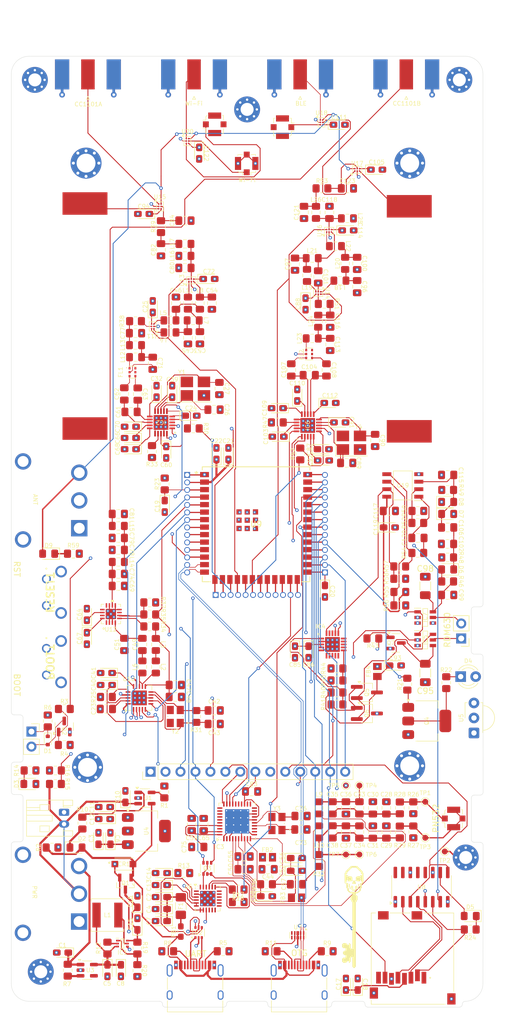
<source format=kicad_pcb>
(kicad_pcb (version 20240108) (generator "pcbnew") (generator_version "8.0")
  (layers (0 "F.Cu" signal) (1 "In1.Cu" power) (2 "In2.Cu" jumper) (31 "B.Cu" signal) (34 "B.Paste" user) (35 "F.Paste" user) (36 "B.SilkS" user "B.Silkscreen") (37 "F.SilkS" user "F.Silkscreen") (38 "B.Mask" user) (39 "F.Mask" user) (44 "Edge.Cuts" user))
  (net 0 "")
  (net 1 "Net-(AE1-A)")
  (net 2 "Net-(AE2-A)")
  (net 3 "Net-(AE3-A)")
  (net 4 "Net-(AE4-A)")
  (net 5 "Net-(AE5-A)")
  (net 6 "Net-(AE6-A)")
  (net 7 "GND")
  (net 8 "+3V3")
  (net 9 "+5V")
  (net 10 "Net-(U6-REGIN)")
  (net 11 "+V_BAT")
  (net 12 "+3.3VA")
  (net 13 "/IO0")
  (net 14 "/EN{slash}RESET")
  (net 15 "Net-(U10-XC1)")
  (net 16 "Net-(U10-XC2)")
  (net 17 "Net-(U10-DVDD)")
  (net 18 "/NRF24_VDD_PA")
  (net 19 "Net-(J7-In)")
  (net 20 "Net-(PWR_SW1-OUT)")
  (net 21 "+V_BAT_5V")
  (net 22 "Net-(FL1-BAL_1)")
  (net 23 "Net-(FL1-BAL_2)")
  (net 24 "Net-(C82-Pad1)")
  (net 25 "Net-(FL2-BAL_1)")
  (net 26 "Net-(FL2-BAL_2)")
  (net 27 "Net-(IC7-NO_(SOURCE1))")
  (net 28 "Net-(D7-K)")
  (net 29 "+V_USB")
  (net 30 "Net-(D1-K)")
  (net 31 "Net-(D2-K)")
  (net 32 "Net-(D4-K)")
  (net 33 "Net-(D5-K)")
  (net 34 "Net-(D6-A)")
  (net 35 "Net-(D6-K)")
  (net 36 "Net-(F1-Pad1)")
  (net 37 "Net-(FL1-UNBAL)")
  (net 42 "Net-(FL2-UNBAL)")
  (net 43 "/PN532_RSTPD_N")
  (net 44 "/PN532_AUX2")
  (net 45 "/PN532_P33")
  (net 46 "/PN532_AUX1")
  (net 47 "/PN532_P30_UART_RX")
  (net 48 "/PN532_P32")
  (net 49 "/PN532_P31_UART_TX")
  (net 50 "/GPIO48_PN532_CS")
  (net 51 "/PN532_SIGOUT")
  (net 52 "/PN532_SIGIN")
  (net 53 "/PN532_IRQ")
  (net 54 "/PN532_RSTOUT_N")
  (net 55 "/PN532_P35")
  (net 56 "/GPIO40_HSPI_MOSI")
  (net 57 "/GPIO41_HSPI_MISO")
  (net 58 "/GPIO39_HSPI_SCK")
  (net 59 "/PN532_P34_SIC_CLK")
  (net 60 "/GPIO8_CC1101A_CS")
  (net 61 "/GPIO17_VSPI_SCK")
  (net 62 "/GPIO15_VSPI_MISO")
  (net 63 "/GPIO16_VSPI_MOSI")
  (net 64 "/GPIO3_CC1101B_CS")
  (net 65 "/RDM630_SIN")
  (net 66 "/GPIO21_RDM630_RX")
  (net 67 "/GPIO14_RDM630_TX")
  (net 68 "/GPIO13_RDM630_CTRL")
  (net 69 "Net-(IC7-COM)")
  (net 70 "/GPIO18_VIBRO")
  (net 71 "/GPIO4_ADC1_3_BAT%")
  (net 72 "/GPIO5_NRF24_CE")
  (net 73 "/GPIO11_CC1101B_GD0")
  (net 74 "/GPIO10_CC1101A_CTRL")
  (net 75 "/GPIO12_CC1101B_CTRL")
  (net 76 "/GPIO6_NRF24_CSN")
  (net 77 "/GPIO9_CC1101A_GD0")
  (net 78 "/GPIO7_NRF24_IRQ")
  (net 79 "/GPIO1_SCREEN_CS")
  (net 80 "/GPIO35_SCREEN_T_IRQ")
  (net 81 "/GPIO47_RDM630_EMULATION")
  (net 82 "/GPIO42_SD_CARD_CS")
  (net 83 "/GPIO36_SCREEN_T_CS")
  (net 84 "/GPIO2_SCREEN_D{slash}C")
  (net 85 "/GPIO38_IR_LED")
  (net 86 "/GPIO37_IR_RECEIVER")
  (net 87 "Net-(U10-ANT1)")
  (net 88 "Net-(U13-RF2)")
  (net 89 "Net-(U13-RF1)")
  (net 91 "/RTS")
  (net 92 "/DTR")
  (net 93 "Net-(Q5-B)")
  (net 94 "Net-(Q7-B)")
  (net 95 "Net-(U1-PROG)")
  (net 96 "Net-(USB_OTG1-CC2)")
  (net 97 "Net-(USB_UART1-CC2)")
  (net 98 "Net-(USB_OTG1-CC1)")
  (net 99 "Net-(USB_UART1-CC1)")
  (net 100 "Net-(U1-STAT)")
  (net 101 "Net-(U6-~{RST})")
  (net 102 "/RX")
  (net 103 "Net-(U6-TXD)")
  (net 104 "/TX")
  (net 105 "Net-(U6-RXD)")
  (net 106 "Net-(U10-IREF)")
  (net 107 "Net-(U13-RFIN)")
  (net 109 "Net-(U6-D+)")
  (net 110 "Net-(U6-D-)")
  (net 111 "Net-(U2-I{slash}O2-Pad3)")
  (net 112 "Net-(U2-I{slash}O1-Pad1)")
  (net 113 "/D+")
  (net 114 "/D-")
  (net 115 "Net-(U6-VPP)")
  (net 131 "Net-(AE7-A)")
  (net 132 "Net-(AE8-A)")
  (net 133 "Net-(IC1-VIN)")
  (net 134 "Net-(IC2-DCOUPL)")
  (net 135 "Net-(IC2-XOSC_Q1)")
  (net 136 "Net-(IC2-XOSC_Q2)")
  (net 137 "Net-(C28-Pad1)")
  (net 138 "Net-(C29-Pad2)")
  (net 139 "Net-(C33-Pad2)")
  (net 140 "Net-(C34-Pad1)")
  (net 141 "Net-(C45-Pad1)")
  (net 142 "Net-(C46-Pad1)")
  (net 143 "Net-(U12-TXRX)")
  (net 144 "Net-(C49-Pad1)")
  (net 145 "Net-(IC3-TVDD)")
  (net 146 "Net-(IC3-AVDD)")
  (net 147 "Net-(C53-Pad1)")
  (net 148 "Net-(C57-Pad1)")
  (net 149 "Net-(IC3-RX)")
  (net 150 "Net-(IC3-VMID)")
  (net 151 "Net-(IC2-RF_P)")
  (net 152 "Net-(IC2-RF_N)")
  (net 153 "Net-(U12-ANT)")
  (net 154 "Net-(C71-Pad1)")
  (net 155 "Net-(IC3-OSCIN)")
  (net 156 "Net-(IC3-SVDD)")
  (net 157 "Net-(IC3-OSCOUT)")
  (net 158 "Net-(C77-Pad1)")
  (net 159 "Net-(C78-Pad1)")
  (net 160 "Net-(IC6-DCOUPL)")
  (net 161 "Net-(IC6-XOSC_Q1)")
  (net 162 "Net-(IC6-XOSC_Q2)")
  (net 163 "Net-(Q5-C)")
  (net 164 "Net-(IC5-NC_(SOURCE2))")
  (net 165 "Net-(C96-Pad1)")
  (net 166 "Net-(IC6-RF_P)")
  (net 167 "Net-(IC6-RF_N)")
  (net 168 "Net-(C113-Pad1)")
  (net 169 "Net-(D1-A)")
  (net 170 "Net-(D3-K)")
  (net 171 "Net-(D5-A)")
  (net 172 "Net-(IC1-FB)")
  (net 173 "Net-(IC1-EN)")
  (net 174 "Net-(IC1-SW)")
  (net 176 "Net-(IC2-RBIAS)")
  (net 177 "Net-(IC2-GDO0_(ATEST))")
  (net 178 "Net-(IC3-TX2)")
  (net 181 "Net-(IC3-TX1)")
  (net 185 "Net-(IC4-P0.0)")
  (net 189 "Net-(IC4-P1.2)")
  (net 199 "Net-(IC5-NO_(SOURCE1))")
  (net 200 "Net-(IC5-COM)")
  (net 201 "Net-(IC6-RBIAS)")
  (net 202 "Net-(IC6-GDO0_(ATEST))")
  (net 204 "Net-(J3-CLK)")
  (net 206 "Net-(J3-CMD)")
  (net 208 "Net-(J3-CD{slash}DAT3)")
  (net 211 "Net-(J5-In)")
  (net 212 "Net-(J5-Ext)")
  (net 213 "Net-(L2-Pad1)")
  (net 214 "Net-(U11-RF2)")
  (net 215 "Net-(U11-RF1)")
  (net 216 "Net-(U14-RF2)")
  (net 217 "Net-(U14-RF1)")
  (net 218 "Net-(Q2-G)")
  (net 219 "Net-(Q4-B)")
  (net 220 "Net-(Q4-C-Pad2)")
  (net 221 "Net-(U3-EN)")
  (net 222 "Net-(U12-TXEN)")
  (net 223 "Net-(U12-RXEN)")
  (net 224 "Net-(U11-RFIN)")
  (net 225 "Net-(U14-RFIN)")
  (net 237 "/ANT_SWITCH_OUT")
  (net 238 "/NRF24_ANT_OUT")
  (net 239 "/CC1101A_ANT_OUT")
  (net 240 "Net-(C97-Pad1)")
  (net 241 "Net-(C100-Pad1)")
  (net 242 "Net-(U16-RF1)")
  (net 243 "Net-(C116-Pad1)")
  (net 244 "Net-(U16-RFIN)")
  (net 245 "Net-(C120-Pad2)")
  (net 246 "Net-(C120-Pad1)")
  (net 247 "Net-(C121-Pad1)")
  (net 248 "/CC1101B_ANT_OUT")
  (net 249 "Net-(U16-RF2)")
  (net 250 "Net-(U19A--)")
  (net 251 "Net-(U19B-+)")
  (net 252 "Net-(U19B--)")
  (net 253 "/ESP32_PIN16_DNC")
  (net 254 "/ESP32_PIN26_DNC")
  (net 255 "Net-(D9-K)")
  (footprint "Capacitor_SMD:C_0805_2012Metric_Pad1.18x1.45mm_HandSolder" (layer "F.Cu") (at 86.096 59.5802 -90)
    (property "Reference" "C82")
    (property "Value" "~")
  )
  (footprint "TestPoint:TestPoint_Pad_D1.0mm" (layer "F.Cu") (at 130.927 159.1377)
    (property "Reference" "TP3")
    (property "Value" "TX2_PRE")
  )
  (footprint "Capacitor_SMD:C_0805_2012Metric_Pad1.18x1.45mm_HandSolder" (layer "F.Cu") (at 79.873 83.9857 90)
    (property "Reference" "C62")
    (property "Value" "100p")
  )
  (footprint "Capacitor_Tantalum_SMD:CP_EIA-2012-12_Kemet-R_Pad1.30x1.05mm_HandSolder" (layer "F.Cu") (at 117.465 183.9347 90)
    (property "Reference" "C17")
    (property "Value" "0.1u")
  )
  (footprint "Inductor_SMD:L_0805_2012Metric_Pad1.15x1.40mm_HandSolder" (layer "F.Cu") (at 112.766 71.6667 90)
    (property "Reference" "L24")
    (property "Value" "6.8n")
  )
  (footprint "Inductor_SMD:L_0805_2012Metric_Pad1.15x1.40mm_HandSolder" (layer "F.Cu") (at 112.893 158.1377 90)
    (property "Reference" "L10")
    (property "Value" "560n")
  )
  (footprint "Capacitor_SMD:C_0805_2012Metric_Pad1.18x1.45mm_HandSolder" (layer "F.Cu") (at 109.855 155.448)
    (property "Reference" "C76")
    (property "Value" "33p")
  )
  (footprint "Capacitor_Tantalum_SMD:CP_EIA-2012-12_Kemet-R_Pad1.30x1.05mm_HandSolder" (layer "F.Cu") (at 86.16 165.1067 180)
    (property "Reference" "C14")
    (property "Value" "100n")
  )
  (footprint "Package_TO_SOT_SMD:TSOT-23_HandSoldering" (layer "F.Cu") (at 121.021 134.5317)
    (property "Reference" "Q5")
    (property "Value" "Q_NPN_BEC")
  )
  (footprint "Resistor_SMD:R_0805_2012Metric_Pad1.20x1.40mm_HandSolder" (layer "F.Cu") (at 128.895 154.0577 -90)
    (property "Reference" "R26")
    (property "Value" "NC")
  )
  (footprint "Capacitor_SMD:C_0805_2012Metric_Pad1.18x1.45mm_HandSolder" (layer "F.Cu") (at 78.857 116.4977)
    (property "Reference" "C69")
    (property "Value" "0.3p")
  )
  (footprint "Capacitor_Tantalum_SMD:CP_EIA-2012-12_Kemet-R_Pad1.30x1.05mm_HandSolder" (layer "F.Cu") (at 86.16 167.1387 180)
    (property "Reference" "C13")
    (property "Value" "22u")
  )
  (footprint "Inductor_SMD:L_0805_2012Metric_Pad1.15x1.40mm_HandSolder" (layer "F.Cu") (at 85.223 130.2137 -90)
    (property "Reference" "L2")
    (property "Value" "8.2n")
  )
  (footprint "TestPoint:TestPoint_Pad_D1.0mm" (layer "F.Cu") (at 119.751 161.9692)
    (property "Reference" "TP6")
    (property "Value" "TX2_POST")
  )
  (footprint "Capacitor_SMD:C_0805_2012Metric_Pad1.18x1.45mm_HandSolder" (layer "F.Cu") (at 115.179 154.0737 90)
    (property "Reference" "C35")
    (property "Value" "NC")
  )
  (footprint "TestPoint:TestPoint_Pad_D1.0mm" (layer "F.Cu") (at 130.927 153.0417)
    (property "Reference" "TP1")
    (property "Value" "TX1_PRE")
  )
  (footprint "Package_TO_SOT_SMD:TSOT-23_HandSoldering" (layer "F.Cu") (at 121.021 138.0877)
    (property "Reference" "Q6")
    (property "Value" "Q_PNP_BEC")
  )
  (footprint "Resistor_SMD:R_0805_2012Metric_Pad1.20x1.40mm_HandSolder" (layer "F.Cu") (at 113.782 68.7457)
    (property "Reference" "R51")
    (property "Value" "0")
  )
  (footprint "Inductor_SMD:L_0805_2012Metric_Pad1.15x1.40mm_HandSolder" (layer "F.Cu") (at 90.16 58.5857 180)
    (property "Reference" "L17")
    (property "Value" "2.2n")
  )
  (footprint "Inductor_SMD:L_0805_2012Metric_Pad1.15x1.40mm_HandSolder" (layer "F.Cu") (at 81.787 77.7627)
    (property "Reference" "L12")
    (property "Value" "3.3n")
  )
  (footprint "Inductor_SMD:L_Changjiang_FNR5045S" (layer "F.Cu") (at 77.016 172.2187)
    (property "Reference" "L1")
    (property "Value" "1u")
  )
  (footprint "Capacitor_Tantalum_SMD:CP_EIA-2012-12_Kemet-R_Pad1.30x1.05mm_HandSolder" (layer "F.Cu") (at 113.614 93.345)
    (property "Reference" "C87")
    (property "Value" "0.1u")
  )
  (footprint "Capacitor_Tantalum_SMD:CP_EIA-2012-12_Kemet-R_Pad1.30x1.05mm_HandSolder" (layer "F.Cu") (at 86.16 171.2027 180)
    (property "Reference" "C4")
    (property "Value" "100n")
  )
  (footprint "MountingHole:MountingHole_2.2mm_M2_Pad_Via" (layer "F.Cu") (at 136.706 30.8167)
    (property "Reference" "H4" (hide yes))
    (property "Value" "Hole_Pad")
  )
  (footprint "Connector_PinHeader_2.54mm:PinHeader_1x02_P2.54mm_Vertical" (layer "F.Cu") (at 137.023 125.3927 180)
    (property "Reference" "J6" (hide yes))
    (property "Value" "RDM630_ANT_CONN")
  )
  (footprint "Package_TO_SOT_SMD:SOT-223-3_TabPin2" (layer "F.Cu") (at 131.181 139.3577)
    (property "Reference" "Q4")
    (property "Value" "PZT3904")
  )
  (footprint "Capacitor_Tantalum_SMD:CP_EIA-2012-12_Kemet-R_Pad1.30x1.05mm_HandSolder" (layer "F.Cu") (at 119.465 183.9347 90)
    (property "Reference" "C18")
    (property "Value" "10u")
  )
  (footprint "Resistor_SMD:R_0805_2012Metric_Pad1.20x1.40mm_HandSolder" (layer "F.Cu") (at 63.887 147.7397)
    (property "Reference" "R14")
    (property "Value" "1.5K")
  )
  (footprint "Resistor_SMD:R_0805_2012Metric_Pad1.20x1.40mm_HandSolder" (layer "F.Cu") (at 84.572 93.742 -90)
    (property "Reference" "R33")
    (property "Value" "56K")
  )
  (footprint "Resistor_SMD:R_0805_2012Metric_Pad1.20x1.40mm_HandSolder" (layer "F.Cu") (at 76.835 135.2937 180)
    (property "Reference" "R25")
    (property "Value" "22k")
  )
  (footprint "Connector_USB:USB_C_Receptacle_HRO_TYPE-C-31-M-12" (layer "F.Cu") (at 109.526 184.7167)
    (property "Reference" "USB_OTG1" (hide yes))
    (property "Value" "USB_C_Receptacle_USB2.0_16P")
  )
  (footprint "Capacitor_Tantalum_SMD:CP_EIA-2012-12_Kemet-R_Pad1.30x1.05mm_HandSolder" (layer "F.Cu") (at 92.573 43.2187 -90)
    (property "Reference" "C122")
    (property "Value" "0.1u")
  )
  (footprint "Connector_PinSocket_1.27mm:PinSocket_1x14_P1.27mm_Vertical" (layer "F.Cu") (at 113.909 114.2117 180)
    (property "Reference" "J10" (hide yes))
    (property "Value" "Conn_01x14")
  )
  (footprint "Inductor_SMD:L_0805_2012Metric_Pad1.15x1.40mm_HandSolder" (layer "F.Cu") (at 116.449 64.8087)
    (property "Reference" "L18")
    (property "Value" "0")
  )
  (footprint "Resistor_SMD:R_0805_2012Metric_Pad1.20x1.40mm_HandSolder" (layer "F.Cu") (at 77.016 177.8067 -90)
    (property "Reference" "R12")
    (property "Value" "100k")
  )
  (footprint "Resistor_SMD:R_0805_2012Metric_Pad1.20x1.40mm_HandSolder" (layer "F.Cu") (at 86.668 151.3747 90)
    (property "Reference" "R1")
    (property "Value" "4.7K")
  )
  (footprint "Capacitor_SMD:C_0805_2012Metric_Pad1.18x1.45mm_HandSolder" (layer "F.Cu") (at 122.037 158.1537 -90)
    (property "Reference" "C31")
    (property "Value" "100p")
  )
  (footprint "Inductor_SMD:L_0805_2012Metric_Pad1.15x1.40mm_HandSolder" (layer "F.Cu") (at 78.857 112.4337)
    (property "Reference" "L14")
    (property "Value" "2.4n")
  )
  (footprint "Capacitor_SMD:C_0805_2012Metric_Pad1.18x1.45mm_HandSolder" (layer "F.Cu") (at 88.519 135.2937 180)
    (property "Reference" "C48")
    (property "Value" "4.7p")
  )
  (footprint "Resistor_SMD:R_0805_2012Metric_Pad1.20x1.40mm_HandSolder" (layer "F.Cu") (at 68.189 147.7397 180)
    (property "Reference" "R16")
    (property "Value" "10K")
  )
  (footprint "Inductor_SMD:L_0603_1608Metric_Pad1.05x0.95mm_HandSolder" (layer "F.Cu") (at 89.462 175.0127 90)
    (property "Reference" "FB1")
    (property "Value" "BLM21PG221")
  )
  (footprint "Capacitor_Tantalum_SMD:CP_EIA-2012-12_Kemet-R_Pad1.30x1.05mm_HandSolder" (layer "F.Cu") (at 110.617 68.7457 -90)
    (property "Reference" "C88")
    (property "Value" "0.1u")
  )
  (footprint "Capacitor_SMD:C_0805_2012Metric_Pad1.18x1.45mm_HandSolder" (layer "F.Cu") (at 134.721 97.7017 180)
    (property "Reference" "C115")
    (property "Value" "1n")
  )
  (footprint "Project_Footprints:ESP32-S3-WROOM-1U_EXP" (layer "F.Cu") (at 102.23 106.0547)
    (property "Reference" "U9")
    (property "Value" "ESP32-S3-WROOM-1U-N16R2")
  )
  (footprint "Inductor_SMD:L_0805_2012Metric_Pad1.15x1.40mm_HandSolder" (layer "F.Cu") (at 112.385 53.2517 90)
    (property "Reference" "L26")
    (property "Value" "2.2n")
  )
  (footprint "Capacitor_SMD:C_0805_2012Metric_Pad1.18x1.45mm_HandSolder" (layer "F.Cu") (at 111.242 80.8107)
    (property "Reference" "C104")
    (property "Value" "0.6p")
  )
  (footprint "Capacitor_Tantalum_SMD:CP_EIA-2012-12_Kemet-R_Pad1.30x1.05mm_HandSolder" (layer "F.Cu") (at 76.508 155.9627 180)
    (property "Reference" "C12")
    (property "Value" "0.1u")
  )
  (footprint "Resistor_SMD:R_0805_2012Metric_Pad1.20x1.40mm_HandSolder" (layer "F.Cu") (at 134.721 100.2417 180)
    (property "Reference" "R49")
    (property "Value" "1M")
  )
  (footprint "Capacitor_SMD:C_0805_2012Metric_Pad1.18x1.45mm_HandSolder" (layer "F.Cu") (at 88.519 133.2617 180)
    (property "Reference" "C47")
    (property "Value" "2.2n")
  )
  (footprint "Capacitor_Tantalum_SMD:CP_EIA-2012-12_Kemet-R_Pad1.30x1.05mm_HandSolder" (layer "F.Cu") (at 76.835 133.2617 180)
    (property "Reference" "C40")
    (property "Value" "0.1u")
  )
  (footprint "Ferrite:BEADC2012X145N" (layer "F.Cu") (at 104.163 162.433 180)
    (property "Reference" "FB2")
    (property "Value" "FerriteBead" (hide yes))
  )
  (footprint "Capacitor_Tantalum_SMD:CP_EIA-2012-12_Kemet-R_Pad1.30x1.05mm_HandSolder" (layer "F.Cu") (at 77.524 159.2647 90)
    (property "Reference" "C6")
    (property "Value" "0.1u")
  )
  (footprint "Package_DFN_QFN:Diodes_UDFN-10_1.0x2.5mm_P0.5mm" (layer "F.Cu") (at 109.29 175.6412 -90)
    (property "Reference" "U7")
    (property "Value" "ESD7104MUTAG")
  )
  (footprint "Resistor_SMD:R_0805_2012Metric_Pad1.20x1.40mm_HandSolder" (layer "F.Cu") (at 84.191 121.3237)
    (property "Reference" "R35")
    (property "Value" "1K")
  )
  (footprint "Resistor_SMD:R_0805_2012Metric_Pad1.20x1.40mm_HandSolder" (layer "F.Cu") (at 126.593 115.2817)
    (property "Reference" "R58")
    (property "Value" "1k")
  )
  (footprint "Capacitor_Tantalum_SMD:CP_EIA-2012-12_Kemet-R_Pad1.30x1.05mm_HandSolder" (layer "F.Cu") (at 80.899 89.535 180)
    (property "Reference" "C70")
    (property "Value" "0.1u")
  )
  (footprint "Resistor_SMD:R_0805_2012Metric_Pad1.20x1.40mm_HandSolder" (layer "F.Cu") (at 86.096 55.6647 -90)
    (property "Reference" "R39")
    (property "Value" "0")
  )
  (footprint "Capacitor_Tantalum_SMD:CP_EIA-2012-12_Kemet-R_Pad1.30x1.05mm_HandSolder" (layer "F.Cu") (at 88.001 83.566 90)
    (property "Reference" "C39")
    (property "Value" "0.1u")
  )
  (footprint "Package_LGA:Infineon_PG-TSNP-6-10_0.7x1.1mm_0.7x1.1mm_P0.4mm" (layer "F.Cu") (at 91.2365 64.7482 90)
    (property "Reference" "U13")
    (property "Value" "BGS12WN6E6327XTSA1")
  )
  (footprint "Inductor_SMD:L_0805_2012Metric_Pad1.15x1.40mm_HandSolder" (layer "F.Cu") (at 117.719 54.2677 180)
    (property "Reference" "L25")
    (property "Value" "~")
  )
  (footprint "Inductor_SMD:L_0805_2012Metric_Pad1.15x1.40mm_HandSolder" (layer "F.Cu") (at 81.778 75.7307 180)
    (property "Reference" "L13")
    (property "Value" "6.8n")
  )
  (footprint "Capacitor_Tantalum_SMD:CP_EIA-2012-12_Kemet-R_Pad1.30x1.05mm_HandSolder" (layer "F.Cu") (at 80.899 91.44 180)
    (property "Reference" "C66")
    (property "Value" "0.1u")
  )
  (footprint "Project_Footprints:PWR-SW" (layer "F.Cu") (at 64.84 168.4907)
    (property "Reference" "PWR_SW1" (hide yes))
    (property "Value" "734-7296")
  )
  (footprint "Resistor_SMD:R_0805_2012Metric_Pad1.20x1.40mm_HandSolder" (layer "F.Cu") (at 84.191 119.2917)
    (property "Reference" "R37")
    (property "Value" "20K")
  )
  (footprint "Resistor_SMD:R_0805_2012Metric_Pad1.20x1.40mm_HandSolder" (layer "F.Cu") (at 126.609 117.5137 180)
    (property "Reference" "R55")
    (property "Value" "1k")
  )
  (footprint "Capacitor_SMD:C_0805_2012Metric_Pad1.18x1.45mm_HandSolder" (layer "F.Cu") (at 100.187 162.306)
    (property "Reference" "C55")
    (property "Value" "0.1u")
  )
  (footprint "Capacitor_Tantalum_SMD:CP_EIA-2012-12_Kemet-R_Pad1.30x1.05mm_HandSolder" (layer "F.Cu") (at 69.396 178.5687 180)
    (property "Reference" "C1")
    (property "Value" "1u")
  )
  (footprint "Capacitor_Tantalum_SMD:CP_EIA-2012-12_Kemet-R_Pad1.30x1.05mm_HandSolder" (layer "F.Cu") (at 94.234 64.516)
    (property "Reference" "C72")
    (property "Value" "0.1u")
  )
  (footprint "Package_TO_SOT_SMD:SOT-223-3_TabPin2" (layer "F.Cu") (at 83.62 157.9947)
    (property "Reference" "U4")
    (property "Value" "AMS1117-3.3")
  )
  (footprint "Capacitor_Tantalum_SMD:CP_EIA-2012-12_Kemet-R_Pad1.30x1.05mm_HandSolder" (layer "F.Cu") (at 95.504 94.107 90)
    (property "Reference" "C22")
    (property "Value" "10u")
  )
  (footprint "Project_Footprints:118250272" (layer "F.Cu") (at 66.665 115.3157 -90)
    (property "Reference" "RESET1")
    (property "Value" "1-1825027-2" (hide yes))
  )
  (footprint "Project_Footprints:SOTFL50P160X60-6N" (layer "F.Cu") (at 79.556 177.0447)
    (property "Reference" "IC1")
    (property "Value" "TPS61023DRLT" (hide yes))
  )
  (footprint "Capacitor_SMD:C_0805_2012Metric_Pad1.18x1.45mm_HandSolder" (layer "F.Cu") (at 114.163 79.9217 90)
    (property "Reference" "C108")
    (property "Value" "100p")
  )
  (footprint "Capacitor_Tantalum_SMD:CP_EIA-2012-12_Kemet-R_Pad1.30x1.05mm_HandSolder" (layer "F.Cu") (at 80.899 93.345 180)
    (property "Reference" "C68")
    (property "Value" "0.1u")
  )
  (footprint "Resistor_SMD:R_0805_2012Metric_Pad1.20x1.40mm_HandSolder" (layer "F.Cu") (at 134.721 115.7357)
    (property "Reference" "R46")
    (property "Value" "10R")
  )
  (footprint "Package_LGA:Infineon_PG-TSNP-6-10_0.7x1.1mm_0.7x1.1mm_P0.4mm" (layer "F.Cu") (at 90.595 41.1677)
    (property "Reference" "U20")
    (property "Value" "BGS12WN6E6327XTSA1")
  )
  (footprint "Capacitor_Tantalum_SMD:CP_EIA-2012-12_Kemet-R_Pad1.30x1.05mm_HandSolder" (layer "F.Cu") (at 108.829 127.6737 -90)
    (property "Reference" "C85")
    (property "Value" "0.1u")
  )
  (footprint "Capacitor_SMD:C_0805_2012Metric_Pad1.18x1.45mm_HandSolder" (layer "F.Cu") (at 91.303 156.8837 90)
    (property "Reference" "C59")
    (property "Value" "0.1u")
  )
  (footprint "Project_Footprints:SOT95P284X110-6N" (layer "F.Cu") (at 130.927 121.8317)
    (property "Reference" "IC7")
    (property "Value" "DG2001EDV-T1-GE3" (hide yes))
  )
  (footprint "Capacitor_SMD:C_0805_2012Metric_Pad1.18x1.45mm_HandSolder" (layer "F.Cu") (at 93.335 156.8837 90)
    (property "Reference" "C65")
    (property "Value" "0.1u")
  )
  (footprint "Diode_SMD:D_0805_2012Metric_Pad1.15x1.40mm_HandSolder" (layer "F.Cu") (at 134.721 104.3057)
    (property "Reference" "D7")
    (property "Value" "D")
  )
  (footprint "Resistor_SMD:R_0805_2012Metric_Pad1.20x1.40mm_HandSolder" (layer "F.Cu") (at 71.237 111.0367)
    (property "Reference" "R59")
    (property "Value" "1.5K")
  )
  (footprint "Resistor_SMD:R_0805_2012Metric_Pad1.20x1.40mm_HandSolder" (layer "F.Cu") (at 68.189 150.0257)
    (property "Reference" "R15")
    (property "Value" "10K")
  )
  (footprint "Capacitor_Tantalum_SMD:CP_EIA-2012-12_Kemet-R_Pad1.30x1.05mm_HandSolder" (layer "F.Cu") (at 77.016 181.6167 -90)
    (property "Reference" "C5")
    (property "Value" "1u")
  )
  (footprint "Package_TO_SOT_SMD:SOT-23-5" (layer "F.Cu") (at 83.366 152.4067)
    (property "Reference" "U1")
    (property "Value" "MCP73831-2-OT")
  )
  (footprint "Capacitor_SMD:C_0805_2012Metric_Pad1.18x1.45mm_HandSolder" (layer "F.Cu") (at 124.323 154.0737 90)
    (property "Reference" "C28")
    (property "Value" "NC")
  )
  (footprint "Project_Footprints:SOIC127P600X175-8N" (layer "F.Cu") (at 127.117 99.4797 180)
    (property "Reference" "U19")
    (property "Value" "LM358" (hide yes))
  )
  (footprint "Capacitor_SMD:C_0805_2012Metric_Pad1.18x1.45mm_HandSolder" (layer "F.Cu") (at 109.077 167.005 180)
    (property "Reference" "C57")
    (property "Value" "1000p")
  )
  (footprint "Inductor_SMD:L_0805_2012Metric_Pad1.15x1.40mm_HandSolder" (layer "F.Cu") (at 90.668 68.6187 90)
    (property "Reference" "L11")
    (property "Value" "56n")
  )
  (footprint "Package_LGA:Infineon_PG-TSNP-6-10_0.7x1.1mm_0.7x1.1mm_P0.4mm" (layer "F.Cu") (at 84.699 72.5557 180)
    (property "Reference" "U11")
    (property "Value" "BGS12WN6E6327XTSA1")
  )
  (footprint "Capacitor_SMD:C_0805_2012Metric_Pad1.18x1.45mm_HandSolder" (layer "F.Cu") (at 108.829 62.0147 -90)
    (property "Reference" "C97")
    (property "Value" "8.2p")
  )
  (footprint "Project_Footprints:QFN50P400X400X100-21N-D" (layer "F.Cu") (at 115.179 126.4037)
    (property "Reference" "IC4")
    (property "Value" "C8051F330-GM" (hide yes))
  )
  (footprint "Package_DFN_QFN:HVQFN-40-1EP_6x6mm_P0.5mm_EP4.1x4.1mm_ThermalVias" (layer "F.Cu") (at 99.015 156.3537 90)
    (property "Reference" "IC3")
    (property "Value" "PN5321A3HN_C106,55")
  )
  (footprint "Project_Footprints:QFN50P400X400X100-21N-D" (layer "F.Cu") (at 86.096 88.8117 180)
    (property "Reference" "IC2")
    (property "Value" "CC1101RGPR" (hide yes))
  )
  (footprint "7M-27.120MAAJ-T:XTAL_7M-27.120MAAJ-T" (layer "F.Cu") (at 105.7695 156.718 180)
    (property "Reference" "Y3")
    (property "Value" "27.12M")
  )
  (footprint "Connector_PinSocket_2.54mm:PinSocket_1x02_P2.54mm_Vertical" (layer "F.Cu") (at 64.125 141.1557)
    (property "Reference" "J1" (hide yes))
    (property "Value" "Conn_01x02")
  )
  (footprint "Resistor_SMD:R_0805_2012Metric_Pad1.20x1.40mm_HandSolder" (layer "F.Cu") (at 96.637 178.3467)
    (property "Reference" "R5")
    (property "Value" "5k1")
  )
  (footprint "Capacitor_SMD:C_0805_2012Metric_Pad1.18x1.45mm_HandSolder" (layer "F.Cu") (at 81.778 73.6987)
    (property "Reference" "C77")
    (property "Value" "1.2p")
  )
  (footprint "Capacitor_SMD:C_1206_3216Metric_Pad1.33x1.80mm_HandSolder" (layer "F.Cu") (at 130.927 116.4977 90)
    (property "Reference" "C98")
    (property "Value" "3.3n")
  )
  (footprint "Capacitor_SMD:C_0805_2012Metric_Pad1.18x1.45mm_HandSolder" (layer "F.Cu") (at 119.37 61.8877 -90)
    (property "Reference" "C100")
    (property "Value" "~")
  )
  (footprint "Capacitor_SMD:C_0805_2012Metric_Pad1.18x1.45mm_HandSolder" (layer "F.Cu") (at 95.123 139.8657)
    (property "Reference" "C43")
    (property "Value" "22p")
  )
  (footprint "Package_TO_SOT_SMD:SOT-23" (layer "F.Cu") (at 125.9255 126.1497)
    (property "Reference" "Q7")
    (property "Value" "MMBT5551L")
  )
  (footprint "LED_THT:LED_D3.0mm_IRBlack" (layer "F.Cu") (at 136.931 131.8497)
    (property "Reference" "D4")
    (property "Value" "IR204A")
  )
  (footprint "Capacitor_SMD:C_0805_2012Metric_Pad1.18x1.45mm_HandSolder" (layer "F.Cu") (at 112.766 64.1737 -90)
    (property "Reference" "C101")
    (property "Value" "~")
  )
  (footprint "Resistor_SMD:R_0805_2012Metric_Pad1.20x1.40mm_HandSolder" (layer "F.Cu") (at 87.239 178.3467 180)
    (property "Reference" "R8")
    (property "Value" "5k1")
  )
  (footprint "Inductor_SMD:L_0805_2012Metric_Pad1.15x1.40mm_HandSolder" (layer "F.Cu") (at 92.7 68.6187 90)
    (property "Reference" "L8")
    (property "Value" "2.7n")
  )
  (footprint "Capacitor_SMD:C_0805_2012Metric_Pad1.18x1.45mm_HandSolder" (layer "F.Cu") (at 114.798 71.6667 -90)
    (property "Reference" "C116")
    (property "Value" "1.2p")
  )
  (footprint "Inductor_SMD:L_0805_2012Metric_Pad1.15x1.40mm_HandSolder" (layer "F.Cu") (at 110.861 63.9197 90)
    (property "Reference" "L19")
    (property "Value" "0")
  )
  (footprint "Capacitor_Tantalum_SMD:CP_EIA-2012-12_Kemet-R_Pad1.30x1.05mm_HandSolder" (layer "F.Cu") (at 111.115 127.6737 -90)
    (property "Reference" "C86")
    (property "Value" "10u")
  )
  (footprint "Project_Footprints:QFN50P400X400X100-21N-D" (layer "F.Cu") (at 110.988 89.3197 90)
    (property "Reference" "IC6")
    (property "Value" "CC1101RGPR" (hide yes))
  )
  (footprint "Capacitor_SMD:C_0805_2012Metric_Pad1.18x1.45mm_HandSolder" (layer "F.Cu") (at 101.463 151.2957)
    (property "Reference" "C83")
    (property "Value" "0.1u")
  )
  (footprint "MountingHole:MountingHole_2.2mm_M2_Pad_Via" (layer "F.Cu") (at 65.706 181.8167)
    (property "Reference" "H1" (hide yes))
    (property "Value" "Hole_Pad")
  )
  (footprint "Capacitor_Tantalum_SMD:CP_EIA-2012-12_Kemet-R_Pad1.30x1.05mm_HandSolder" (layer "F.Cu") (at 116.332 38.4057)
    (property "Reference" "C111")
    (property "Value" "0.1u")
  )
  (footprint "Resistor_SMD:R_0805_2012Metric_Pad1.20x1.40mm_HandSolder" (layer "F.Cu") (at 112.893 162.9797 -90)
    (property "Reference" "R32")
    (property "Value" "1.69K")
  )
  (footprint "Package_TO_SOT_SMD:SOT-23" (layer "F.Cu") (at 69.688 140.2952 90)
    (property "Reference" "Q2")
    (property "Value" "DMN2058U")
  )
  (footprint "Capacitor_SMD:C_0805_2012Metric_Pad1.18x1.45mm_HandSolder" (layer "F.Cu") (at 119.751 154.0737 90)
    (property "Reference" "C33")
    (property "Value" "22p")
  )
  (footprint "Capacitor_Tantalum_SMD:CP_EIA-2012-12_Kemet-R_Pad1.30x1.05mm_HandSolder" (layer "F.Cu") (at 86.731 103.0142 -90)
    (property "Reference" "C19")
    (property "Value" "0.1u")
  )
  (footprint "Capacitor_SMD:C_0805_2012Metric_Pad1.18x1.45mm_HandSolder" (layer "F.Cu") (at 82.937 126.4037 90)
    (property "Reference" "C49")
    (property "Value" "1.5p")
  )
  (footprint "Project_Footprints:B0310J50100AHF" (layer "F.Cu") (at 111.229 77.2297 -90)
    (property "Reference" "FL2")
    (property "Value" "B0310J50100AHF" (hide yes))
  )
  (footprint "Package_TO_SOT_SMD:SOT-23-5" (layer "F.Cu") (at 73.5815 181.5507)
    (property "Reference" "U3")
    (property "Value" "TLV70036_SOT23-5")
  )
  (footprint "MountingHole:MountingHole_2.2mm_M2_Pad_Via" (layer "F.Cu") (at 64.706 30.8167)
    (property "Reference" "H3" (hide yes))
    (property "Value" "Hole_Pad")
  )
  (footprint "Connector_JST:JST_PH_S2B-PH-K_1x02_P2.00mm_Horizontal" (layer "F.Cu") (at 69.656 154.8167 -90)
    (property "Reference" "JSTPH1" (hide yes))
    (property "Value" "Battery Plug")
  )
  (footprint "TestPoint:TestPoint_Pad_D1.0mm" (layer "F.Cu") (at 117.465 150.2852)
    (property "Reference" "TP5")
    (property "Value" "TGND")
  )
  (footprint "Resistor_SMD:R_0805_2012Metric_Pad1.20x1.40mm_HandSolder" (layer "F.Cu") (at 69.704 137.3257)
    (property "Reference" "R3")
    (property "Value" "150")
  )
  (footprint "Capacitor_Tantalum_SMD:CP_EIA-2012-12_Kemet-R_Pad1.30x1.05mm_HandSolder" (layer "F.Cu") (at 91.186 87.6687)
    (property "Reference" "C24")
    (property "Value" "0.1u")
  )
  (footprint "Capacitor_Tantalum_SMD:CP_EIA-2012-12_Kemet-R_Pad1.30x1.05mm_HandSolder" (layer "F.Cu") (at 109.21 84.201 90)
    (property "Reference" "C110")
    (property "Value" "0.1u")
  )
  (footprint "Capacitor_SMD:C_0805_2012Metric_Pad1.18x1.45mm_HandSolder" (layer "F.Cu") (at 117.719 49.1877)
    (property "Reference" "C123")
    (property "Value" "~")
  )
  (footprint "Package_LGA:Infineon_PG-TSNP-6-10_0.7x1.1mm_0.7x1.1mm_P0.4mm" (layer "F.Cu") (at 119.38 46.047 90)
    (property "Reference" "U17")
    (property "Value" "BGS12WN6E6327XTSA1")
  )
  (footprint "Project_Footprints:GCT_MEM2061-01-188-00-A_REVA" (layer "F.Cu") (at 128.756 179.5917)
    (property "Reference" "J3" (hide yes))
    (property "Value" "MEM2061-01-188-00-A_REVA")
  )
  (footprint "Resistor_SMD:R_0805_2012Metric_Pad1.20x1.40mm_HandSolder" (layer "F.Cu") (at 104.781 178.3467 180)
    (property "Reference" "R11")
    (property "Value" "5k1")
  )
  (footprint "Capacitor_SMD:C_0805_2012Metric_Pad1.18x1.45mm_HandSolder" (layer "F.Cu") (at 117.465 158.1537 90)
    (property "Reference" "C37")
    (property "Value" "220p")
  )
  (footprint "Resistor_SMD:R_0805_2012Metric_Pad1.20x1.40mm_HandSolder" (layer "F.Cu") (at 84.191 123.3557)
    (property "Reference" "R34")
    (property "Value" "1K")
  )
  (footprint "Capacitor_Tantalum_SMD:CP_EIA-2012-12_Kemet-R_Pad1.30x1.05mm_HandSolder" (layer "F.Cu") (at 84.699 69.215 90)
    (property "Reference" "C25")
    (property "Value" "0.1u")
  )
  (footprint "Inductor_SMD:L_0805_2012Metric_Pad1.15x1.40mm_HandSolder" (layer "F.Cu") (at 87.62 73.5717)
    (property "Reference" "L4")
    (property "Value" "0")
  )
  (footprint "Capacitor_SMD:C_0805_2012Metric_Pad1.18x1.45mm_HandSolder" (layer "F.Cu") (at 90.16 54.6487)
    (property "Reference" "C84")
    (property "Value" "~")
  )
  (footprint "Capacitor_SMD:C_0805_2012Metric_Pad1.18x1.45mm_HandSolder" (layer "F.Cu") (at 122.037 154.0737 90)
    (property "Reference" "C30")
    (property "Value" "100p")
  )
  (footprint "Capacitor_Tantalum_SMD:CP_EIA-2012-12_Kemet-R_Pad1.30x1.05mm_HandSolder" (layer "F.Cu") (at 113.909 117.3867 -90)
    (property "Reference" "C20")
    (property "Value" "0.1u")
  )
  (footprint "Resistor_SMD:R_0805_2012Metric_Pad1.20x1.40mm_HandSolder" (layer "F.Cu") (at 134.721 111.6717 180)
    (property "Reference" "R48")
    (property "Value" "1M")
  )
  (footprint "Capacitor_Tantalum_SMD:CP_EIA-2012-12_Kemet-R_Pad1.30x1.05mm_HandSolder" (layer "F.Cu") (at 76.835 131.2297 180)
    (property "Reference" "C41")
    (property "Value" "10u")
  )
  (footprint "Capacitor_SMD:C_0805_2012Metric_Pad1.18x1.45mm_HandSolder" (layer "F.Cu") (at 76.835 137.3257)
    (property "Reference" "C23")
    (property "Value" "33n")
  )
  (footprint "Resistor_SMD:R_0805_2012Metric_Pad1.20x1.40mm_HandSolder" (layer "F.Cu") (at 129.657 105.8297 180)
    (property "Reference" "R52")
    (property "Value" "1M")
  )
  (footprint "Resistor_SMD:R_0805_2012Metric_Pad1.20x1.40mm_HandSolder" (layer "F.Cu") (at 82.096 177.8067 -90)
    (property "Reference" "R19")
    (property "Value" "732k")
  )
  (footprint "Capacitor_Tantalum_SMD:CP_EIA-2012-12_Kemet-R_Pad1.30x1.05mm_HandSolder" (layer "F.Cu") (at 124.831 106.5917)
    (property "Reference" "C119")
    (property "Value" "10u")
  )
  (footprint "Package_TO_SOT_SMD:SOT-666" (layer "F.Cu") (at 92.4805 175.1787 90)
    (property "Reference" "U2")
    (property "Value" "USBLC6-2P6")
  )
  (footprint "Capacitor_SMD:C_0805_2012Metric_Pad1.18x1.45mm_HandSolder" (layer "F.Cu") (at 117.465 154.0737 -90)
    (property "Reference" "C36")
    (property "Value" "220p")
  )
  (footprint "Capacitor_SMD:C_0805_2012Metric_Pad1.18x1.45mm_HandSolder" (layer "F.Cu") (at 95.123 137.5797)
    (property "Reference" "C42")
    (property "Value" "22p")
  )
  (footprint "Package_DFN_QFN:QFN-24-1EP_4x4mm_P0.5mm_EP2.6x2.6mm" (layer "F.Cu") (at 94.034 169.4247)
    (property "Reference" "U6")
    (property "Value" "CP2104")
  )
  (footprint "Capacitor_Tantalum_SMD:CP_EIA-2012-12_Kemet-R_Pad1.30x1.05mm_HandSolder" (layer "F.Cu") (at 114.767 85.5097)
    (property "Reference" "C112")
    (property "Value" "0.1u")
  )
  (footprint "Capacitor_Tantalum_SMD:CP_EIA-2012-12_Kemet-R_Pad1.30x1.05mm_HandSolder" (layer "F.Cu") (at 86.985 93.853 -90)
    (property "Reference" "C60")
    (property "Value" "0.1u")
  )
  (footprint "TestPoint:TestPoint_Pad_D1.0mm" (layer "F.Cu") (at 134.229 161.4557)
    (property "Reference" "TP2")
    (property "Value" "TGND")
  )
  (footprint "Capacitor_SMD:C_0805_2012Metric_Pad1.18x1.45mm_HandSolder" (layer "F.Cu") (at 96.002 83.0752 -90)
    (property "Reference" "C27")
    (property "Value" "9p")
  )
  (footprint "Capacitor_SMD:C_0805_2012Metric_Pad1.18x1.45mm_HandSolder" (layer "F.Cu") (at 81.016 87.0337)
    (property "Reference" "C61")
    (property "Value" "0.6p")
  )
  (footprint "LED_SMD:LED_0805_2012Metric_Pad1.15x1.40mm_HandSolder" (layer "F.Cu") (at 67.046 111.0367 180)
    (property "Reference" "D9")
    (property "Value" "ANT_LED")
  )
  (footprint "Inductor_SMD:L_0805_2012Metric_Pad1.15x1.40mm_HandSolder" (layer "F.Cu") (at 87.62 71.5397)
    (property "Reference" "L5")
    (property "Value" "0")
  )
  (footprint "Connector_Coaxial:SMA_Molex_73251-1153_EdgeMount_Horizontal" (layer "F.Cu") (at 127.706 31.6067 -90)
    (property "Reference" "AE3" (hide yes))
    (property "Value" "Antenna_CC1101B_SMA")
  )
  (footprint "Capacitor_SMD:C_0805_2012Metric_Pad1.18x1.45mm_HandSolder" (layer "F.Cu") (at 134.721 118.0217)
    (property "Reference" "C99")
    (property "Value" "~")
  )
  (footprint "Capacitor_Tantalum_SMD:CP_EIA-2012-12_Kemet-R_Pad1.30x1.05mm_HandSolder" (layer "F.Cu") (at 109.077 164.719)
    (property "Reference" "C52")
    (property "Value" "0.1u")
  )
  (footprint "Resistor_SMD:R_0805_2012Metric_Pad1.20x1.40mm_HandSolder" (layer "F.Cu") (at 81.778 71.6667 180)
    (property "Reference" "R38")
    (property "Value" "0")
  )
  (footprint "Diode_SMD:D_0805_2012Metric_Pad1.15x1.40mm_HandSolder" (layer "F.Cu") (at 134.721 113.7037 180)
    (property "Reference" "D6")
    (property "Value" "D")
  )
  (footprint "Capacitor_Tantalum_SMD:CP_EIA-2012-12_Kemet-R_Pad1.30x1.05mm_HandSolder" (layer "F.Cu") (at 82.096 169.9327 90)
    (property "Reference" "C16")
    (property "Value" "22u")
  )
  (footprint "OptoDevice:Vishay_MINICAST-3Pin" (layer "F.Cu") (at 139.181 141.3897 90)
    (property "Reference" "U5")
    (property "Value" "TSOP382xx")
  )
  (footprint "MountingHole:MountingHole_2.2mm_M2_Pad_Via" (layer "F.Cu") (at 137.785 162.4717)
    (property "Reference" "H2" (hide yes))
    (property "Value" "Hole_Pad")
  )
  (footprint "Connector_USB:USB_C_Receptacle_HRO_TYPE-C-31-M-12" (layer "F.Cu") (at 91.886 184.7167)
    (property "Reference" "USB_UART1" (hide yes))
    (property "Value" "USB_C_Receptacle_USB2.0_16P")
  )
  (footprint "Capacitor_SMD:C_0805_2012Metric_Pad1.18x1.45mm_HandSolder" (layer "F.Cu") (at 124.323 158.1537 -90)
    (property "Reference" "C29")
    (property "Value" "NC")
  )
  (footprint "Capacitor_Tantalum_SMD:CP_EIA-2012-12_Kemet-R_Pad1.30x1.05mm_HandSolder" (layer "F.Cu") (at 125.847 129.9597)
    (property "Reference" "C93")
    (property "Value" "0.1u")
  )
  (footprint "Capacitor_SMD:C_0805_2012Metric_Pad1.18x1.45mm_HandSolder" (layer "F.Cu") (at 82.159 84.0072 90)
    (property "Reference" "C63")
    (property "Value" "100p")
  )
  (footprint "Ferrite:BEADC2012X145N" (layer "F.Cu") (at 122.799 130.9757 90)
    (property "Reference" "FB4")
    (property "Value" "FerriteBead" (hide yes))
  )
  (footprint "Resistor_SMD:R_0805_2012Metric_Pad1.20x1.40mm_HandSolder" (layer "F.Cu") (at 82.096 181.6167 -90)
    (property "Reference" "R20")
    (property "Value" "100k")
  )
  (footprint "Capacitor_Tantalum_SMD:CP_EIA-2012-12_Kemet-R_Pad1.30x1.05mm_HandSolder" (layer "F.Cu") (at 79.302 181.6167 -90)
    (property "Reference" "C8")
    (property "Value" "22u")
  )
  (footprint "Capacitor_SMD:C_1206_3216Metric_Pad1.33x1.80mm_HandSolder" (layer "F.Cu") (at 130.927 131.2297 -90)
    (property "Reference" "C95")
    (property "Value" "3.3n")
  )
  (footprint "Capacitor_Tantalum_SMD:CP_EIA-2012-12_Kemet-R_Pad1.30x1.05mm_HandSolder" (layer "F.Cu") (at 85.344 83.566 90)
    (property "Reference" "C32")
    (property "Value" "0.1u")
  )
  (footprint "Diode_SMD:D_0805_2012Metric_Pad1.15x1.40mm_HandSolder" (layer "F.Cu") (at 134.721 102.2737)
    (property "Reference" "D8")
    (property "Value" "D")
  )
  (footprint "Capacitor_SMD:C_0805_2012Metric_Pad1.18x1.45mm_HandSolder" (layer "F.Cu") (at 92.7 74.4822 -90)
    (property "Reference" "C53")
    (property "Value" "~")
  )
  (footprint "Capacitor_Tantalum_SMD:CP_EIA-2012-12_Kemet-R_Pad1.30x1.05mm_HandSolder" (layer "F.Cu") (at 75.492 159.2647 90)
    (property "Reference" "C3")
    (property "Value" "10u")
  )
  (footprint "Capacitor_SMD:C_0805_2012Metric_Pad1.18x1.45mm_HandSolder" (layer "F.Cu") (at 78.857 110.4017 180)
    (property "Reference" "C78")
    (property "Value" "1.5p")
  )
  (footprint "Connector_Coaxial:U.FL_Molex_MCRF_73412-0110_Vertical" (layer "F.Cu") (at 95.206 38.3417 -90)
    (property "Reference" "AE8" (hide yes))
    (property "Value" "Antenna_Wi-Fi_TBAR")
  )
  (footprint "Capacitor_SMD:C_0805_2012Metric_Pad1.18x1.45mm_HandSolder" (layer "F.Cu") (at 94.732 68.6187 -90)
    (property "Reference" "C54")
    (property "Value" "~")
  )
  (footprint "Capacitor_Tantalum_SMD:CP_EIA-2012-12_Kemet-R_Pad1.30x1.05mm_HandSolder" (layer "F.Cu") (at 109.077 162.56)
    (property "Reference" "C56")
    (property "Value" "10u")
  )
  (footprint "Resistor_SMD:R_0805_2012Metric_Pad1.20x1.40mm_HandSolder" (layer "F.Cu") (at 89.97 165.1067)
    (property "Reference" "R13")
    (property "Value" "10k")
  )
  (footprint "Capacitor_Tantalum_SMD:CP_EIA-2012-12_Kemet-R_Pad1.30x1.05mm_HandSolder" (layer "F.Cu") (at 122.682 46.0127)
    (property "Reference" "C105")
    (property "Value" "0.1u")
  )
  (footprint "Resistor_SMD:R_0805_2012Metric_Pad1.20x1.40mm_HandSolder" (layer "F.Cu") (at 66.894 139.3577 -90)
    (property "Reference" "R6")
    (property "Value" "22")
  )
  (footprint "Capacitor_SMD:C_0805_2012Metric_Pad1.18x1.45mm_HandSolder" (layer "F.Cu") (at 119.751 158.1537 -90)
    (property "Reference" "C34")
    (property "Value" "22p")
  )
  (footprint "Project_Footprints:SOT95P284X110-6N" (layer "F.Cu") (at 130.927 125.6417)
    (property "Reference" "IC5")
    (property "Value" "DG2001EDV-T1-GE3" (hide yes))
  )
  (footprint "Resistor_SMD:R_0805_2012Metric_Pad1.20x1.40mm_HandSolder" (layer "F.Cu") (at 99.187 167.894)
    (property "Reference" "R18")
    (property "Value" "22R")
  )
  (footprint "Capacitor_SMD:C_0805_2012Metric_Pad1.18x1.45mm_HandSolder" (layer "F.Cu") (at 134.721 106.5917 180)
    (property "Reference" "C106")
    (property "Value" "4.7u")
  )
  (footprint "7M-27.120MAAJ-T:XTAL_7M-27.120MAAJ-T" (layer "F.Cu") (at 88.519 138.5957 180)
    (property "Reference" "Y2")
    (property "Value" "16M")
  )
  (footprint "Inductor_SMD:L_0805_2012Metric_Pad1.15x1.40mm_HandSolder" (layer "F.Cu") (at 111.75 60.9987)
    (property "Reference" "L21")
    (property "Value" "2.7n")
  )
  (footprint "Resistor_SMD:R_0805_2012Metric_Pad1.20x1.40mm_HandSolder" (layer "F.Cu") (at 115.941 132.4997 180)
    (property "Reference" "R45")
    (property "Value" "1k")
  )
  (footprint "MBR120:SDO_SOD-123FL498_OSI" (layer "F.Cu") (at 79.81 163.5827)
    (property "Reference" "CR1")
    (property "Value" "MBR120")
  )
  (footprint "Capacitor_SMD:C_0805_2012Metric_Pad1.18x1.45mm_HandSolder" (layer "F.Cu") (at 78.857 108.3697 180)
    (property "Reference" "C79")
    (property "Value" "1.5p")
  )
  (footprint "Capacitor_Tantalum_SMD:CP_EIA-2012-12_Kemet-R_Pad1.30x1.05mm_HandSolder" (layer "F.Cu") (at 117.805 56.2997)
    (property "Reference" "C114")
    (property "Value" "0.1u")
  )
  (footprint "Capacitor_Tantalum_SMD:CP_EIA-2012-12_Kemet-R_Pad1.30x1.05mm_HandSolder" (layer "F.Cu") (at 105.959 91.2247 180)
    (property "Reference" "C103")
    (property "Value" "0.1u")
  )
  (footprint "Inductor_SMD:L_0805_2012Metric_Pad1.15x1.40mm_HandSolder" (layer "F.Cu") (at 111.75 74.5877)
    (property "Reference" "L23")
    (property "Value" "3.3n")
  )
  (footprint "Package_LGA:Infineon_PG-TSNP-6-10_0.7x1.1mm_0.7x1.1mm_P0.4mm" (layer "F.Cu") (at 114.6045 56.3662 90)
    (property "Reference" "U16")
    (property "Value" "BGS12WN6E6327XTSA1")
  )
  (footprint "Capacitor_SMD:C_0805_2012Metric_Pad1.18x1.45mm_HandSolder" (layer "F.Cu") (at 78.857 114.4657)
    (property "Reference" "C74")
    (property "Value" "1.5p")
  )
  (footprint "TestPoint:TestPoint_Pad_D1.0mm" (layer "F.Cu") (at 117.465 161.9692)
    (property "Reference" "TP7")
    (property "Value" "RX")
  )
  (footprint "Capacitor_Tantalum_SMD:CP_EIA-2012-12_Kemet-R_Pad1.30x1.05mm_HandSolder" (layer "F.Cu") (at 82.096 173.7427 90)
    (property "Reference" "C15")
    (property "Value" "22u")
  )
  (footprint "Crystal:Crystal_SMD_3225-4Pin_3.2x2.5mm_HandSoldering" (layer "F.Cu") (at 91.938 83.0967)
    (property "Reference" "Y1")
    (property "Value" "26MHz")
  )
  (footprint "Resistor_SMD:R_0805_2012Metric_Pad1.20x1.40mm_HandSolder" (layer "F.Cu") (at 134.483 132.8727 -90)
    (property "Reference" "R22")
    (property "Value" "50")
  )
  (footprint "Package_LGA:Infineon_PG-TSNP-6-10_0.7x1.1mm_0.7x1.1mm_P0.4mm" (layer "F.Cu") (at 113.328 38.0117)
    (property "Reference" "U18")
    (property "Value" "BGS12WN6E6327XTSA1")
  )
  (footprint "Project_Footprints:118250272" (layer "F.Cu") (at 66.665 127.0707 -90)
    (property "Reference" "BOOT1")
    (property "Value" "1-1825027-2" (hide yes))
  )
  (footprint "Capacitor_Tantalum_SMD:CP_EIA-2012-12_Kemet-R_Pad1.30x1.05mm_HandSolder" (layer "F.Cu") (at 116.418 88.8117)
    (property "Reference" "C91")
    (property "Value" "0.1u")
  )
  (footprint "Capacitor_SMD:C_0805_2012Metric_Pad1.18x1.45mm_HandSolder" (layer "F.Cu") (at 122.418 91.8597 -90)
    (property "Reference" "C90")
    (property "Value" "9p")
  )
  (footprint "Resistor_SMD:R_0805_2012Metric_Pad1.20x1.40mm_HandSolder" (layer "F.Cu") (at 114.29 178.3467)
    (property "Reference" "R9")
    (property "Value" "5k1")
  )
  (footprint "Inductor_SMD:L_0805_2012Metric_Pad1.15x1.40mm_HandSolder" (layer "F.Cu") (at 90.16 60.6177)
    (property "Reference" "L16")
    (property "Value" "~")
  )
  (footprint "LED_SMD:LED_0805_2012Metric_Pad1.15x1.40mm_HandSolder" (layer "F.Cu") (at 63.862 150.0257)
    (property "Reference" "D3")
    (property "Value" "Power_LED")
  )
  (footprint "Project_Footprints:XDCR_ANT-433-HESM" (layer "F.Cu") (at 128.206 71.2667 -90)
    (property "Reference" "AE4" (hide yes))
    (property "Value" "Antenna_CC1101B_PCB")
  )
  (footprint "Resistor_SMD:R_0805_2012Metric_Pad1.20x1.40mm_HandSolder" (layer "F.Cu") (at 70.2795 181.5507 90)
    (property "Reference" "R7")
    (property "Value" "100k")
  )
  (footprint "Resistor_SMD:R_0805_2012Metric_Pad1.20x1.40mm_HandSolder" (layer "F.Cu") (at 109.718 94.1457 -90)
    (property "Reference" "R42")
    (property "Value" "330")
  )
  (footprint "Resistor_SMD:R_0805_2012Metric_Pad1.20x1.40mm_HandSolder" (layer "F.Cu") (at 129.673 103.7977)
    (property "Reference" "R50")
    (property "Value" "1k")
  )
  (footprint "Resistor_SMD:R_0805_2012Metric_Pad1.20x1.40mm_HandSolder" (layer "F.Cu") (at 115.941 136.5637)
    (property "Reference" "R41")
    (property "Value" "1k")
  )
  (footprint "Capacitor_SMD:C_0805_2012Metric_Pad1.18x1.45mm_HandSolder" (layer "F.Cu") (at 119.37 65.8247 -90)
    (property "Reference" "C96")
    (property "Value" "~")
  )
  (footprint "Resistor_SMD:R_0805_2012Metric_Pad1.20x1.40mm_HandSolder" (layer "F.Cu") (at 126.609 154.0737 -90)
    (property "Reference" "R28")
    (property "Value" "1.5")
  )
  (footprint "Resistor_SMD:R_0805_2012Metric_Pad1.20x1.40mm_HandSolder" (layer "F.Cu") (at 72.761 156.6457 -90)
    (property "Reference" "R10")
    (property "Value" "1.5K")
  )
  (footprint "Package_LGA:Infineon_PG-TSNP-6-10_0.7x1.1mm_0.7x1.1mm_P0.4mm" (layer "F.Cu") (at 85.915 52.2357)
    (property "Reference" "U15")
    (property "Value" "BGS12WN6E6327XTSA1")
  )
  (footprint "Resistor_SMD:R_0805_2012Metric_Pad1.20x1.40mm_HandSolder" (layer "F.Cu") (at 126.609 158.1537 90)
    (property "Reference" "R29")
    (property "Value" "1.5")
  )
  (footprint "Capacitor_SMD:C_0805_2012Metric_Pad1.18x1.45mm_HandSolder" (layer "F.Cu") (at 92.3405 160.6937)
    (property "Reference" "C75")
    (property "Value" "10u")
  )
  (footprint "Capacitor_SMD:C_0805_2012Metric_Pad1.18x1.45mm_HandSolder" (layer "F.Cu") (at 104.267 164.465 180)
    (property "Reference" "C44")
    (property "Value" "0.1u")
  )
  (footprint "Capacitor_SMD:C_0805_2012Metric_Pad1.18x1.45mm_HandSolder" (layer "F.Cu") (at 114.798 75.6037 -90)
    (property "Reference" "C113")
    (property "Value" "~")
  )
  (footprint "Package_LGA:Infineon_PG-TSNP-6-10_0.7x1.1mm_0.7x1.1mm_P0.4mm" (layer "F.Cu") (at 112.766 66.8947 -90)
    (property "Reference" "U14")
    (property "Value" "BGS12WN6E6327XTSA1")
  )
  (footprint "Capacitor_SMD:C_0805_2012Metric_Pad1.18x1.45mm_HandSolder" (layer "F.Cu") (at 108.194 79.9217 90)
    (property "Reference" "C107")
    (property "Value" "100p")
  )
  (footprint "Package_DFN_QFN:QFN-20-1EP_4x4mm_P0.5mm_EP2.5x2.5mm" (layer "F.Cu") (at 82.445 135.4532 90)
    (property "Reference" "U10")
    (property "Value" "nRF24L01P")
  )
  (footprint "Ferrite:BEADC2012X145N" (layer "F.Cu") (at 109.077 169.291 180)
    (property "Reference" "FB3")
    (property "Value" "FerriteBead_Small" (hide yes))
  )
  (footprint "Inductor_SMD:L_0805_2012Metric_Pad1.15x1.40mm_HandSolder" (layer "F.Cu") (at 117.338 61.8877 90)
    (property "Reference" "L20")
    (property "Value" "0")
  )
  (footprint "Capacitor_SMD:C_0805_2012Metric_Pad1.18x1.45mm_HandSolder" (layer "F.Cu") (at 129.6785 108.3697)
    (property "Reference" "C120")
    (property "Value" "4.7u")
  )
  (footprint "LED_SMD:LED_0805_2012Metric_Pad1.15x1.40mm_HandSolder" (layer "F.Cu") (at 138.547 172.3777 180)
    (property "Reference" "D5")
    (property "Value" "SD_ACT_LED")
  )
  (footprint "DGM3415U:SOT95P240X105-3N" (layer "F.Cu") (at 80.064 166.8847 -90)
    (property "Reference" "Q1")
    (property "Value" "DMG3415U")
  )
  (footprint "Capacitor_SMD:C_0805_2012Metric_Pad1.18x1.45mm_HandSolder" (layer "F.Cu") (at 79.889 126.4037 -90)
    (property "Reference" "C51")
    (property "Value" "1p")
  )
  (footprint "Fuse:Fuse_1206_3216Metric_Pad1.42x1.75mm_HandSolder" (layer "F.Cu") (at 89.462 170.6947 90)
    (property "Reference" "F1")
    (property "Value" "Polyfuse 1A")
  )
  (footprint "LED_SMD:LED_0805_2012Metric_Pad1.15x1.40mm_HandSolder" (layer "F.Cu") (at 71.682 160.7887)
    (property "Reference" "D2")
    (property "Value" "Charging_LED")
  )
  (footprint "Capacitor_Tantalum_SMD:CP_EIA-2012-12_Kemet-R_Pad1.30x1.05mm_HandSolder" (layer "F.Cu") (at 86.16 173.2347 180)
    (property "Reference" "C7")
    (property "Value" "4u7")
  )
  (footprint "Capacitor_Tantalum_SMD:CP_EIA-2012-12_Kemet-R_Pad1.30x1.05mm_HandSolder" (layer "F.Cu") (at 73.523 125.3877 -90)
    (property "Reference" "C67")
    (property "Value" "0.1u")
  )
  (footprint "Capacitor_SMD:C_0805_2012Metric_Pad1.18x1.45mm_HandSolder" (layer "F.Cu") (at 114.671 53.2517 -90)
    (property "Reference" "C118")
    (property "Value" "~")
  )
  (footprint "Resistor_SMD:R_0805_2012Metric_Pad1.20x1.40mm_HandSolder" (layer "F.Cu") (at 138.547 174.6637)
    (property "Reference" "R24")
    (property "Value" "1.5K")
  )
  (footprint "Inductor_SMD:L_0805_2012Metric_Pad1.15x1.40mm_HandSolder" (layer "F.Cu") (at 91.557 71.5397)
    (property "Reference" "L7")
    (property "Value" "0")
  )
  (footprint "Capacitor_Tantalum_SMD:CP_EIA-2012-12_Kemet-R_Pad1.30x1.05mm_HandSolder" (layer "F.Cu") (at 113.655 95.25)
    (property "Reference" "C92")
    (property "Value" "0.1u")
  )
  (footprint "Connector_Coaxial:U.FL_Molex_MCRF_73412-0110_Vertical" (layer "F.Cu") (at 135.739 155.8677 -90)
    (property "Reference" "J5" (hide yes))
    (property "Value" "PN532_Antenna_Coax")
  )
  (footprint "Capacitor_Tantalum_SMD:CP_EIA-2012-12_Kemet-R_Pad1.30x1.05mm_HandSolder" (layer "F.Cu") (at 80.064 152.1742 90)
    (property "Reference" "C10")
    (property "Value" "100n")
  )
  (footprint "Capacitor_Tantalum_SMD:CP_EIA-2012-12_Kemet-R_Pad1.30x1.05mm_HandSolder" (layer "F.Cu") (at 103.997 169.037)
    (property "Reference" "C58")
    (property "Value" "0.1u")
  )
  (footprint "Capacitor_SMD:C_0805_2012Metric_Pad1.18x1.45mm_HandSolder" (layer "F.Cu") (at 84.699 78.8002 -90)
    (property "Reference" "C71")
    (property "Value" "~")
  )
  (footprint "Resistor_SMD:R_0805_2012Metric_Pad1.20x1.40mm_HandSolder" (layer "F.Cu") (at 129.657 110.9097)
    (property "Reference" "R54")
    (property "Value" "1k")
  )
  (footprint "Package_SO:SOIC-16_3.9x9.9mm_P1.27mm" (layer "F.Cu") (at 130.292 167.4867 90)
    (property "Reference" "U8")
    (property "Value" "4050")
  )
  (footprint "Resistor_SMD:R_0805_2012Metric_Pad1.20x1.40mm_HandSolder" (layer "F.Cu") (at 99.197 170.0143)
    (property "Reference" "R17")
    (property "Value" "22R")
  )
  (footprint "Diode_SMD:D_SOD-523" (layer "F.Cu") (at 66.894 142.6597 -90)
    (property "Reference" "D1")
    (property "Value" "1N4148WT")
  )
  (footprint "Project_Footprints:B0310J50100AHF" (layer "F.Cu") (at 81.257 80.3027 -90)
    (property "Reference" "FL1")
    (property "Value" "B0310J50100AHF" (hide yes))
  )
  (footprint "Resistor_SMD:R_0805_2012Metric_Pad1.20x1.40mm_HandSolder" (layer "F.Cu") (at 92.075 138.5957 -90)
    (property "Reference" "R31")
    (property "Value" "1M")
  )
  (footprint "Resistor_SMD:R_0805_2012Metric_Pad1.20x1.40mm_HandSolder" (layer "F.Cu") (at 67.618 160.7887)
    (property "Reference" "R2")
    (property "Value" "10K")
  )
  (footprint "Capacitor_SMD:C_0805_2012Metric_Pad1.18x1.45mm_HandSolder" (layer "F.Cu") (at 100.187 164.465)
    (property "Reference" "C50")
    (property "Value" "10u")
  )
  (footprint "Resistor_SMD:R_0805_2012Metric_Pad1.20x1.40mm_HandSolder" (layer "F.Cu") (at 126.593 113.1957)
    (property "Reference" "R57")
    (property "Value" "1M")
  )
  (footprint "Project_Footprints:PWR-SW" (layer "F.Cu") (at 64.87 101.8957)
    (property "Reference" "ANT_SW1" (hide yes))
    (property "Value" "734-7296")
  )
  (footprint "Package_TO_SOT_SMD:SOT-363_SC-70-6" (layer "F.Cu") (at 93.955 164.3157 90)
    (property "Reference" "Q3")
    (property "Value" "UMH3N")
  )
  (footprint "Connector_Coaxial:SMA_Molex_73251-1153_EdgeMount_Horizontal" (layer "F.Cu") (at 73.706 31.6067 -90)
    (property "Reference" "AE1" (hide yes))
    (property "Value" "Antenna_CC1101A_SMA")
  )
  (footprint "Capacitor_Tantalum_SMD:CP_EIA-2012-12_Kemet-R_Pad1.30x1.05mm_HandSolder" (layer "F.Cu") (at 73.523 121.3237 90)
    (property "Reference" "C64")
    (property "Value" "10u")
  )
  (footprint "Connector_Coaxial:SMA_Molex_73251-1153_EdgeMount_Horizontal" (layer "F.Cu") (at 91.706 31.6067 -90)
    (property "Reference" "AE7" (hide yes))
    (property "Value" "Antenna_Wi-Fi_SMA")
  )
  (footprint "Capacitor_SMD:C_0805_2012Metric_Pad1.18x1.45mm_HandSolder" (layer "F.Cu") (at 90.16 62.6497)
    (property "Reference" "C80")
    (property "Value" "~")
  )
  (footprint "Inductor_SMD:L_0805_2012Metric_Pad1.15x1.40mm_HandSolder" (layer "F.Cu") (at 115.687 58.9667 180)
    (property "Reference" "L22")
    (property "Value" "56n")
  )
  (footprint "Capacitor_SMD:C_0805_2012Metric_Pad1.18x1.45mm_HandSolder" (layer "F.Cu") (at 117.592 95.6697)
    (property "Reference" "C89")
    (property "Value" "9p")
  )
  (footprint "Inductor_SMD:L_0805_2012Metric_Pad1.15x1.40mm_HandSolder" (layer "F.Cu") (at 85.223 126.4037 90)
    (property "Reference" "L3")
    (property "Value" "2.7n")
  )
  (footprint "Resistor_SMD:R_0805_2012Metric_Pad1.20x1.40mm_HandSolder" (layer "F.Cu") (at 86.731 99.2257 -90)
    (property "Reference" "R23")
    (property "Value" "10K")
  )
  (footprint "Inductor_SMD:L_0805_2012Metric_Pad1.15x1.40mm_HandSolder" (layer "F.Cu") (at 112.893 154.0737 -90)
    (property "Reference" "L9")
    (property "Value" "560n")
  )
  (footprint "Capacitor_SMD:C_0805_2012Metric_Pad1.18x1.45mm_HandSolder" (layer "F.Cu") (at 88.636 68.6187 90)
    (property "Reference" "C46")
    (property "Value" "8.2p")
  )
  (footprint "Capacitor_SMD:C_0805_2012Metric_Pad1.18x1.45mm_HandSolder" (layer "F.Cu") (at 109.8335 157.734 180)
    (property "Reference" "C73")
    (property "Value" "33p")
  )
  (footprint "Project_Footprints:4.0_TFT_Display" (layer "F.Cu") (at 69.9649 41.9092)
    (property "Reference" "SCREEN1" (hide yes))
    (property "Value" "~")
  )
  (footprint "Resistor_SMD:R_0805_2012Metric_Pad1.20x1.40mm_HandSolder" (layer "F.Cu") (at 69.688 143.4217)
    (property "Reference" "R4")
    (property "Value" "10K")
  )
  (footprint "Capacitor_Tantalum_SMD:CP_EIA-2012-12_Kemet-R_Pad1.30x1.05mm_HandSolder" (layer "F.Cu") (at 83.1535 53.5057 180)
    (property "Reference" "C94")
    (property "Value" "0.1u")
  )
  (footprint "Inductor_SMD:L_0805_2012Metric_Pad1.15x1.40mm_HandSolder" (layer "F.Cu") (at 78.857 106.3377 180)
    (property "Reference" "L15")
    (property "Value" "2.4n")
  )
  (footprint "Connector_PinSocket_1.27mm:PinSocket_1x12_P1.27mm_Vertical" (layer "F.Cu") (at 95.367 118.0217 90)
    (property "Reference" "J9" (hide yes))
    (property "Value" "Conn_01x12")
  )
  (footprint "Capacitor_Tantalum_SMD:CP_EIA-2012-12_Kemet-R_Pad1.30x1.05mm_HandSolder" (layer "F.Cu") (at 97.536 94.107 90)
    (property "Reference" "C21")
    (property "Value" "0.1u")
  )
  (footprint "TestPoint:TestPoint_Pad_D1.0mm" (layer "F.Cu") (at 119.751 150.2852)
    (property "Reference" "TP4")
    (property "Value" "TX1_POST")
  )
  (footprint "Resistor_SMD:R_0805_2012Metric_Pad1.20x1.40mm_HandSolder" (layer "F.Cu") (at 122.037 125.3877)
    (property "Reference" "R43")
    (property "Value" "10K")
  )
  (footprint "Capacitor_SMD:C_0805_2012Metric_Pad1.18x1.45mm_HandSolder" (layer "F.Cu") (at 110.353 53.2517 -90)
    (property "Reference" "C121")
    (property "Value" "~")
  )
  (footprint "Capacitor_SMD:C_0805_2012Metric_Pad1.18x1.45mm_HandSolder" (layer "F.Cu") (at 78.857 104.3057)
    (property "Reference" "C81")
    (property "Value" "1.5p")
  )
  (footprint "Capacitor_SMD:C_0805_2012Metric_Pad1.18x1.45mm_HandSolder" (layer "F.Cu") (at 124.831 103.7977)
    (property "Reference" "C117")
    (property "Value" "100n")
  )
  (footprint "Resistor_SMD:R_0805_2012Metric_Pad1.20x1.40mm_HandSolder" (layer "F.Cu") (at 105.832 88.8117 180)
    (property "Reference" "R47")
    (property "Value" "56K")
  )
  (footprint "Resistor_SMD:R_0805_2012Metric_Pad1.20x1.40mm_HandSolder" (layer "F.Cu") (at 115.941 134.5317)
    (property "Reference" "R40")
    (property "Value" "1k")
  )
  (footprint "Project_Footprints:RFX2401C_SKY" (layer "F.Cu") (at 77.599 121.2475 90)
    (property "Reference" "U12")
    (property "Value" "RFX2401C")
  )
  (footprint "Resistor_SMD:R_0805_2012Metric_Pad1.20x1.40mm_HandSolder" (layer "F.Cu") (at 91.573 89.8277)
    (property "Reference" "R30")
    (property "Value" "330")
  )
  (footprint "Capacitor_Tantalum_SMD:CP_EIA-2012-12_Kemet-R_Pad1.30x1.05mm_HandSolder" (layer "F.Cu") (at 76.508 153.9307 180)
    (property "Reference" "C11")
    (property "Value" "10u")
  )
  (footprint "Capacitor_Tantalum_SMD:CP_EIA-2012-12_Kemet-R_Pad1.30x1.05mm_HandSolder" (layer "F.Cu") (at 105.832 86.3987 180)
    (property "Reference" "C109")
    (property "Value" "0.1u")
  )
  (footprint "Resistor_SMD:R_0805_2012Metric_Pad1.20x1.40mm_HandSolder" (layer "F.Cu") (at 103.997 167.005)
    (property "Reference" "R36")
    (property "Value" "1K")
  )
  (footprint "MountingHole:MountingHole_2.2mm_M2_Pad_Via" (layer "F.Cu") (at 100.706 35.8167)
    (property "Reference" "H5" (hide yes))
    (property "Value" "Hole_Pad")
  )
  (footprint "Crystal:Crystal_SMD_3225-4Pin_3.2x2.5mm_HandSoldering" (layer "F.Cu") (at 118.407 92.2477)
    (property "Reference" "Y4")
    (property "Value" "26MHz")
  )
  (footprint "Project_Footprints:XDCR_ANT-433-HESM" (layer "F.Cu") (at 73.206 70.7967 90)
    (property "Reference" "AE2" (hide yes))
    (property "Value" "Antenna_CC1101A_PCB")
  )
  (footprint "Connector_Coaxial:U.FL_Molex_MCRF_73412-0110_Vertical" (layer "F.Cu") (at 100.638 44.9647)
    (property "Reference" "J7" (hide yes))
    (property "Value" "Wi-Fi_ANT_Coax")
  )
  (footprint "Resistor_SMD:R_0805_2012Metric_Pad1.20x1.40mm_HandSolder" (layer "F.Cu") (at 126.609 119.7997)
    (property "Reference" "R56")
    (property "Value" "1k")
  )
  (footprint "Capacitor_SMD:C_0805_2012Metric_Pad1.18x1.45mm_HandSolder" (layer "F.Cu") (at 90.668 74.4822 -90)
    (property "Reference" "C45")
    (property "Value" "~")
  )
  (footprint "Resistor_SMD:R_0805_2012Metric_Pad1.20x1.40mm_HandSolder" (layer "F.Cu") (at 128.895 158.1377 90)
    (property "Reference" "R27")
    (property "Value" "NC")
  )
  (footprint "Capacitor_SMD:C_0805_2012Metric_Pad1.18x1.45mm_HandSolder" (layer "F.Cu") (at 134.6995 109.3857 180)
    (property "Reference" "C102")
    (property "Value" "1n")
  )
  (footprint "Inductor_SMD:L_0805_2012Metric_Pad1.15x1.40mm_HandSolder" (layer "F.Cu") (at 82.937 130.2137 -90)
    (property "Reference" "L6")
    (property "Value" "3.9n")
  )
  (footprint "Resistor_SMD:R_0805_2012Metric_Pad1.20x1.40mm_HandSolder" (layer "F.Cu") (at 115.941 130.4677)
    (property "Reference" "R44")
    (property "Value" "1k")
  )
  (footprint "Connector_Coaxial:U.FL_Molex_MCRF_73412-0110_Vertical" (layer "F.Cu") (at 106.706 38.8167 90)
    (property "Reference" "AE6" (hide yes))
    (property "Value" "Antenna_NRF24_IPEX")
  )
  (footprint "Connector_Coaxial:SMA_Molex_73251-1153_EdgeMount_Horizontal" (layer "F.Cu") (at 109.706 31.6067 -90)
    (property "Reference" "AE5" (hide yes))
    (property "Value" "Antenna_NRF24_SMA")
  )
  (footprint "Capacitor_SMD:C_0805_2012Metric_Pad1.18x1.45mm_HandSolder" (layer "F.Cu") (at 115.179 158.1377 -90)
    (property "Reference" "C38")
    (property "Value" "NC")
  )
  (footprint "Connector_PinSocket_1.27mm:PinSocket_1x14_P1.27mm_Vertical" (layer "F.Cu") (at 90.541 97.7017)
    (property "Reference" "J8" (hide yes))
    (property "Value" "Conn_01x14")
  )
  (footprint "Resistor_SMD:R_0805_2012Metric_Pad1.20x1.40mm_HandSolder" (layer "F.Cu") (at 113.401 49.1877 180)
    (property "Reference" "R53")
    (property "Value" "0")
  )
  (footprint "Capacitor_Tantalum_SMD:CP_EIA-2012-12_Kemet-R_Pad1.30x1.05mm_HandSolder" (layer "F.Cu") (at 86.16 169.1707 180)
    (property "Reference" "C2")
    (property "Value" "22u")
  )
  (footprint "Resistor_SMD:R_0805_2012Metric_Pad1.20x1.40mm_HandSolder" (layer "F.Cu") (at 127.879 133.1267 90)
    (property "Reference" "R21")
    (property "Value" "330")
  )
  (footprint "Capacitor_SMD:C_0805_2012Metric_Pad1.18x1.45mm_HandSolder" (layer "F.Cu") (at 95.0915 86.6527)
    (property "Reference" "C26")
    (property "Value" "9p")
  )
  (gr_poly (pts (xy 119.575469 167.551723) (xy 119.575469 166.947666) (xy 119.714746 166.947666) (xy 119.714746 167.551723)) (stroke (width -0.000001)) (fill solid) (layer "F.SilkS"))
  (gr_poly (pts (xy 120.30255 166.824642) (xy 120.30255 166.947666) (xy 120.16332 166.947666) (xy 120.16332 167.674748) (xy 120.004134 167.674748) (xy 120.004134 168.116053) (xy 119.873932 168.116053) (xy 119.873932 168.275194) (xy 119.714746 168.275194) (xy 119.714746 168.40183) (xy 119.438044 168.40183) (xy 119.438044 168.56097) (xy 119.148656 168.56097) (xy 119.148656 168.843135) (xy 119.286081 168.843135) (xy 119.286081 168.966113) (xy 119.438044 168.966113) (xy 119.438044 169.704076) (xy 119.286081 169.704076) (xy 119.286081 170.00791) (xy 119.148656 170.00791) (xy 119.148656 181.019146) (xy 118.987664 181.019146) (xy 118.987664 181.181899) (xy 118.719992 181.181899) (xy 118.719992 181.019146) (xy 118.560805 181.019146) (xy 118.560805 179.275595) (xy 118.421528 179.275595) (xy 118.421528 179.434736) (xy 118.262388 179.434736) (xy 118.262388 180.161817) (xy 118.124917 180.161817) (xy 118.124917 180.299287) (xy 117.973 180.299287) (xy 117.973 180.017123) (xy 117.696253 180.017123) (xy 117.696253 180.161817) (xy 117.537112 180.161817) (xy 117.537112 180.299287) (xy 116.970977 180.299287) (xy 116.970977 180.161817) (xy 116.81906 180.161817) (xy 116.81906 179.564984) (xy 116.970977 179.564984) (xy 116.970977 179.434736) (xy 117.406865 179.434736) (xy 117.406865 178.99343) (xy 117.108448 178.99343) (xy 117.108448 178.834245) (xy 116.970977 178.834245) (xy 116.970977 178.425489) (xy 117.108448 178.425489) (xy 117.108448 178.266349) (xy 117.406865 178.266349) (xy 117.406865 177.821387) (xy 116.970977 177.821387) (xy 116.970977 177.698408) (xy 116.81906 177.698408) (xy 116.81906 177.094305) (xy 116.970977 177.094305) (xy 116.970977 176.971326) (xy 117.537112 176.971326) (xy 117.537112 177.094305) (xy 117.696253 177.094305) (xy 117.696253 177.25349) (xy 117.973 177.25349) (xy 117.973 176.971326) (xy 118.124917 176.971326) (xy 118.124917 177.094305) (xy 118.262388 177.094305) (xy 118.262388 177.821387) (xy 118.421528 177.821387) (xy 118.421528 177.980572) (xy 118.560805 177.980572) (xy 118.560805 170.00791) (xy 118.421528 170.00791) (xy 118.421528 169.704076) (xy 118.262388 169.704076) (xy 118.262388 168.966113) (xy 118.421528 168.966113) (xy 118.421528 168.843135) (xy 118.560805 168.843135) (xy 118.560805 168.56097) (xy 118.262388 168.56097) (xy 118.262388 168.40183) (xy 117.973 168.40183) (xy 117.973 168.275194) (xy 117.833723 168.275194) (xy 117.833723 168.116053) (xy 117.696253 168.116053) (xy 117.696253 167.674748) (xy 117.537112 167.674748) (xy 117.537112 166.947666) (xy 117.406865 166.947666) (xy 117.406865 166.824642) (xy 117.245918 166.824642) (xy 117.245918 165.073867) (xy 117.406865 165.073867) (xy 117.406865 164.766375) (xy 117.537112 164.766375) (xy 117.537112 164.628904) (xy 117.696253 164.628904) (xy 117.696253 164.469764) (xy 117.833723 164.469764) (xy 117.833723 164.346786) (xy 117.973 164.346786) (xy 117.973 164.191211) (xy 118.124917 164.191211) (xy 118.124917 164.068233) (xy 118.262388 164.068233) (xy 118.262388 163.909092) (xy 119.286081 163.909092) (xy 119.286081 164.191211) (xy 118.421528 164.191211) (xy 118.421528 164.346786) (xy 118.262388 164.346786) (xy 118.262388 164.469764) (xy 118.124917 164.469764) (xy 118.124917 164.628904) (xy 117.973 164.628904) (xy 117.973 164.766375) (xy 117.833723 164.766375) (xy 117.833723 164.911069) (xy 117.696253 164.911069) (xy 117.696253 165.211338) (xy 117.537112 165.211338) (xy 117.537112 165.493457) (xy 117.696253 165.493457) (xy 117.696253 165.652644) (xy 117.696253 165.804561) (xy 117.833723 165.804561) (xy 117.833723 165.652644) (xy 117.696253 165.652644) (xy 117.696253 165.493457) (xy 117.833723 165.493457) (xy 117.833723 165.652644) (xy 118.421528 165.652644) (xy 118.421528 165.804561) (xy 118.560805 165.804561) (xy 118.560805 166.379725) (xy 118.421528 166.379725) (xy 118.421528 166.502703) (xy 117.833723 166.502703) (xy 117.833723 166.220539) (xy 117.696253 166.220539) (xy 117.696253 166.502703) (xy 117.537112 166.502703) (xy 117.537112 166.824642) (xy 117.833723 166.824642) (xy 117.833723 167.674748) (xy 117.973 167.674748) (xy 117.973 168.116053) (xy 118.124917 168.116053) (xy 118.124917 168.275194) (xy 119.575469 168.275194) (xy 119.575469 168.116053) (xy 119.714746 168.116053) (xy 119.714746 167.674748) (xy 119.873932 167.674748) (xy 119.873932 166.824642) (xy 120.16332 166.824642) (xy 120.16332 166.502703) (xy 120.004134 166.502703) (xy 120.004134 166.220539) (xy 119.873932 166.220539) (xy 119.873932 166.502703) (xy 119.286081 166.502703) (xy 119.286081 166.379725) (xy 119.148656 166.379725) (xy 119.148656 165.804561) (xy 119.286081 165.804561) (xy 119.286081 165.652644) (xy 119.873932 165.652644) (xy 119.873932 165.804561) (xy 120.004134 165.804561) (xy 120.004134 165.652644) (xy 119.873932 165.652644) (xy 119.873932 165.493457) (xy 120.16332 165.493457) (xy 120.16332 165.211338) (xy 120.004134 165.211338) (xy 120.004134 164.911069) (xy 119.873932 164.911069) (xy 119.873932 164.766375) (xy 119.714746 164.766375) (xy 119.714746 164.628904) (xy 119.575469 164.628904) (xy 119.575469 164.469764) (xy 119.438044 164.469764) (xy 119.438044 164.346786) (xy 119.286081 164.346786) (xy 119.286081 164.191211) (xy 119.286081 163.909092) (xy 119.438044 163.909092) (xy 119.438044 164.068233) (xy 119.575469 164.068233) (xy 119.575469 164.191211) (xy 119.714746 164.191211) (xy 119.714746 164.346786) (xy 119.873932 164.346786) (xy 119.873932 164.469764) (xy 120.004134 164.469764) (xy 120.004134 164.628904) (xy 120.16332 164.628904) (xy 120.16332 164.766375) (xy 120.30255 164.766375) (xy 120.30255 165.073867) (xy 120.440021 165.073867) (xy 120.440021 166.824642)) (stroke (width -0.000001)) (fill solid) (layer "F.SilkS"))
  (gr_poly (pts (xy 117.973 167.551723) (xy 117.973 166.947666) (xy 118.124917 166.947666) (xy 118.124917 167.551723)) (stroke (width -0.000001)) (fill solid) (layer "F.SilkS"))
  (gr_poly (pts (xy 119.286081 167.551723) (xy 119.286081 167.956867) (xy 119.148656 167.956867) (xy 119.148656 168.116053) (xy 118.560805 168.116053) (xy 118.560805 167.956867) (xy 118.421528 167.956867) (xy 118.421528 167.551723) (xy 118.262388 167.551723) (xy 118.262388 167.392583) (xy 118.421528 167.392583) (xy 118.421528 167.229785) (xy 118.560805 167.229785) (xy 118.560805 167.392583) (xy 118.719992 167.392583) (xy 118.719992 167.551723) (xy 118.560805 167.551723) (xy 118.560805 167.674748) (xy 118.719992 167.674748) (xy 118.719992 167.956867) (xy 118.987664 167.956867) (xy 118.987664 167.674748) (xy 119.148656 167.674748) (xy 119.148656 167.551723) (xy 118.987664 167.551723) (xy 118.987664 167.392583) (xy 119.148656 167.392583) (xy 119.148656 167.229785) (xy 119.286081 167.229785) (xy 119.286081 167.392583) (xy 119.438044 167.392583) (xy 119.438044 167.551723)) (stroke (width -0.000001)) (fill solid) (layer "F.SilkS"))
  (gr_poly (pts (xy 118.987664 166.502703) (xy 118.987664 166.658278) (xy 119.148656 166.658278) (xy 119.148656 166.947666) (xy 118.560805 166.947666) (xy 118.560805 166.658278) (xy 118.719992 166.658278) (xy 118.719992 166.502703) (xy 118.560805 166.502703) (xy 118.560805 166.379725) (xy 119.148656 166.379725) (xy 119.148656 166.502703)) (stroke (width -0.000001)) (fill solid) (layer "F.SilkS"))
  (gr_poly (pts (xy 118.124917 167.833888) (xy 118.124917 167.551723) (xy 118.262388 167.551723) (xy 118.262388 167.833888)) (stroke (width -0.000001)) (fill solid) (layer "F.SilkS"))
  (gr_poly (pts (xy 119.438044 167.833888) (xy 119.438044 167.551723) (xy 119.575469 167.551723) (xy 119.575469 167.833888)) (stroke (width -0.000001)) (fill solid) (layer "F.SilkS"))
  (gr_line (start 139.238 151.906723) (end 140.238 151.906723) (stroke (width 0.05)) (layer "Edge.Cuts"))
  (gr_line (start 140.725447 119.535276) (end 140.706 29.816723) (stroke (width 0.05)) (layer "Edge.Cuts"))
  (gr_arc (start 115.059553 187.316723) (mid 114.913118 187.670288) (end 114.559553 187.816723) (stroke (width 0.05)) (layer "Edge.Cuts"))
  (gr_arc (start 120.206 186.816723) (mid 120.559553 186.96317) (end 120.706 187.316723) (stroke (width 0.05)) (layer "Edge.Cuts"))
  (gr_line (start 60.706 137.823276) (end 60.706 29.816723) (stroke (width 0.05)) (layer "Edge.Cuts"))
  (gr_line (start 62.706 152.316723) (end 62.706 159.316723) (stroke (width 0.05)) (layer "Edge.Cuts"))
  (gr_arc (start 62.206 151.816723) (mid 62.559553 151.96317) (end 62.706 152.316723) (stroke (width 0.05)) (layer "Edge.Cuts"))
  (gr_arc (start 86.852447 187.816723) (mid 86.498891 187.670279) (end 86.352447 187.316723) (stroke (width 0.05)) (layer "Edge.Cuts"))
  (gr_arc (start 103.706 186.816723) (mid 104.059553 186.96317) (end 104.206 187.316723) (stroke (width 0.05)) (layer "Edge.Cuts"))
  (gr_arc (start 121.206 187.816723) (mid 120.852447 187.670276) (end 120.706 187.316723) (stroke (width 0.05)) (layer "Edge.Cuts"))
  (gr_line (start 138.738 159.406723) (end 138.738 152.406723) (stroke (width 0.05)) (layer "Edge.Cuts"))
  (gr_arc (start 61.206 138.323276) (mid 60.852456 138.17682) (end 60.706 137.823276) (stroke (width 0.05)) (layer "Edge.Cuts"))
  (gr_arc (start 104.706 187.816723) (mid 104.352447 187.670276) (end 104.206 187.316723) (stroke (width 0.05)) (layer "Edge.Cuts"))
  (gr_arc (start 137.706 26.816723) (mid 139.82732 27.695403) (end 140.706 29.816723) (stroke (width 0.05)) (layer "Edge.Cuts"))
  (gr_line (start 136.706 187.816723) (end 121.206 187.816723) (stroke (width 0.05)) (layer "Edge.Cuts"))
  (gr_arc (start 85.852447 186.816723) (mid 86.205997 186.963173) (end 86.352447 187.316723) (stroke (width 0.05)) (layer "Edge.Cuts"))
  (gr_arc (start 60.706 160.316723) (mid 60.852447 159.96317) (end 61.206 159.816723) (stroke (width 0.05)) (layer "Edge.Cuts"))
  (gr_line (start 140.225447 128.035276) (end 139.225447 128.035276) (stroke (width 0.05)) (layer "Edge.Cuts"))
  (gr_arc (start 115.059553 187.316723) (mid 115.20601 186.96318) (end 115.559553 186.816723) (stroke (width 0.05)) (layer "Edge.Cuts"))
  (gr_arc (start 97.206 187.316723) (mid 97.059553 187.670276) (end 96.706 187.816723) (stroke (width 0.05)) (layer "Edge.Cuts"))
  (gr_arc (start 140.725447 119.535276) (mid 140.579043 119.88887) (end 140.225447 120.035276) (stroke (width 0.05)) (layer "Edge.Cuts"))
  (gr_line (start 139.225447 120.035276) (end 140.225447 120.035276) (stroke (width 0.05)) (layer "Edge.Cuts"))
  (gr_arc (start 140.706 183.816723) (mid 139.82732 185.938043) (end 137.706 186.816723) (stroke (width 0.05)) (layer "Edge.Cuts"))
  (gr_arc (start 60.706 146.823276) (mid 60.85247 146.469746) (end 61.206 146.323276) (stroke (width 0.05)) (layer "Edge.Cuts"))
  (gr_line (start 63.706 186.816723) (end 85.852447 186.816723) (stroke (width 0.05)) (layer "Edge.Cuts"))
  (gr_line (start 61.206 151.816723) (end 62.206 151.816723) (stroke (width 0.05)) (layer "Edge.Cuts"))
  (gr_arc (start 140.738 151.406723) (mid 140.591553 151.760276) (end 140.238 151.906723) (stroke (width 0.05)) (layer "Edge.Cuts"))
  (gr_arc (start 62.706 159.316723) (mid 62.559553 159.670276) (end 62.206 159.816723) (stroke (width 0.05)) (layer "Edge.Cuts"))
  (gr_arc (start 140.238 159.906723) (mid 140.591553 160.05317) (end 140.738 160.406723) (stroke (width 0.05)) (layer "Edge.Cuts"))
  (gr_line (start 138.725447 127.535276) (end 138.725447 120.535276) (stroke (width 0.05)) (layer "Edge.Cuts"))
  (gr_arc (start 97.206 187.316723) (mid 97.352447 186.96317) (end 97.706 186.816723) (stroke (width 0.05)) (layer "Edge.Cuts"))
  (gr_arc (start 139.238 159.906723) (mid 138.884447 159.760276) (end 138.738 159.406723) (stroke (width 0.05)) (layer "Edge.Cuts"))
  (gr_line (start 62.206 146.323276) (end 61.206 146.323276) (stroke (width 0.05)) (layer "Edge.Cuts"))
  (gr_arc (start 138.725447 120.535276) (mid 138.871936 120.181764) (end 139.225447 120.035276) (stroke (width 0.05)) (layer "Edge.Cuts"))
  (gr_arc (start 137.206 187.316723) (mid 137.352447 186.96317) (end 137.706 186.816723) (stroke (width 0.05)) (layer "Edge.Cuts"))
  (gr_line (start 140.725447 128.535276) (end 140.738 151.406723) (stroke (width 0.05)) (layer "Edge.Cuts"))
  (gr_arc (start 62.206 138.323276) (mid 62.559563 138.469713) (end 62.706 138.823276) (stroke (width 0.05)) (layer "Edge.Cuts"))
  (gr_line (start 137.706 26.816723) (end 63.706 26.816723) (stroke (width 0.05)) (layer "Edge.Cuts"))
  (gr_line (start 96.706 187.816723) (end 86.852447 187.816723) (stroke (width 0.05)) (layer "Edge.Cuts"))
  (gr_line (start 115.559553 186.816723) (end 120.206 186.816723) (stroke (width 0.05)) (layer "Edge.Cuts"))
  (gr_arc (start 139.225447 128.035276) (mid 138.87188 127.888843) (end 138.725447 127.535276) (stroke (width 0.05)) (layer "Edge.Cuts"))
  (gr_arc (start 62.706 145.823276) (mid 62.559577 146.176853) (end 62.206 146.323276) (stroke (width 0.05)) (layer "Edge.Cuts"))
  (gr_line (start 114.559553 187.816723) (end 104.706 187.816723) (stroke (width 0.05)) (layer "Edge.Cuts"))
  (gr_line (start 140.738 160.406723) (end 140.706 183.816723) (stroke (width 0.05)) (layer "Edge.Cuts"))
  (gr_line (start 62.706 138.823276) (end 62.706 145.823276) (stroke (width 0.05)) (layer "Edge.Cuts"))
  (gr_line (start 60.706 160.316723) (end 60.706 183.816723) (stroke (width 0.05)) (layer "Edge.Cuts"))
  (gr_line (start 140.238 159.906723) (end 139.238 159.906723) (stroke (width 0.05)) (layer "Edge.Cuts"))
  (gr_arc (start 60.706 29.816723) (mid 61.58468 27.695403) (end 63.706 26.816723) (stroke (width 0.05)) (layer "Edge.Cuts"))
  (gr_line (start 62.206 159.816723) (end 61.206 159.816723) (stroke (width 0.05)) (layer "Edge.Cuts"))
  (gr_line (start 60.706 151.316723) (end 60.706 146.823276) (stroke (width 0.05)) (layer "Edge.Cuts"))
  (gr_line (start 61.206 138.323276) (end 62.206 138.323276) (stroke (width 0.05)) (layer "Edge.Cuts"))
  (gr_arc (start 63.706 186.816723) (mid 61.58468 185.938043) (end 60.706 183.816723) (stroke (width 0.05)) (layer "Edge.Cuts"))
  (gr_line (start 103.706 186.816723) (end 97.706 186.816723) (stroke (width 0.05)) (layer "Edge.Cuts"))
  (gr_arc (start 140.225447 128.035276) (mid 140.578987 128.181736) (end 140.725447 128.535276) (stroke (width 0.05)) (layer "Edge.Cuts"))
  (gr_arc (start 61.206 151.816723) (mid 60.852447 151.670276) (end 60.706 151.316723) (stroke (width 0.05)) (layer "Edge.Cuts"))
  (gr_arc (start 138.738 152.406723) (mid 138.884447 152.05317) (end 139.238 151.906723) (stroke (width 0.05)) (layer "Edge.Cuts"))
  (gr_arc (start 137.206 187.316723) (mid 137.059553 187.670276) (end 136.706 187.816723) (stroke (width 0.05)) (layer "Edge.Cuts"))
  (gr_text "ANT" (at 64.379 100.876723 270) (layer "F.SilkS") (effects (font (size 0.7 0.7) (thickness 0.1) (bold yes)) (justify left bottom)))
  (gr_text "BOOT" (at 61.077 131.229723 270) (layer "F.SilkS") (effects (font (size 1 1)) (justify left bottom)))
  (gr_text "Wi-Fi" (at 99.177 48.171723 0) (layer "F.SilkS") (effects (font (size 0.7 0.7) (thickness 0.1) (bold yes)) (justify left bottom)))
  (gr_text "CC1101A" (at 71.364 35.344723 0) (layer "F.SilkS") (effects (font (size 0.7 0.7) (thickness 0.1) (bold yes)) (justify left bottom)))
  (gr_text "CC1101B" (at 125.339 35.217723 0) (layer "F.SilkS") (effects (font (size 0.7 0.7) (thickness 0.1) (bold yes)) (justify left bottom)))
  (gr_text "BLE" (at 108.829 35.217723 0) (layer "F.SilkS") (effects (font (size 0.7 0.7) (thickness 0.1) (bold yes)) (justify left bottom)))
  (gr_text "RST" (at 61.077 112.179723 270) (layer "F.SilkS") (effects (font (size 1 1)) (justify left bottom)))
  (gr_text "OTG" (at 108.067 179.235723 0) (layer "F.SilkS") (effects (font (size 1 1)) (justify left bottom)))
  (gr_text "Wi-Fi" (at 90.16 35.217723 0) (layer "F.SilkS") (effects (font (size 0.7 0.7) (thickness 0.1) (bold yes)) (justify left bottom)))
  (gr_text "UART" (at 90.033 179.362723 0) (layer "F.SilkS") (effects (font (size 1 1)) (justify left bottom)))
  (gr_text "PWR" (at 64.252 167.170723 270) (layer "F.SilkS") (effects (font (size 0.7 0.7) (thickness 0.1) (bold yes)) (justify left bottom)))
  (gr_text "PN532" (at 133.326 158.407723 90) (layer "F.SilkS") (effects (font (size 1 1)) (justify left bottom)))
  (gr_text "RDM630" (at 135.245 127.038723 90) (layer "F.SilkS") (effects (font (size 1 1)) (justify left bottom)))
  (segment (start 85.715 51.8357) (end 73.706 39.8267) (width 0.15) (layer "F.Cu") (net 1))
  (segment (start 73.706 39.8267) (end 73.706 29.8867) (width 0.15) (layer "F.Cu") (net 1))
  (segment (start 85.715 52.6357) (end 74.095 52.6357) (width 0.15) (layer "F.Cu") (net 2))
  (segment (start 113.852 50.1877) (end 113.526 49.8621) (width 0.15) (layer "F.Cu") (net 3))
  (segment (start 117.243 50.1877) (end 113.852 50.1877) (width 0.15) (layer "F.Cu") (net 3))
  (segment (start 117.544 47.683) (end 117.544 49.8871) (width 0.15) (layer "F.Cu") (net 3))
  (segment (start 113.526 49.8621) (end 113.526 45.4617) (width 0.15) (layer "F.Cu") (net 3))
  (segment (start 113.526 45.4617) (end 127.706 31.2817) (width 0.15) (layer "F.Cu") (net 3))
  (segment (start 117.544 49.8871) (end 117.243 50.1877) (width 0.15) (layer "F.Cu") (net 3))
  (segment (start 118.98 46.247) (end 117.544 47.683) (width 0.15) (layer "F.Cu") (net 3))
  (segment (start 125.75 52.2167) (end 119.78 46.247) (width 0.15) (layer "F.Cu") (net 4))
  (segment (start 113.128 33.3087) (end 109.706 29.8867) (width 0.1016) (layer "F.Cu") (net 5))
  (segment (start 113.128 37.6117) (end 113.128 33.3087) (width 0.1016) (layer "F.Cu") (net 5))
  (segment (start 113.128 38.4117) (end 108.611 38.4117) (width 0.15) (layer "F.Cu") (net 6))
  (segment (start 101.952 158.604) (end 101.515 158.604) (width 0.15) (layer "F.Cu") (net 7))
  (segment (start 97.765 159.291) (end 97.765 158.804) (width 0.15) (layer "F.Cu") (net 7))
  (segment (start 134.229 161.456) (end 135.119 161.456) (width 0.2372) (layer "F.Cu") (net 7))
  (segment (start 92.4805 177.014) (end 92.075 177.419) (width 0.2372) (layer "F.Cu") (net 7))
  (segment (start 109.29 176.054) (end 109.29 177.349) (width 0.2372) (layer "F.Cu") (net 7))
  (segment (start 79.0463 120.498) (end 78.349 120.498) (width 0.15) (layer "F.Cu") (net 7))
  (segment (start 83.207 135.453) (end 84.3823 135.453) (width 0.1016) (layer "F.Cu") (net 7))
  (segment (start 91.2365 64.9482) (end 91.2365 65.7095) (width 0.15) (layer "F.Cu") (net 7))
  (segment (start 113.2793 125.904) (end 114.679 125.904) (width 0.15) (layer "F.Cu") (net 7))
  (segment (start 81.28 79.2431) (end 81.5291 78.994) (width 0.1016) (layer "F.Cu") (net 7))
  (segment (start 108.98 77.2297) (end 108.966 77.216) (width 0.1016) (layer "F.Cu") (net 7))
  (segment (start 101.065 158.154) (end 100.815 158.154) (width 0.15) (layer "F.Cu") (net 7))
  (segment (start 114.604 57.3275) (end 114.808 57.531) (width 0.15) (layer "F.Cu") (net 7))
  (segment (start 79.248 134.747) (end 79.4542 134.953) (width 0.2372) (layer "F.Cu") (net 7))
  (segment (start 81.445 136.453) (end 80.5077 136.453) (width 0.1016) (layer "F.Cu") (net 7))
  (segment (start 109.29 175.2912) (end 109.29 176.0537) (width 0.2) (layer "F.Cu") (net 7))
  (segment (start 99.765 159.291) (end 99.765 158.304) (width 0.15) (layer "F.Cu") (net 7))
  (segment (start 80.394 177.676) (end 80.772 178.054) (width 0.2372) (layer "F.Cu") (net 7))
  (segment (start 92.4747 168.675) (end 92.5747 168.775) (width 0.15) (layer "F.Cu") (net 7))
  (segment (start 97.215 158.404) (end 97.215 158.154) (width 0.15) (layer "F.Cu") (net 7))
  (segment (start 99.163 44.9397) (end 100.638 43.4647) (width 0.15) (layer "F.Cu") (net 7))
  (segment (start 80.9488 80.3027) (end 81.28 79.9715) (width 0.1016) (layer "F.Cu") (net 7))
  (segment (start 80.5075 136.453) (end 79.756 137.205) (width 0.2372) (layer "F.Cu") (net 7))
  (segment (start 84.455 51.816) (end 84.8747 52.2357) (width 0.15) (layer "F.Cu") (net 7))
  (segment (start 77.349 122.695) (end 77.349 121.498) (width 0.15) (layer "F.Cu") (net 7))
  (segment (start 80.762 80.3027) (end 80.9488 80.3027) (width 0.1016) (layer "F.Cu") (net 7))
  (segment (start 84.699 79.238) (end 84.699 79.8377) (width 0.1016) (layer "F.Cu") (net 7))
  (segment (start 113.128 38.0117) (end 112.815 38.0117) (width 0.1016) (layer "F.Cu") (net 7))
  (segment (start 119.38 46.99) (end 119.634 47.244) (width 0.15) (layer "F.Cu") (net 7))
  (segment (start 80.394 177.545) (end 80.394 177.676) (width 0.2372) (layer "F.Cu") (net 7))
  (segment (start 77.349 119.8) (end 77.349 120.998) (width 0.15) (layer "F.Cu") (net 7))
  (segment (start 112.815 38.0117) (end 112.332 37.5285) (width 0.1016) (layer "F.Cu") (net 7))
  (segment (start 86.596 90.7117) (end 86.596 89.8357) (width 0.15) (layer "F.Cu") (net 7))
  (segment (start 84.8747 52.2357) (end 85.715 52.2357) (width 0.15) (layer "F.Cu") (net 7))
  (segment (start 102.113 44.9397) (end 100.638 43.4647) (width 0.15) (layer "F.Cu") (net 7))
  (segment (start 110.98 97.6447) (end 113.852 97.6447) (width 0.2) (layer "F.Cu") (net 7))
  (segment (start 81.945 133.5157) (end 81.945 132.618) (width 0.2372) (layer "F.Cu") (net 7))
  (segment (start 97.765 158.804) (end 98.415 158.154) (width 0.15) (layer "F.Cu") (net 7))
  (segment (start 109.088 88.3197) (end 109.988 88.3197) (width 0.15) (layer "F.Cu") (net 7))
  (segment (start 90.395 41.1677) (end 89.8087 41.1677) (width 0.1016) (layer "F.Cu") (net 7))
  (segment (start 101.952 156.104) (end 100.3399 156.104) (width 0.15) (layer "F.Cu") (net 7))
  (segment (start 119.38 46.247) (end 119.38 46.99) (width 0.15) (layer "F.Cu") (net 7))
  (segment (start 81.945 132.618) (end 81.28 131.953) (width 0.2372) (layer "F.Cu") (net 7))
  (segment (start 96.765 159.291) (end 96.765 158.854) (width 0.15) (layer "F.Cu") (net 7))
  (segment (start 96.765 158.854) (end 97.215 158.404) (width 0.15) (layer "F.Cu") (net 7))
  (segment (start 84.899 72.5557) (end 85.598 72.5557) (width 0.15) (layer "F.Cu") (net 7))
  (segment (start 92.0968 168.675) (end 92.4747 168.675) (width 0.15) (layer "F.Cu") (net 7))
  (segment (start 92.5747 168.775) (end 93.384 168.775) (width 0.15) (layer "F.Cu") (net 7))
  (segment (start 89.8087 41.1677) (end 89.408 40.767) (width 0.1016) (layer "F.Cu") (net 7))
  (segment (start 91.2365 65.7095) (end 91.821 66.294) (width 0.15) (layer "F.Cu") (net 7))
  (segment (start 110.734 77.2297) (end 108.98 77.2297) (width 0.1016) (layer "F.Cu") (net 7))
  (segment (start 135.119 161.456) (end 136.1349 162.4718) (width 0.2372) (layer "F.Cu") (net 7))
  (segment (start 114.604 56.5662) (end 114.604 57.3275) (width 0.15) (layer "F.Cu") (net 7))
  (segment (start 109.088 89.8197) (end 110.488 89.8197) (width 0.15) (layer "F.Cu") (net 7))
  (segment (start 93.423 97.7017) (end 90.541 97.7017) (width 0.2) (layer "F.Cu") (net 7))
  (segment (start 101.515 158.604) (end 101.065 158.154) (width 0.15) (layer "F.Cu") (net 7))
  (segment (start 92.4805 176.104) (end 92.4805 177.014) (width 0.2372) (layer "F.Cu") (net 7))
  (segment (start 84.455 78.994) (end 84.699 79.238) (width 0.1016) (layer "F.Cu") (net 7))
  (segment (start 78.349 119.8) (end 78.349 120.498) (width 0.15) (layer "F.Cu") (net 7))
  (segment (start 77.849 122.695) (end 77.849 121.498) (width 0.15) (layer "F.Cu") (net 7))
  (segment (start 79.756 137.205) (end 79.756 137.795) (width 0.2372) (layer "F.Cu") (net 7))
  (segment (start 79.4542 134.953) (end 80.5073 134.953) (width 0.2372) (layer "F.Cu") (net 7))
  (segment (start 112.766 65.2112) (end 112.766 66.6947) (width 0.15) (layer "F.Cu") (net 7))
  (segment (start 100.815 155.104) (end 101.952 155.104) (width 0.15) (layer "F.Cu") (net 7))
  (segment (start 109.29 177.349) (end 109.093 177.546) (width 0.2372) (layer "F.Cu") (net 7))
  (segment (start 81.28 79.9715) (end 81.28 79.2431) (width 0.1016) (layer "F.Cu") (net 7))
  (segment (start 85.096 90.7117) (end 85.096 89.8117) (width 0.1016) (layer "F.Cu") (net 7))
  (segment (start 81.5291 78.994) (end 84.455 78.994) (width 0.1016) (layer "F.Cu") (net 7))
  (via (at 64.887 147.74) (size 0.6) (drill 0.3) (layers "F.Cu" "B.Cu") (net 7))
  (via (at 101.224 164.465) (size 0.6) (drill 0.3) (layers "F.Cu" "B.Cu") (net 7))
  (via (at 70.638 141.233) (size 0.6) (drill 0.3) (layers "F.Cu" "B.Cu") (net 7))
  (via (at 103.23 164.465) (size 0.6) (drill 0.3) (layers "F.Cu" "B.Cu") (net 7))
  (via (at 79.889 127.441) (size 0.6) (drill 0.3) (layers "F.Cu" "B.Cu") (net 7))
  (via (at 128.895 159.138) (size 0.6) (drill 0.3) (layers "F.Cu" "B.Cu") (net 7))
  (via (at 80.47 155.695) (size 0.6) (drill 0.3) (layers "F.Cu" "B.Cu") (net 7))
  (via (at 133.662 109.386) (size 0.6) (drill 0.3) (layers "F.Cu" "B.Cu") (net 7))
  (via (at 101.224 162.306) (size 0.6) (drill 0.3) (layers "F.Cu" "B.Cu") (net 7))
  (via (at 126.884 129.96) (size 0.6) (drill 0.3) (layers "F.Cu" "B.Cu") (net 7))
  (via (at 89.135 60.6177) (size 0.6) (drill 0.3) (layers "F.Cu" "B.Cu") (net 7))
  (via (at 90.668 75.5197) (size 0.6) (drill 0.3) (layers "F.Cu" "B.Cu") (net 7))
  (via (at 130.673 103.798) (size 0.6) (drill 0.3) (layers "F.Cu" "B.Cu") (net 7))
  (via (at 79.924 89.535) (size 0.6) (drill 0.3) (layers "F.Cu" "B.Cu") (net 7))
  (via (at 124.323 157.116) (size 0.6) (drill 0.3) (layers "F.Cu" "B.Cu") (net 7))
  (via (at 132.227 122.782) (size 0.6) (drill 0.3) (layers "F.Cu" "B.Cu") (net 7))
  (via (at 110.617 69.7207) (size 0.6) (drill 0.3) (layers "F.Cu" "B.Cu") (net 7))
  (via (at 82.096 172.705) (size 0.6) (drill 0.3) (layers "F.Cu" "B.Cu") (net 7))
  (via (at 117.465 155.111) (size 0.6) (drill 0.3) (layers "F.Cu" "B.Cu") (net 7))
  (via (at 75.492 158.227) (size 0.6) (drill 0.3) (layers "F.Cu" "B.Cu") (net 7))
  (via (at 85.1225 167.139) (size 0.6) (drill 0.3) (layers "F.Cu" "B.Cu") (net 7))
  (via (at 94.732 69.6562) (size 0.6) (drill 0.3) (layers "F.Cu" "B.Cu") (net 7))
  (via (at 128.031 141.658) (size 0.6) (drill 0.3) (layers "F.Cu" "B.Cu") (net 7))
  (via (at 96.1605 137.58) (size 0.6) (drill 0.3) (layers "F.Cu" "B.Cu") (net 7))
  (via (at 122.418 92.8972) (size 0.6) (drill 0.3) (layers "F.Cu" "B.Cu") (net 7))
  (via (at 110.114 162.56) (size 0.6) (drill 0.3) (layers "F.Cu" "B.Cu") (net 7))
  (via (at 72.237 111.037) (size 0.6) (drill 0.3) (layers "F.Cu" "B.Cu") (net 7))
  (via (at 92.7 75.5197) (size 0.6) (drill 0.3) (layers "F.Cu" "B.Cu") (net 7))
  (via (at 79.756 137.795) (size 0.6) (drill 0.3) (layers "F.Cu" "B.Cu") (net 7))
  (via (at 119.634 47.244) (size 0.6) (drill 0.3) (layers "F.Cu" "B.Cu") (net 7))
  (via (at 96.129 86.6527) (size 0.6) (drill 0.3) (layers "F.Cu" "B.Cu") (net 7))
  (via (at 109.093 177.546) (size 0.6) (drill 0.3) (layers "F.Cu" "B.Cu") (net 7))
  (via (at 122.731 138.088) (size 0.6) (drill 0.3) (layers "F.Cu" "B.Cu") (net 7))
  (via (at 133.696 102.274) (size 0.6) (drill 0.3) (layers "F.Cu" "B.Cu") (net 7))
  (via (at 72.444 181.551) (size 0.6) (drill 0.3) (layers "F.Cu" "B.Cu") (net 7))
  (via (at 112.332 37.5285) (size 0.6) (drill 0.3) (layers "F.Cu" "B.Cu") (net 7))
  (via (at 115.742 85.5097) (size 0.6) (drill 0.3) (layers "F.Cu" "B.Cu") (net 7))
  (via (at 133.721 100.242) (size 0.6) (drill 0.3) (layers "F.Cu" "B.Cu") (net 7))
  (via (at 84.699 68.24) (size 0.6) (drill 0.3) (layers "F.Cu" "B.Cu") (net 7))
  (via (at 122.037 153.079) (size 0.6) (drill 0.3) (layers "F.Cu" "B.Cu") (net 7))
  (via (at 114.63 95.25) (size 0.6) (drill 0.3) (layers "F.Cu" "B.Cu") (net 7))
  (via (at 79.924 93.345) (size 0.6) (drill 0.3) (layers "F.Cu" "B.Cu") (net 7))
  (via (at 119.465 182.96) (size 0.6) (drill 0.3) (layers "F.Cu" "B.Cu") (net 7))
  (via (at 86.985 94.828) (size 0.6) (drill 0.3) (layers "F.Cu" "B.Cu") (net 7))
  (via (at 125.196 183.017) (size 0.6) (drill 0.3) (layers "F.Cu" "B.Cu") (net 7))
  (via (at 122.206 185.417) (size 0.6) (drill 0.3) (layers "F.Cu" "B.Cu") (net 7))
  (via (at 81.28 131.953) (size 0.6) (drill 0.3) (layers "F.Cu" "B.Cu") (net 7))
  (via (at 68.3585 178.569) (size 0.6) (drill 0.3) (layers "F.Cu" "B.Cu") (net 7))
  (via (at 82.8155 73.6987) (size 0.6) (drill 0.3) (layers "F.Cu" "B.Cu") (net 7))
  (via (at 118.78 56.2997) (size 0.6) (drill 0.3) (layers "F.Cu" "B.Cu") (net 7))
  (via (at 68.697 160.694) (size 0.6) (drill 0.3) (layers "F.Cu" "B.Cu") (net 7))
  (via (at 77.524 158.227) (size 0.6) (drill 0.3) (layers "F.Cu" "B.Cu") (net 7))
  (via (at 108.829 128.711) (size 0.6) (drill 0.3) (layers "F.Cu" "B.Cu") (net 7))
  (via (at 95.136 180.672) (size 0.6) (drill 0.3) (layers "F.Cu" "B.Cu") (net 7))
  (via (at 85.598 72.5557) (size 0.6) (drill 0.3) (layers "F.Cu" "B.Cu") (net 7))
  (via (at 114.671 52.2142) (size 0.6) (drill 0.3) (layers "F.Cu" "B.Cu") (net 7))
  (via (at 79.8945 104.306) (size 0.6) (drill 0.3) (layers "F.Cu" "B.Cu") (net 7))
  (via (at 88.636 67.5812) (size 0.6) (drill 0.3) (layers "F.Cu" "B.Cu") (net 7))
  (via (at 127.593 115.282) (size 0.6) (drill 0.3) (layers "F.Cu" "B.Cu") (net 7))
  (via (at 118.63 95.6697) (size 0.6) (drill 0.3) (layers "F.Cu" "B.Cu") (net 7))
  (via (at 86.239 178.347) (size 0.6) (drill 0.3) (layers "F.Cu" "B.Cu") (net 7))
  (via (at 102.113 44.9647) (size 0.6) (drill 0.3) (layers "F.Cu" "B.Cu") (net 7))
  (via (at 97.637 178.347) (size 0.6) (drill 0.3) (layers "F.Cu" "B.Cu") (net 7))
  (via (at 112.766 65.2112) (size 0.6) (drill 0.3) (layers "F.Cu" "B.Cu") (net 7))
  (via (at 124.988 127.1) (size 0.6) (drill 0.3) (layers "F.Cu" "B.Cu") (net 7))
  (via (at 80.064 151.137) (size 0.6) (drill 0.3) (layers "F.Cu" "B.Cu") (net 7))
  (via (at 110.892 155.448) (size 0.6) (drill 0.3) (layers "F.Cu" "B.Cu") (net 7))
  (via (at 91.303 155.846) (size 0.6) (drill 0.3) (layers "F.Cu" "B.Cu") (net 7))
  (via (at 95.504 93.132) (size 0.6) (drill 0.3) (layers "F.Cu" "B.Cu") (net 7))
  (via (at 110.871 157.734) (size 0.6) (drill 0.3) (layers "F.Cu" "B.Cu") (net 7))
  (via (at 93.335 155.846) (size 0.6) (drill 0.3) (layers "F.Cu" "B.Cu") (net 7))
  (via (at 110.98 97.6447) (size 0.6) (drill 0.3) (layers "F.Cu" "B.Cu") (net 7))
  (via (at 86.096 60.6177) (size 0.6) (drill 0.3) (layers "F.Cu" "B.Cu") (net 7))
  (via (at 104.832 88.8117) (size 0.6) (drill 0.3) (layers "F.Cu" "B.Cu") (net 7))
  (via (at 110.114 164.719) (size 0.6) (drill 0.3) (layers "F.Cu" "B.Cu") (net 7))
  (via (at 99.163 44.9647) (size 0.6) (drill 0.3) (layers "F.Cu" "B.Cu") (net 7))
  (via (at 75.4705 153.931) (size 0.6) (drill 0.3) (layers "F.Cu" "B.Cu") (net 7))
  (via (at 86.731 103.989) (size 0.6) (drill 0.3) (layers "F.Cu" "B.Cu") (net 7))
  (via (at 86.668 150.375) (size 0.6) (drill 0.3) (layers "F.Cu" "B.Cu") (net 7))
  (via (at 113.909 118.362) (size 0.6) (drill 0.3) (layers "F.Cu" "B.Cu") (net 7))
  (via (at 104.857 86.3987) (size 0.6) (drill 0.3) (layers "F.Cu" "B.Cu") (net 7))
  (via (at 93.388 84.2467) (size 0.6) (drill 0.3) (layers "F.Cu" "B.Cu") (net 7))
  (via (at 82.096 182.617) (size 0.6) (drill 0.3) (layers "F.Cu" "B.Cu") (net 7))
  (via (at 133.684 97.7017) (size 0.6) (drill 0.3) (layers "F.Cu" "B.Cu") (net 7))
  (via (at 111.115 128.711) (size 0.6) (drill 0.3) (layers "F.Cu" "B.Cu") (net 7))
  (via (at 77.8195 110.402) (size 0.6) (drill 0.3) (layers "F.Cu" "B.Cu") (net 7))
  (via (at 135.758 118.022) (size 0.6) (drill 0.3) (layers "F.Cu" "B.Cu") (net 7))
  (via (at 80.772 178.054) (size 0.6) (drill 0.3) (layers "F.Cu" "B.Cu") (net 7))
  (via (at 75.7975 137.326) (size 0.6) (drill 0.3) (layers "F.Cu" "B.Cu") (net 7))
  (via (at 96.002 84.1127) (size 0.6) (drill 0.3) (layers "F.Cu" "B.Cu") (net 7))
  (via (at 114.808 57.531) (size 0.6) (drill 0.3) (layers "F.Cu" "B.Cu") (net 7))
  (via (at 85.1225 173.235) (size 0.6) (drill 0.3) (layers "F.Cu" "B.Cu") (net 7))
  (via (at 97.536 93.132) (size 0.6) (drill 0.3) (layers "F.Cu" "B.Cu") (net 7))
  (via (at 128.895 155.058) (size 0.6) (drill 0.3) (layers "F.Cu" "B.Cu") (net 7))
  (via (at 133.721 111.672) (size 0.6) (drill 0.3) (layers "F.Cu" "B.Cu") (net 7))
  (via (at 119.857 93.3977) (size 0.6) (drill 0.3) (layers "F.Cu" "B.Cu") (net 7))
  (via (at 91.1975 54.6487) (size 0.6) (drill 0.3) (layers "F.Cu" "B.Cu") (net 7))
  (via (at 73.523 120.286) (size 0.6) (drill 0.3) (layers "F.Cu" "B.Cu") (net 7))
  (via (at 114.798 72.7042) (size 0.6) (drill 0.3) (layers "F.Cu" "B.Cu") (net 7))
  (via (at 85.1225 165.107) (size 0.6) (drill 0.3) (layers "F.Cu" "B.Cu") (net 7))
  (via (at 75.7975 131.23) (size 0.6) (drill 0.3) (layers "F.Cu" "B.Cu") (net 7))
  (via (at 85.191 119.292) (size 0.6) (drill 0.3) (layers "F.Cu" "B.Cu") (net 7))
  (via (at 114.589 93.345) (size 0.6) (drill 0.3) (layers "F.Cu" "B.Cu") (net 7))
  (via (at 91.821 66.294) (size 0.6) (drill 0.3) (layers "F.Cu" "B.Cu") (net 7))
  (via (at 115.29 178.347) (size 0.6) (drill 0.3) (layers "F.Cu" "B.Cu") (net 7))
  (via (at 92.075 177.419) (size 0.6) (drill 0.3) (layers "F.Cu" "B.Cu") (net 7))
  (via (at 119.37 66.8622) (size 0.6) (drill 0.3) (layers "F.Cu" "B.Cu") (net 7))
  (via (at 117.465 150.285) (size 0.6) (drill 0.3) (layers "F.Cu" "B.Cu") (net 7))
  (via (at 77.016 182.654) (size 0.6) (drill 0.3) (layers "F.Cu" "B.Cu") (net 7))
  (via (at 118.744 54.2677) (size 0.6) (drill 0.3) (layers "F.Cu" "B.Cu") (net 7))
  (via (at 103.781 178.347) (size 0.6) (drill 0.3) (layers "F.Cu" "B.Cu") (net 7))
  (via (at 75.4705 155.963) (size 0.6) (drill 0.3) (layers "F.Cu" "B.Cu") (net 7))
  (via (at 70.688 143.422) (size 0.6) (drill 0.3) (layers "F.Cu" "B.Cu") (net 7))
  (via (at 75.835 135.294) (size 0.6) (drill 0.3) (layers "F.Cu" "B.Cu") (net 7))
  (via (at 77.8195 108.37) (size 0.6) (drill 0.3) (layers "F.Cu" "B.Cu") (net 7))
  (via (at 85.344 82.591) (size 0.6) (drill 0.3) (layers "F.Cu" "B.Cu") (net 7))
  (via (at 129.828 97.5747) (size 0.6) (drill 0.3) (layers "F.Cu" "B.Cu") (net 7))
  (via (at 82.096 168.895) (size 0.6) (drill 0.3) (layers "F.Cu" "B.Cu") (net 7))
  (via (at 82.1785 53.5057) (size 0.6) (drill 0.3) (layers "F.Cu" "B.Cu") (net 7))
  (via (at 124.323 153.079) (size 0.6) (drill 0.3) (layers "F.Cu" "B.Cu") (net 7))
  (via (at 75.7975 133.262) (size 0.6) (drill 0.3) (layers "F.Cu" "B.Cu") (net 7))
  (via (at 117.465 182.96) (size 0.6) (drill 0.3) (layers "F.Cu" "B.Cu") (net 7))
  (via (at 84.455 51.816) (size 0.6) (drill 0.3) (layers "F.Cu" "B.Cu") (net 7))
  (via (at 132.197 165.012) (size 0.6) (drill 0.3) (layers "F.Cu" "B.Cu") (net 7))
  (via (at 93.48 97.6447) (size 0.6) (drill 0.3) (layers "F.Cu" "B.Cu") (net 7))
  (via (at 84.572 94.742) (size 0.6) (drill 0.3) (layers "F.Cu" "B.Cu") (net 7))
  (via (at 117.307 38.4057) (size 0.6) (drill 0.3) (layers "F.Cu" "B.Cu") (net 7))
  (via (at 79.8945 114.466) (size 0.6) (drill 0.3) (layers "F.Cu" "B.Cu") (net 7))
  (via (at 84.699 79.8377) (size 0.6) (drill 0.3) (layers "F.Cu" "B.Cu") (net 7))
  (via (at 89.408 40.767) (size 0.6) (drill 0.3) (layers "F.Cu" "B.Cu") (net 7))
  (via (at 96.1605 139.866) (size 0.6) (drill 0.3) (layers "F.Cu" "B.Cu") (net 7))
  (via (at 82.2285 152.407) (size 0.6) (drill 0.3) (layers "F.Cu" "B.Cu") (net 7))
  (via (at 89.1225 62.6497) (size 0.6) (drill 0.3) (layers "F.Cu" "B.Cu") (net 7))
  (via (at 79.302 182.654) (size 0.6) (drill 0.3) (layers "F.Cu" "B.Cu") (net 7))
  (via (at 109.21 83.226) (size 0.6) (drill 0.3) (layers "F.Cu" "B.Cu") (net 7))
  (via (at 89.5565 135.294) (size 0.6) (drill 0.3) (layers "F.Cu" "B.Cu") (net 7))
  (via (at 92.161 87.6687) (size 0.6) (drill 0.3) (layers "F.Cu" "B.Cu") (net 7))
  (via (at 130.927 114.935) (size 0.6) (drill 0.3) (layers "F.Cu" "B.Cu") (net 7))
  (via (at 134.737 169.962) (size 0.6) (drill 0.3) (layers "F.Cu" "B.Cu") (net 7))
  (via (at 88.636 180.672) (size 0.6) (drill 0.3) (layers "F.Cu" "B.Cu") (net 7))
  (via (at 129.627 122.782) (size 0.6) (drill 0.3) (layers "F.Cu" "B.Cu") (net 7))
  (via (at 104.972 169.037) (size 0.6) (drill 0.3) (layers "F.Cu" "B.Cu") (net 7))
  (via (at 89.5565 133.262) (size 0.6) (drill 0.3) (layers "F.Cu" "B.Cu") (net 7))
  (via (at 106.276 180.672) (size 0.6) (drill 0.3) (layers "F.Cu" "B.Cu") (net 7))
  (via (at 108.966 77.216) (size 0.6) (drill 0.3) (layers "F.Cu" "B.Cu") (net 7))
  (via (at 108.829 63.0522) (size 0.6) (drill 0.3) (layers "F.Cu" "B.Cu") (net 7))
  (via (at 88.001 82.591) (size 0.6) (drill 0.3) (layers "F.Cu" "B.Cu") (net 7))
  (via (at 95.209 64.516) (size 0.6) (drill 0.3) (layers "F.Cu" "B.Cu") (net 7))
  (via (at 130.927 132.792) (size 0.6) (drill 0.3) (layers "F.Cu" "B.Cu") (net 7))
  (via (at 128.387 165.012) (size 0.6) (drill 0.3) (layers "F.Cu" "B.Cu") (net 7))
  (via (at 112.776 180.672) (size 0.6) (drill 0.3) (layers "F.Cu" "B.Cu") (net 7))
  (via (at 67.189 147.74) (size 0.6) (drill 0.3) (layers "F.Cu" "B.Cu") (net 7))
  (via (at 73.523 126.425) (size 0.6) (drill 0.3) (layers "F.Cu" "B.Cu") (net 7))
  (via (at 91.303 160.694) (size 0.6) (drill 0.3) (layers "F.Cu" "B.Cu") (net 7))
  (via (at 79.248 134.747) (size 0.6) (drill 0.3) (layers "F.Cu" "B.Cu") (net 7))
  (via (at 114.798 76.6412) (size 0.6) (drill 0.3) (layers "F.Cu" "B.Cu") (net 7))
  (via (at 85.1225 169.171) (size 0.6) (drill 0.3) (layers "F.Cu" "B.Cu") (net 7))
  (via (at 104.984 91.2247) (size 0.6) (drill 0.3) (layers "F.Cu" "B.Cu") (net 7))
  (via (at 135.356 186.417) (size 0.6) (drill 0.3) (layers "F.Cu" "B.Cu") (net 7))
  (via (at 125.806 106.592) (size 0.6) (drill 0.3) (layers "F.Cu" "B.Cu") (net 7))
  (via (at 117.465 159.191) (size 0.6) (drill 0.3) (layers "F.Cu" "B.Cu") (net 7))
  (via (at 114.941 132.5) (size 0.6) (drill 0.3) (layers "F.Cu" "B.Cu") (net 7))
  (via (at 125.868 103.798) (size 0.6) (drill 0.3) (layers "F.Cu" "B.Cu") (net 7))
  (via (at 102.5 151.296) (size 0.6) (drill 0.3) (layers "F.Cu" "B.Cu") (net 7))
  (via (at 79.8945 116.498) (size 0.6) (drill 0.3) (layers "F.Cu" "B.Cu") (net 7))
  (via (at 92.573 44.1937) (size 0.6) (drill 0.3) (layers "F.Cu" "B.Cu") (net 7))
  (via (at 110.353 54.2892) (size 0.6) (drill 0.3) (layers "F.Cu" "B.Cu") (net 7))
  (via (at 135.746 104.306) (size 0.6) (drill 0.3) (layers "F.Cu" "B.Cu") (net 7))
  (via (at 129.627 126.592) (size 0.6) (drill 0.3) (layers "F.Cu" "B.Cu") (net 7))
  (via (at 127.609 119.8) (size 0.6) (drill 0.3) (layers "F.Cu" "B.Cu") (net 7))
  (via (at 117.393 88.8117) (size 0.6) (drill 0.3) (layers "F.Cu" "B.Cu") (net 7))
  (via (at 85.1225 171.203) (size 0.6) (drill 0.3) (layers "F.Cu" "B.Cu") (net 7))
  (via (at 119.37 62.9252) (size 0.6) (drill 0.3) (layers "F.Cu" "B.Cu") (net 7))
  (via (at 122.037 157.116) (size 0.6) (drill 0.3) (layers "F.Cu" "B.Cu") (net 7))
  (via (at 118.756 49.1877) (size 0.6) (drill 0.3) (layers "F.Cu" "B.Cu") (net 7))
  (via (at 123.657 46.0127) (size 0.6) (drill 0.3) (layers "F.Cu" "B.Cu") (net 7))
  (via (at 79.924 91.44) (size 0.6) (drill 0.3) (layers "F.Cu" "B.Cu") (net 7))
  (segment (start 86.106 139.446) (end 78.4309 139.446) (width 0.15) (layer "F.Cu") (net 8))
  (segment (start 84.1285 53.5057) (end 85.449 53.5057) (width 0.15) (layer "F.Cu") (net 8))
  (segment (start 77.8103 131.23) (end 79.159 131.23) (width 0.15) (layer "F.Cu") (net 8))
  (segment (start 110.617 67.7707) (end 111.69 67.7707) (width 0.15) (layer "F.Cu") (net 8))
  (segment (start 117.465 184.91) (end 119.465 184.91) (width 0.2) (layer "F.Cu") (net 8))
  (segment (start 110.49 85.979) (end 109.687 85.176) (width 0.15) (layer "F.Cu") (net 8))
  (segment (start 86.444 136.808) (end 86.444 139.108) (width 0.15) (layer "F.Cu") (net 8))
  (segment (start 86.444 139.108) (end 86.106 139.446) (width 0.15) (layer "F.Cu") (net 8))
  (segment (start 112.888 88.8197) (end 115.435 88.8197) (width 0.15) (layer "F.Cu") (net 8))
  (segment (start 84.196 87.8117) (end 84.196 85.689) (width 0.15) (layer "F.Cu") (net 8))
  (segment (start 85.596 86.9117) (end 85.596 86.2367) (width 0.15) (layer "F.Cu") (net 8))
  (segment (start 93.5175 158.104) (end 96.0772 158.104) (width 0.15) (layer "F.Cu") (net 8))
  (segment (start 112.097 87.2049) (end 113.792 85.5097) (width 0.15) (layer "F.Cu") (net 8))
  (segment (start 73.736 124.413) (end 76.1512 121.998) (width 0.15) (layer "F.Cu") (net 8))
  (segment (start 83.525 91.694) (end 83.693 91.694) (width 0.15) (layer "F.Cu") (net 8))
  (segment (start 81.874 90.973) (end 83.5353 89.3117) (width 0.15) (layer "F.Cu") (net 8))
  (segment (start 76.96 135.968) (end 76.96 134.112) (width 0.15) (layer "F.Cu") (net 8))
  (segment (start 87.2917 84.541) (end 88.001 84.541) (width 0.15) (layer "F.Cu") (net 8))
  (segment (start 79.159 131.23) (end 81.445 133.516) (width 0.15) (layer "F.Cu") (net 8))
  (segment (start 101.9528 155.604) (end 102.39 155.604) (width 0.15) (layer "F.Cu") (net 8))
  (segment (start 81.874 91.44) (end 81.874 90.973) (width 0.15) (layer "F.Cu") (net 8))
  (segment (start 102.665 155.329) (end 102.665 153.9) (width 0.15) (layer "F.Cu") (net 8))
  (segment (start 100.265 153) (end 100.265 151.64) (width 0.15) (layer "F.Cu") (net 8))
  (segment (start 81.874 93.345) (end 83.525 91.694) (width 0.15) (layer "F.Cu") (net 8))
  (segment (start 97.536 95.9636) (end 97.536 95.082) (width 0.3556) (layer "F.Cu") (net 8))
  (segment (start 83.5353 89.3117) (end 84.196 89.3117) (width 0.15) (layer "F.Cu") (net 8))
  (segment (start 106.807 86.3987) (end 108.967 86.3987) (width 0.15) (layer "F.Cu") (net 8))
  (segment (start 124.496 184.167) (end 124.772 184.443) (width 0.2) (layer "F.Cu") (net 8))
  (segment (start 89.3277 88.3117) (end 87.996 88.3117) (width 0.15) (layer "F.Cu") (net 8))
  (segment (start 111.69 67.7707) (end 112.366 67.0947) (width 0.15) (layer "F.Cu") (net 8))
  (segment (start 115.351 38.4117) (end 113.528 38.4117) (width 0.15) (layer "F.Cu") (net 8))
  (segment (start 89.662 92.583) (end 89.662 88.646) (width 0.15) (layer "F.Cu") (net 8))
  (segment (start 119.78 45.847) (end 121.541 45.847) (width 0.15) (layer "F.Cu") (net 8))
  (segment (start 86.096 92.446) (end 86.096 90.7117) (width 0.15) (layer "F.Cu") (net 8))
  (segment (start 126.57 184.443) (end 127.396 183.617) (width 0.2) (layer "F.Cu") (net 8))
  (segment (start 120.81231 124.063) (end 118.745 126.13031) (width 0.15) (layer "F.Cu") (net 8))
  (segment (start 108.8293 126.699) (end 111.1147 126.699) (width 0.15) (layer "F.Cu") (net 8))
  (segment (start 119.497 184.878) (end 120.208 184.167) (width 0.2) (layer "F.Cu") (net 8))
  (segment (start 89.662 88.646) (end 89.3277 88.3117) (width 0.15) (layer "F.Cu") (net 8))
  (segment (start 92.4946 158.496) (end 92.6023 158.604) (width 0.15) (layer "F.Cu") (net 8))
  (segment (start 116.696 56.1662) (end 115.0045 56.1662) (width 0.15) (layer "F.Cu") (net 8))
  (segment (start 94.5849 98.9147) (end 95.504 97.9956) (width 0.3556) (layer "F.Cu") (net 8))
  (segment (start 111.848 126.404) (end 113.2787 126.404) (width 0.15) (layer "F.Cu") (net 8))
  (segment (start 91.481 42.2437) (end 92.573 42.2437) (width 0.15) (layer "F.Cu") (net 8))
  (segment (start 110.488 85.981) (end 110.49 85.979) (width 0.15) (layer "F.Cu") (net 8))
  (segment (start 128.192975 125.642) (end 126.613975 124.063) (width 0.15) (layer "F.Cu") (net 8))
  (segment (start 101.469 152.704) (end 100.561 152.704) (width 0.15) (layer "F.Cu") (net 8))
  (segment (start 77.2606 136.269) (end 76.96 135.968) (width 0.15) (layer "F.Cu") (net 8))
  (segment (start 73.523 122.299) (end 74.8242 120.998) (width 0.15) (layer "F.Cu") (net 8))
  (segment (start 89.367 92.878) (end 89.662 92.583) (width 0.15) (layer "F.Cu") (net 8))
  (segment (start 76.96 137.975) (end 76.96 135.968) (width 0.15) (layer "F.Cu") (net 8))
  (segment (start 74.8242 120.998) (end 76.1507 120.998) (width 0.15) (layer "F.Cu") (net 8))
  (segment (start 92.6023 158.604) (end 96.0772 158.604) (width 0.15) (layer "F.Cu") (net 8))
  (segment (start 111.988 87.3137) (end 112.097 87.2049) (width 0.15) (layer "F.Cu") (net 8))
  (segment (start 102.665 153.9) (end 101.469 152.704) (width 0.15) (layer "F.Cu") (net 8))
  (segment (start 90.805 41.5677) (end 91.481 42.2437) (width 0.15) (layer "F.Cu") (net 8))
  (segment (start 86.985 92.878) (end 86.528 92.878) (width 0.15) (layer "F.Cu") (net 8))
  (segment (start 90.541 98.9717) (end 93.423 98.9717) (width 0.2) (layer "F.Cu") (net 8))
  (segment (start 85.449 53.5057) (end 86.115 52.8398) (width 0.15) (layer "F.Cu") (net 8))
  (segment (start 78.4309 139.446) (end 76.96 137.975) (width 0.15) (layer "F.Cu") (net 8))
  (segment (start 111.553 126.699) (end 111.848 126.404) (width 0.15) (layer "F.Cu") (net 8))
  (segment (start 84.196 91.191) (end 84.196 89.8117) (width 0.15) (layer "F.Cu") (net 8))
  (segment (start 102.1049 149.6171) (end 102.1049 147.9492) (width 0.15) (layer "F.Cu") (net 8))
  (segment (start 84.196 85.689) (end 85.344 84.541) (width 0.15) (layer "F.Cu") (net 8))
  (segment (start 108.413 89.3197) (end 109.088 89.3197) (width 0.15) (layer "F.Cu") (net 8))
  (segment (start 100.426 151.296) (end 102.1049 149.6171) (width 0.15) (layer "F.Cu") (net 8))
  (segment (start 79.2249 135.453) (end 78.4094 136.269) (width 0.15) (layer "F.Cu") (net 8))
  (segment (start 100.561 152.704) (end 100.265 153) (width 0.15) (layer "F.Cu") (net 8))
  (segment (start 109.687 85.176) (end 109.21 85.176) (width 0.15) (layer "F.Cu") (net 8))
  (segment (start 91.6365 64.5482) (end 93.2268 64.5482) (width 0.15) (layer "F.Cu") (net 8))
  (segment (start 110.488 87.4197) (end 110.488 85.981) (width 0.15) (layer "F.Cu") (net 8))
  (segment (start 118.745 126.13031) (end 118.745 128.524) (width 0.15) (layer "F.Cu") (net 8))
  (segment (start 108.967 86.3987) (end 109.988 87.4197) (width 0.15) (layer "F.Cu") (net 8))
  (segment (start 85.596 86.2367) (end 87.2917 84.541) (width 0.15) (layer "F.Cu") (net 8))
  (segment (start 78.4094 136.269) (end 77.2606 136.269) (width 0.15) (layer "F.Cu") (net 8))
  (segment (start 86.985 92.878) (end 89.367 92.878) (width 0.15) (layer "F.Cu") (net 8))
  (segment (start 86.528 92.878) (end 86.096 92.446) (width 0.15) (layer "F.Cu") (net 8))
  (segment (start 76.96 134.112) (end 77.81 133.262) (width 0.15) (layer "F.Cu") (net 8))
  (segment (start 84.499 70.39) (end 84.499 72.1557) (width 0.15) (layer "F.Cu") (net 8))
  (segment (start 111.488 94.058) (end 112.68 95.25) (width 0.15) (layer "F.Cu") (net 8))
  (segment (start 111.488 91.2197) (end 111.488 94.058) (width 0.15) (layer "F.Cu") (net 8))
  (segment (start 91.303 157.921) (end 91.8778 158.496) (width 0.15) (layer "F.Cu") (net 8))
  (segment (start 129.627 125.642) (end 128.192975 125.642) (width 0.15) (layer "F.Cu") (net 8))
  (segment (start 106.934 90.7987) (end 108.413 89.3197) (width 0.15) (layer "F.Cu") (net 8))
  (segment (start 95.504 97.9956) (end 97.536 95.9636) (width 0.3556) (layer "F.Cu") (net 8))
  (segment (start 84.3827 135.953) (end 85.5892 135.953) (width 0.15) (layer "F.Cu") (net 8))
  (segment (start 126.613975 124.063) (end 120.81231 124.063) (width 0.15) (layer "F.Cu") (net 8))
  (segment (start 124.772 184.443) (end 126.57 184.443) (width 0.2) (layer "F.Cu") (net 8))
  (segment (start 80.5073 135.453) (end 79.2249 135.453) (width 0.15) (layer "F.Cu") (net 8))
  (segment (start 93.48 98.9147) (end 94.5849 98.9147) (width 0.3556) (layer "F.Cu") (net 8))
  (segment (start 120.208 184.167) (end 124.496 184.167) (width 0.2) (layer "F.Cu") (net 8))
  (segment (start 83.693 91.694) (end 84.196 91.191) (width 0.15) (layer "F.Cu") (net 8))
  (segment (start 91.8778 158.496) (end 92.4946 158.496) (width 0.15) (layer "F.Cu") (net 8))
  (segment (start 102.39 155.604) (end 102.665 155.329) (width 0.15) (layer "F.Cu") (net 8))
  (segment (start 95.504 97.9956) (end 95.504 95.082) (width 0.3556) (layer "F.Cu") (net 8))
  (segment (start 86.115 52.8398) (end 86.115 52.6357) (width 0.15) (layer "F.Cu") (net 8))
  (segment (start 85.5892 135.953) (end 86.444 136.808) (width 0.15) (layer "F.Cu") (net 8))
  (via (at 81.874 93.345) (size 0.6) (drill 0.3) (layers "F.Cu" "B.Cu") (net 8))
  (via (at 73.523 122.299) (size 0.6) (drill 0.3) (layers "F.Cu" "B.Cu") (net 8))
  (via (at 106.934 91.2247) (size 0.6) (drill 0.3) (layers "F.Cu" "B.Cu") (net 8))
  (via (at 106.807 86.3987) (size 0.6) (drill 0.3) (layers "F.Cu" "B.Cu") (net 8))
  (via (at 77.483 155.963) (size 0.6) (drill 0.3) (layers "F.Cu" "B.Cu") (net 8))
  (via (at 73.523 124.413) (size 0.6) (drill 0.3) (layers "F.Cu" "B.Cu") (net 8))
  (via (at 80.47 157.995) (size 0.6) (drill 0.3) (layers "F.Cu" "B.Cu") (net 8))
  (via (at 129.627 121.832) (size 0.6) (drill 0.3) (layers "F.Cu" "B.Cu") (net 8))
  (via (at 117.465 184.91) (size 0.6) (drill 0.3) (layers "F.Cu" "B.Cu") (net 8))
  (via (at 86.985 92.878) (size 0.6) (drill 0.3) (layers "F.Cu" "B.Cu") (net 8))
  (via (at 105.304 164.465) (size 0.6) (drill 0.3) (layers "F.Cu" "B.Cu") (net 8))
  (via (at 77.81 131.23) (size 0.6) (drill 0.3) (layers "F.Cu" "B.Cu") (net 8))
  (via (at 81.874 91.44) (size 0.6) (drill 0.3) (layers "F.Cu" "B.Cu") (net 8))
  (via (at 86.77 157.995) (size 0.6) (drill 0.3) (layers "F.Cu" "B.Cu") (net 8))
  (via (at 116.83 56.2997) (size 0.6) (drill 0.3) (layers "F.Cu" "B.Cu") (net 8))
  (via (at 105.013 162.433) (size 0.6) (drill 0.3) (layers "F.Cu" "B.Cu") (net 8))
  (via (at 88.001 84.541) (size 0.6) (drill 0.3) (layers "F.Cu" "B.Cu") (net 8))
  (via (at 85.344 84.541) (size 0.6) (drill 0.3) (layers "F.Cu" "B.Cu") (net 8))
  (via (at 114.941 130.468) (size 0.6) (drill 0.3) (layers "F.Cu" "B.Cu") (net 8))
  (via (at 95.504 95.082) (size 0.6) (drill 0.3) (layers "F.Cu" "B.Cu") (net 8))
  (via (at 113.792 85.5097) (size 0.6) (drill 0.3) (layers "F.Cu" "B.Cu") (net 8))
  (via (at 86.731 98.2257) (size 0.6) (drill 0.3) (layers "F.Cu" "B.Cu") (net 8))
  (via (at 66.894 138.358) (size 0.6) (drill 0.3) (layers "F.Cu" "B.Cu") (net 8))
  (via (at 97.536 95.082) (size 0.6) (drill 0.3) (layers "F.Cu" "B.Cu") (net 8))
  (via (at 115.443 88.8117) (size 0.6) (drill 0.3) (layers "F.Cu" "B.Cu") (net 8))
  (via (at 77.81 133.262) (size 0.6) (drill 0.3) (layers "F.Cu" "B.Cu") (net 8))
  (via (at 125.847 169.962) (size 0.6) (drill 0.3) (layers "F.Cu" "B.Cu") (net 8))
  (via (at 129.627 125.642) (size 0.6) (drill 0.3) (layers "F.Cu" "B.Cu") (net 8))
  (via (at 115.357 38.4057) (size 0.6) (drill 0.3) (layers "F.Cu" "B.Cu") (net 8))
  (via (at 109.21 85.176) (size 0.6) (drill 0.3) (layers "F.Cu" "B.Cu") (net 8))
  (via (at 109.927 169.291) (size 0.6) (drill 0.3) (layers "F.Cu" "B.Cu") (net 8))
  (via (at 84.1285 53.5057) (size 0.6) (drill 0.3) (layers "F.Cu" "B.Cu") (net 8))
  (via (at 108.829 126.699) (size 0.6) (drill 0.3) (layers "F.Cu" "B.Cu") (net 8))
  (via (at 91.303 157.921) (size 0.6) (drill 0.3) (layers "F.Cu" "B.Cu") (net 8))
  (via (at 112.68 95.25) (size 0.6) (drill 0.3) (layers "F.Cu" "B.Cu") (net 8))
  (via (at 77.483 153.931) (size 0.6) (drill 0.3) (layers "F.Cu" "B.Cu") (net 8))
  (via (at 81.874 89.535) (size 0.6) (drill 0.3) (layers "F.Cu" "B.Cu") (net 8))
  (via (at 93.259 64.516) (size 0.6) (drill 0.3) (layers "F.Cu" "B.Cu") (net 8))
  (via (at 110.617 67.7707) (size 0.6) (drill 0.3) (layers "F.Cu" "B.Cu") (net 8))
  (via (at 64.887 150.026) (size 0.6) (drill 0.3) (layers "F.Cu" "B.Cu") (net 8))
  (via (at 118.745 128.524) (size 0.6) (drill 0.3) (layers "F.Cu" "B.Cu") (net 8))
  (via (at 100.426 151.296) (size 0.6) (drill 0.3) (layers "F.Cu" "B.Cu") (net 8))
  (via (at 121.707 46.0127) (size 0.6) (drill 0.3) (layers "F.Cu" "B.Cu") (net 8))
  (via (at 84.699 70.19) (size 0.6) (drill 0.3) (layers "F.Cu" "B.Cu") (net 8))
  (via (at 93.335 157.921) (size 0.6) (drill 0.3) (layers "F.Cu" "B.Cu") (net 8))
  (via (at 92.573 42.2437) (size 0.6) (drill 0.3) (layers "F.Cu" "B.Cu") (net 8))
  (segment (start 91.0775 175.006) (end 92.1014 175.006) (width 0.2372) (layer "F.Cu") (net 9))
  (segment (start 91.6498 172.5986) (end 91.0775 173.1709) (width 0.15) (layer "F.Cu") (net 9))
  (segment (start 92.1014 175.006) (end 92.4805 174.627) (width 0.2372) (layer "F.Cu") (net 9))
  (segment (start 126.528 118.595) (end 126.528 120.614) (width 0.2372) (layer "F.Cu") (net 9))
  (segment (start 92.4805 174.627) (end 92.4805 174.254) (width 0.2372) (layer "F.Cu") (net 9))
  (segment (start 90.678 175.006) (end 91.0775 175.006) (width 0.2372) (layer "F.Cu") (net 9))
  (segment (start 77.5243 160.24) (end 80.415 160.24) (width 0.2372) (layer "F.Cu") (net 9))
  (segment (start 79.0988 168.979) (end 80.645 170.526) (width 0.2372) (layer "F.Cu") (net 9))
  (segment (start 91.0775 173.1709) (end 91.0775 175.006) (width 0.15) (layer "F.Cu") (net 9))
  (segment (start 78.2733 163.583) (end 78.2733 165.043) (width 0.2372) (layer "F.Cu") (net 9))
  (segment (start 123.856 119.658) (end 123.856 106.5917) (width 0.2372) (layer "F.Cu") (net 9))
  (segment (start 92.5753 173.5653) (end 92.5753 172.9867) (width 0.15) (layer "F.Cu") (net 9))
  (segment (start 80.645 170.526) (end 80.645 175.006) (width 0.2372) (layer "F.Cu") (net 9))
  (segment (start 79.0988 165.869) (end 79.0988 168.979) (width 0.2372) (layer "F.Cu") (net 9))
  (segment (start 78.2733 165.043) (end 78.7956 165.5656) (width 0.2372) (layer "F.Cu") (net 9))
  (segment (start 92.5753 172.9867) (end 92.1872 172.5986) (width 0.15) (layer "F.Cu") (net 9))
  (segment (start 127.609 117.514) (end 126.528 118.595) (width 0.2372) (layer "F.Cu") (net 9))
  (segment (start 125.017 120.818) (end 123.856 119.658) (width 0.2372) (layer "F.Cu") (net 9))
  (segment (start 123.856 106.5917) (end 123.856 103.86) (width 0.2372) (layer "F.Cu") (net 9))
  (segment (start 126.528 120.614) (end 126.324 120.818) (width 0.2372) (layer "F.Cu") (net 9))
  (segment (start 124.406 103.185) (end 124.406 101.385) (width 0.2372) (layer "F.Cu") (net 9))
  (segment (start 92.1872 172.5986) (end 91.6498 172.5986) (width 0.15) (layer "F.Cu") (net 9))
  (segment (start 75.492 160.24) (end 77.5243 160.24) (width 0.2372) (layer "F.Cu") (net 9))
  (segment (start 78.7956 165.5656) (end 79.0988 165.869) (width 0.2372) (layer "F.Cu") (net 9))
  (segment (start 79.0987 165.8687) (end 78.7956 165.5656) (width 0.15) (layer "F.Cu") (net 9))
  (segment (start 123.794 103.798) (end 124.406 103.185) (width 0.2372) (layer "F.Cu") (net 9))
  (segment (start 126.324 120.818) (end 125.017 120.818) (width 0.2372) (layer "F.Cu") (net 9))
  (segment (start 92.4805 173.6601) (end 92.5753 173.5653) (width 0.15) (layer "F.Cu") (net 9))
  (segment (start 92.4805 174.2537) (end 92.4805 173.6601) (width 0.15) (layer "F.Cu") (net 9))
  (via (at 80.47 160.295) (size 0.6) (drill 0.3) (layers "F.Cu" "B.Cu") (net 9))
  (via (at 122.799 130.126) (size 0.6) (drill 0.3) (layers "F.Cu" "B.Cu") (net 9))
  (via (at 127.609 117.514) (size 0.6) (drill 0.3) (layers "F.Cu" "B.Cu") (net 9))
  (via (at 78.2733 163.583) (size 0.6) (drill 0.3) (layers "F.Cu" "B.Cu") (net 9))
  (via (at 90.678 175.006) (size 0.6) (drill 0.3) (layers "F.Cu" "B.Cu") (net 9))
  (via (at 80.645 175.006) (size 0.6) (drill 0.3) (layers "F.Cu" "B.Cu") (net 9))
  (segment (start 87.135 171.2027) (end 87.135 170.1868) (width 0.2372) (layer "F.Cu") (net 10))
  (segment (start 87.135 169.171) (end 89.4255 169.171) (width 0.2372) (layer "F.Cu") (net 10))
  (segment (start 89.462 169.207) (end 91.617 171.362) (width 0.15) (layer "F.Cu") (net 10))
  (segment (start 91.617 171.362) (end 92.7838 171.362) (width 0.15) (layer "F.Cu") (net 10))
  (segment (start 87.135 173.2347) (end 87.135 171.2027) (width 0.2372) (layer "F.Cu") (net 10))
  (segment (start 92.7838 171.362) (end 93.284 171.362) (width 0.15) (layer "F.Cu") (net 10))
  (segment (start 87.135 170.1868) (end 87.135 169.171) (width 0.2372) (layer "F.Cu") (net 10))
  (segment (start 87.135 170.1868) (end 87.135 169.1707) (width 0.15) (layer "F.Cu") (net 10))
  (segment (start 67.189 154.35) (end 67.189 150.026) (width 0.3556) (layer "F.Cu") (net 11))
  (segment (start 73.4448 153.028) (end 79.9427 153.028) (width 0.3556) (layer "F.Cu") (net 11))
  (segment (start 69.656 156.817) (end 68.8952 156.817) (width 0.3556) (layer "F.Cu") (net 11))
  (segment (start 65.6402 160.072) (end 65.6402 162.051) (width 0.3556) (layer "F.Cu") (net 11))
  (segment (start 82.2282 153.357) (end 81.2902 153.357) (width 0.15) (layer "F.Cu") (net 11))
  (segment (start 81.2902 153.357) (end 80.2715 153.357) (width 0.2372) (layer "F.Cu") (net 11))
  (segment (start 69.656 156.817) (end 73.4448 153.028) (width 0.3556) (layer "F.Cu") (net 11))
  (segment (start 65.6402 162.051) (end 72.206 168.617) (width 0.3556) (layer "F.Cu") (net 11))
  (segment (start 82.2285 153.357) (end 81.2902 153.357) (width 0.2372) (layer "F.Cu") (net 11))
  (segment (start 68.8952 156.817) (end 65.6402 160.072) (width 0.3556) (layer "F.Cu") (net 11))
  (segment (start 69.656 156.817) (end 67.189 154.35) (width 0.3556) (layer "F.Cu") (net 11))
  (segment (start 69.656 166.0667) (end 69.656 156.8167) (width 0.15) (layer "B.Cu") (net 11))
  (segment (start 72.206 168.6167) (end 69.656 166.0667) (width 0.15) (layer "B.Cu") (net 11))
  (segment (start 90.612 169.481) (end 91.3054 170.175) (width 0.15) (layer "F.Cu") (net 12))
  (segment (start 87.135 167.139) (end 88.7797 167.139) (width 0.15) (layer "F.Cu") (net 12))
  (segment (start 88.7797 167.139) (end 89.8607 168.22) (width 0.15) (layer "F.Cu") (net 12))
  (segment (start 90.612 168.52) (end 90.612 169.481) (width 0.15) (layer "F.Cu") (net 12))
  (segment (start 91.3054 170.175) (end 92.0965 170.175) (width 0.15) (layer "F.Cu") (net 12))
  (segment (start 90.3114 168.22) (end 90.612 168.52) (width 0.15) (layer "F.Cu") (net 12))
  (segment (start 89.8607 168.22) (end 90.3114 168.22) (width 0.15) (layer "F.Cu") (net 12))
  (segment (start 92.0965 170.175) (end 92.0965 170.6747) (width 0.15) (layer "F.Cu") (net 12))
  (via (at 87.135 165.107) (size 0.6) (drill 0.3) (layers "F.Cu" "B.Cu") (net 12))
  (via (at 87.135 167.139) (size 0.6) (drill 0.3) (layers "F.Cu" "B.Cu") (net 12))
  (via (at 88.97 165.107) (size 0.6) (drill 0.3) (layers "F.Cu" "B.Cu") (net 12))
  (segment (start 93.305 162.3359) (end 93.305 163.3657) (width 0.15) (layer "F.Cu") (net 13))
  (segment (start 113.909 114.212) (end 113.909 116.4117) (width 0.15) (layer "F.Cu") (net 13))
  (segment (start 93.1991 162.23) (end 93.305 162.3359) (width 0.15) (layer "F.Cu") (net 13))
  (segment (start 110.9803 114.155) (end 113.852 114.155) (width 0.2) (layer "F.Cu") (net 13))
  (via (at 93.1991 162.23) (size 0.6) (drill 0.3) (layers "F.Cu" "B.Cu") (net 13))
  (via (at 89.4847 123.7352) (size 0.6) (drill 0.3) (layers "F.Cu" "B.Cu") (net 13))
  (segment (start 92.3458 161.3767) (end 92.3458 155.6702) (width 0.15) (layer "B.Cu") (net 13))
  (segment (start 93.1991 162.23) (end 92.3458 161.3767) (width 0.15) (layer "B.Cu") (net 13))
  (segment (start 90.8119 135.0531) (end 91.0641 134.8009) (width 0.15) (layer "B.Cu") (net 13))
  (segment (start 91.0641 125.3146) (end 89.4847 123.7352) (width 0.15) (layer "B.Cu") (net 13))
  (segment (start 91.0641 134.8009) (end 91.0641 125.3146) (width 0.15) (layer "B.Cu") (net 13))
  (segment (start 92.3458 155.6702) (end 90.8119 154.1363) (width 0.15) (layer "B.Cu") (net 13))
  (segment (start 90.8119 154.1363) (end 90.8119 135.0531) (width 0.15) (layer "B.Cu") (net 13))
  (segment (start 86.731 101.1325) (end 86.731 100.226) (width 0.1016) (layer "F.Cu") (net 14))
  (segment (start 86.731 100.226) (end 90.525 100.226) (width 0.1016) (layer "F.Cu") (net 14))
  (segment (start 95.1159 162.8548) (end 94.605 163.3657) (width 0.15) (layer "F.Cu") (net 14))
  (segment (start 86.731 102.039) (end 86.731 101.1325) (width 0.1016) (layer "F.Cu") (net 14))
  (segment (start 95.1159 159.8895) (end 95.1159 162.8548) (width 0.15) (layer "F.Cu") (net 14))
  (segment (start 86.731 101.1325) (end 86.731 100.2257) (width 0.15) (layer "F.Cu") (net 14))
  (segment (start 90.541 100.242) (end 93.423 100.242) (width 0.2) (layer "F.Cu") (net 14))
  (via (at 95.1159 159.8895) (size 0.6) (drill 0.3) (layers "F.Cu" "B.Cu") (net 14))
  (via (at 91.5105 118.5786) (size 0.6) (drill 0.3) (layers "F.Cu" "B.Cu") (net 14))
  (segment (start 91.9449 146.8225) (end 91.5105 146.3881) (width 0.15) (layer "B.Cu") (net 14))
  (segment (start 91.9449 148.5125) (end 91.9449 149.0759) (width 0.15) (layer "B.Cu") (net 14))
  (segment (start 95.1159 152.2469) (end 95.1159 159.8895) (width 0.15) (layer "B.Cu") (net 14))
  (segment (start 91.9449 149.0759) (end 95.1159 152.2469) (width 0.15) (layer "B.Cu") (net 14))
  (segment (start 91.9449 147.9492) (end 91.9449 146.8225) (width 0.15) (layer "B.Cu") (net 14))
  (segment (start 91.5105 146.3881) (end 91.5105 118.5786) (width 0.15) (layer "B.Cu") (net 14))
  (segment (start 88.2713 136.398) (end 89.369 137.496) (width 0.15) (layer "F.Cu") (net 15))
  (segment (start 85.0791 134.453) (end 87.0239 136.398) (width 0.15) (layer "F.Cu") (net 15))
  (segment (start 84.3827 134.453) (end 85.0791 134.453) (width 0.15) (layer "F.Cu") (net 15))
  (segment (start 89.5897 137.596) (end 92.0753 137.596) (width 0.15) (layer "F.Cu") (net 15))
  (segment (start 92.0753 137.596) (end 94.0695 137.596) (width 0.15) (layer "F.Cu") (net 15))
  (segment (start 87.0239 136.398) (end 88.2713 136.398) (width 0.15) (layer "F.Cu") (net 15))
  (segment (start 89.369 140.54) (end 89.369 140.118) (width 0.15) (layer "F.Cu") (net 16))
  (segment (start 89.369 139.696) (end 91.975 139.696) (width 0.15) (layer "F.Cu") (net 16))
  (segment (start 84.3827 134.953) (end 85.0841 134.953) (width 0.15) (layer "F.Cu") (net 16))
  (segment (start 85.0841 134.953) (end 86.794 136.663) (width 0.15) (layer "F.Cu") (net 16))
  (segment (start 89.154 140.755) (end 89.369 140.54) (width 0.15) (layer "F.Cu") (net 16))
  (segment (start 86.794 140.515) (end 87.034 140.755) (width 0.15) (layer "F.Cu") (net 16))
  (segment (start 86.794 136.663) (end 86.794 140.515) (width 0.15) (layer "F.Cu") (net 16))
  (segment (start 87.034 140.755) (end 89.154 140.755) (width 0.15) (layer "F.Cu") (net 16))
  (segment (start 92.075 139.596) (end 93.8155 139.596) (width 0.15) (layer "F.Cu") (net 16))
  (segment (start 78.696 136.5022) (end 79.245 135.953) (width 0.15) (layer "F.Cu") (net 17))
  (segment (start 77.8725 137.326) (end 78.696 136.5022) (width 0.15) (layer "F.Cu") (net 17))
  (segment (start 79.245 135.953) (end 80.5073 135.953) (width 0.15) (layer "F.Cu") (net 17))
  (segment (start 77.8725 137.3257) (end 78.696 136.5022) (width 0.15) (layer "F.Cu") (net 17))
  (segment (start 85.191 123.356) (end 85.191 125.347) (width 0.15) (layer "F.Cu") (net 18))
  (segment (start 85.223 125.379) (end 87.4815 127.637) (width 0.15) (layer "F.Cu") (net 18))
  (segment (start 87.4815 133.262) (end 87.4815 135.2937) (width 0.15) (layer "F.Cu") (net 18))
  (segment (start 83.4452 133.5158) (end 83.699 133.262) (width 0.15) (layer "F.Cu") (net 18))
  (segment (start 83.699 133.262) (end 87.4815 133.262) (width 0.15) (layer "F.Cu") (net 18))
  (segment (start 87.4815 127.637) (end 87.4815 133.2617) (width 0.15) (layer "F.Cu") (net 18))
  (segment (start 90.795 41.1677) (end 92.9214 41.1677) (width 0.15) (layer "F.Cu") (net 19))
  (segment (start 98.2184 46.4647) (end 100.638 46.4647) (width 0.15) (layer "F.Cu") (net 19))
  (segment (start 92.9214 41.1677) (end 98.2184 46.4647) (width 0.15) (layer "F.Cu") (net 19))
  (segment (start 73.9713 176.859) (end 73.9713 165.682) (width 0.3556) (layer "F.Cu") (net 20))
  (segment (start 70.2795 180.551) (end 73.9713 176.859) (width 0.3556) (layer "F.Cu") (net 20))
  (segment (start 73.9713 165.682) (end 73.8687 165.5794) (width 0.3556) (layer "F.Cu") (net 20))
  (segment (start 72.206 163.9167) (end 73.8687 165.5794) (width 0.15) (layer "F.Cu") (net 20))
  (segment (start 72.4437 180.601) (end 70.3295 180.601) (width 0.3556) (layer "F.Cu") (net 20))
  (segment (start 70.371 178.569) (end 70.371 180.459) (width 0.3556) (layer "F.Cu") (net 20))
  (segment (start 73.8687 165.5794) (end 72.206 163.917) (width 0.3556) (layer "F.Cu") (net 20))
  (segment (start 82.096 175.7623) (end 82.096 174.7177) (width 0.15) (layer "F.Cu") (net 21))
  (segment (start 80.064 168.876) (end 82.096 170.908) (width 0.3556) (layer "F.Cu") (net 21))
  (segment (start 80.3943 176.545) (end 81.834 176.545) (width 0.2372) (layer "F.Cu") (net 21))
  (segment (start 82.096 174.718) (end 81.2524 173.874) (width 0.2372) (layer "F.Cu") (net 21))
  (segment (start 80.064 167.901) (end 80.064 168.876) (width 0.3556) (layer "F.Cu") (net 21))
  (segment (start 82.096 175.7623) (end 82.096 174.718) (width 0.2372) (layer "F.Cu") (net 21))
  (segment (start 82.096 176.8067) (end 82.096 175.7623) (width 0.2372) (layer "F.Cu") (net 21))
  (segment (start 81.2524 173.874) (end 81.2524 171.751) (width 0.2372) (layer "F.Cu") (net 21))
  (segment (start 81.6742 171.3295) (end 82.096 170.908) (width 0.2372) (layer "F.Cu") (net 21))
  (segment (start 81.2524 171.751) (end 81.6742 171.3295) (width 0.2372) (layer "F.Cu") (net 21))
  (segment (start 80.762 80.9627) (end 80.762 82.0592) (width 0.1016) (layer "F.Cu") (net 22))
  (segment (start 80.762 82.0592) (end 79.873 82.9482) (width 0.1016) (layer "F.Cu") (net 22))
  (segment (start 81.752 80.9627) (end 81.752 82.5627) (width 0.1016) (layer "F.Cu") (net 23))
  (segment (start 86.096 56.6647) (end 86.096 58.5427) (width 0.15) (layer "F.Cu") (net 24))
  (segment (start 89.135 58.5857) (end 86.139 58.5857) (width 0.15) (layer "F.Cu") (net 24))
  (segment (start 110.734 77.8897) (end 109.188 77.8897) (width 0.1016) (layer "F.Cu") (net 25))
  (segment (start 109.188 77.8897) (end 108.194 78.8842) (width 0.1016) (layer "F.Cu") (net 25))
  (segment (start 113.168 77.8897) (end 114.163 78.8842) (width 0.15) (layer "F.Cu") (net 26))
  (segment (start 111.724 77.8897) (end 113.168 77.8897) (width 0.15) (layer "F.Cu") (net 26))
  (segment (start 133.684 117.773) (end 135.721 115.736) (width 0.15) (layer "F.Cu") (net 27))
  (segment (start 132.227 119.36) (end 130.9271 118.0601) (width 0.15) (layer "F.Cu") (net 27))
  (segment (start 133.684 119.425) (end 133.684 118.599) (width 0.15) (layer "F.Cu") (net 27))
  (segment (start 132.227 120.882) (end 133.684 119.425) (width 0.15) (layer "F.Cu") (net 27))
  (segment (start 132.227 120.8817) (end 132.227 119.36) (width 0.15) (layer "F.Cu") (net 27))
  (segment (start 129.828 98.8447) (end 134.616 98.8447) (width 0.15) (layer "F.Cu") (net 28))
  (segment (start 135.746 102.274) (end 133.714 104.306) (width 0.15) (layer "F.Cu") (net 28))
  (segment (start 133.684 104.318) (end 133.684 106.5917) (width 0.15) (layer "F.Cu") (net 28))
  (segment (start 135.758 97.7017) (end 135.758 100.204) (width 0.15) (layer "F.Cu") (net 28))
  (segment (start 135.721 100.5937) (end 135.721 102.249) (width 0.15) (layer "F.Cu") (net 28))
  (segment (start 134.616 98.8447) (end 135.758 97.7017) (width 0.15) (layer "F.Cu") (net 28))
  (segment (start 87.6543 179.347) (end 87.339 179.031) (width 0.2) (layer "F.Cu") (net 29))
  (segment (start 108.268 177.038) (end 105.41 177.038) (width 0.15) (layer "F.Cu") (net 29))
  (segment (start 107.076 179.797) (end 107.076 180.6717) (width 0.15) (layer "F.Cu") (net 29))
  (segment (start 107.076 181.597) (end 107.389 181.9096) (width 0.2) (layer "F.Cu") (net 29))
  (segment (start 106.951 179.672) (end 107.076 179.797) (width 0.15) (layer "F.Cu") (net 29))
  (segment (start 66.618 160.789) (end 67.6958 161.867) (width 0.3556) (layer "F.Cu") (net 29))
  (segment (start 89.462 175.888) (end 88.987 175.888) (width 0.2372) (layer "F.Cu") (net 29))
  (segment (start 88.8237 179.347) (end 87.6543 179.347) (width 0.2) (layer "F.Cu") (net 29))
  (segment (start 74.4723 162.554) (end 80.893 162.554) (width 0.3556) (layer "F.Cu") (net 29))
  (segment (start 71.6292 161.867) (end 72.1681 161.328) (width 0.3556) (layer "F.Cu") (net 29))
  (segment (start 93.32 182.499) (end 94.336 181.483) (width 0.3556) (layer "F.Cu") (net 29))
  (segment (start 90.4429 182.499) (end 93.32 182.499) (width 0.3556) (layer "F.Cu") (net 29))
  (segment (start 107.389 181.9096) (end 107.876 182.396) (width 0.2) (layer "F.Cu") (net 29))
  (segment (start 81.3467 163.583) (end 81.3467 165.551) (width 0.3556) (layer "F.Cu") (net 29))
  (segment (start 81.3467 163.008) (end 81.3467 163.5827) (width 0.3556) (layer "F.Cu") (net 29))
  (segment (start 105.41 177.038) (end 104.906 177.542) (width 0.15) (layer "F.Cu") (net 29))
  (segment (start 111.976 181.602) (end 111.976 180.672) (width 0.2) (layer "F.Cu") (net 29))
  (segment (start 89.436 180.6717) (end 89.436 179.959) (width 0.2) (layer "F.Cu") (net 29))
  (segment (start 86.352 175.888) (end 82.9396 172.475) (width 0.2372) (layer "F.Cu") (net 29))
  (segment (start 94.336 181.492) (end 94.0232 181.805) (width 0.3556) (layer "F.Cu") (net 29))
  (segment (start 106.803 183.015) (end 107.389 182.429) (width 0.3556) (layer "F.Cu") (net 29))
  (segment (start 107.389 181.805) (end 107.076 181.492) (width 0.3556) (layer "F.Cu") (net 29))
  (segment (start 107.076 181.492) (end 107.076 181.597) (width 0.2) (layer "F.Cu") (net 29))
  (segment (start 84.5035 160.426) (end 81.3467 163.583) (width 0.2372) (layer "F.Cu") (net 29))
  (segment (start 72.1681 161.328) (end 72.707 160.789) (width 0.3556) (layer "F.Cu") (net 29))
  (segment (start 107.876 182.396) (end 111.182 182.396) (width 0.2) (layer "F.Cu") (net 29))
  (segment (start 94.0232 182.429) (end 94.6092 183.015) (width 0.3556) (layer "F.Cu") (net 29))
  (segment (start 67.6958 161.867) (end 67.6963 161.867) (width 0.3556) (layer "F.Cu") (net 29))
  (segment (start 66.618 160.7887) (end 67.6963 161.867) (width 0.15) (layer "F.Cu") (net 29))
  (segment (start 67.6963 161.867) (end 71.6292 161.867) (width 0.3556) (layer "F.Cu") (net 29))
  (segment (start 89.436 180.672) (end 89.436 181.492) (width 0.3556) (layer "F.Cu") (net 29))
  (segment (start 87.339 177.536) (end 88.987 175.888) (width 0.2) (layer "F.Cu") (net 29))
  (segment (start 81.3467 165.551) (end 81.0293 165.8688) (width 0.3556) (layer "F.Cu") (net 29))
  (segment (start 107.389 182.429) (end 107.389 181.9096) (width 0.3556) (layer "F.Cu") (net 29))
  (segment (start 107.389 181.9096) (end 107.389 181.805) (width 0.3556) (layer "F.Cu") (net 29))
  (segment (start 94.336 181.483) (end 94.336 181.492) (width 0.3556) (layer "F.Cu") (net 29))
  (segment (start 89.436 179.959) (end 88.8237 179.347) (width 0.2) (layer "F.Cu") (net 29))
  (segment (start 80.893 162.554) (end 81.3467 163.008) (width 0.3556) (layer "F.Cu") (net 29))
  (segment (start 104.906 177.542) (end 104.906 179.074) (width 0.15) (layer "F.Cu") (net 29))
  (segment (start 94.0232 181.805) (end 94.0232 182.429) (width 0.3556) (layer "F.Cu") (net 29))
  (segment (start 82.9396 167.779) (end 81.0292 165.869) (width 0.2372) (layer "F.Cu") (net 29))
  (segment (start 87.339 179.031) (end 87.339 177.536) (width 0.2) (layer "F.Cu") (net 29))
  (segment (start 108.79 176.516) (end 108.268 177.038) (width 0.15) (layer "F.Cu") (net 29))
  (segment (start 88.987 175.888) (end 89.462 175.888) (width 0.2) (layer "F.Cu") (net 29))
  (segment (start 72.1681 161.328) (end 72.707 160.7891) (width 0.15) (layer "F.Cu") (net 29))
  (segment (start 88.987 175.888) (end 86.352 175.888) (width 0.2372) (layer "F.Cu") (net 29))
  (segment (start 104.906 179.074) (end 105.504 179.672) (width 0.15) (layer "F.Cu") (net 29))
  (segment (start 107.076 180.672) (end 107.076 181.492) (width 0.2) (layer "F.Cu") (net 29))
  (segment (start 108.79 175.254) (end 108.79 176.0287) (width 0.15) (layer "F.Cu") (net 29))
  (segment (start 82.9396 172.475) (end 82.9396 167.779) (width 0.2372) (layer "F.Cu") (net 29))
  (segment (start 89.436 181.492) (end 90.4429 182.499) (width 0.3556) (layer "F.Cu") (net 29))
  (segment (start 84.5035 153.357) (end 84.5035 160.426) (width 0.2372) (layer "F.Cu") (net 29))
  (segment (start 108.79 176.0287) (end 108.79 176.516) (width 0.15) (layer "F.Cu") (net 29))
  (segment (start 107.076 181.492) (end 107.076 180.672) (width 0.3556) (layer "F.Cu") (net 29))
  (segment (start 111.182 182.396) (end 111.976 181.602) (width 0.2) (layer "F.Cu") (net 29))
  (segment (start 72.707 160.789) (end 74.4723 162.554) (width 0.3556) (layer "F.Cu") (net 29))
  (segment (start 94.6092 183.015) (end 106.803 183.015) (width 0.3556) (layer "F.Cu") (net 29))
  (segment (start 105.504 179.672) (end 106.951 179.672) (width 0.15) (layer "F.Cu") (net 29))
  (segment (start 64.1253 141.156) (end 66.096 141.156) (width 0.1016) (layer "F.Cu") (net 30))
  (segment (start 66.096 141.156) (end 66.894 140.358) (width 0.1016) (layer "F.Cu") (net 30))
  (segment (start 66.894 140.358) (end 66.894 141.9597) (width 0.1016) (layer "F.Cu") (net 30))
  (segment (start 70.657 159.75) (end 72.761 157.646) (width 0.3556) (layer "F.Cu") (net 31))
  (segment (start 70.657 160.7887) (end 70.657 159.75) (width 0.3556) (layer "F.Cu") (net 31))
  (segment (start 134.4833 131.873) (end 136.908 131.873) (width 0.15) (layer "F.Cu") (net 32))
  (segment (start 139.572 172.378) (end 139.572 174.639) (width 0.15) (layer "F.Cu") (net 33))
  (segment (start 133.721 115.7357) (end 133.721 113.729) (width 0.15) (layer "F.Cu") (net 34))
  (segment (start 135.758 109.364) (end 135.758 107.978) (width 0.15) (layer "F.Cu") (net 35))
  (segment (start 135.737 110.4805) (end 135.737 109.3857) (width 0.15) (layer "F.Cu") (net 35))
  (segment (start 135.758 107.978) (end 135.7585 107.9775) (width 0.15) (layer "F.Cu") (net 35))
  (segment (start 135.737 110.4805) (end 135.737 109.386) (width 0.15) (layer "F.Cu") (net 35))
  (segment (start 135.758 107.978) (end 135.758 106.592) (width 0.15) (layer "F.Cu") (net 35))
  (segment (start 135.746 113.7037) (end 135.746 111.697) (width 0.15) (layer "F.Cu") (net 35))
  (segment (start 135.737 111.575) (end 135.737 110.4805) (width 0.15) (layer "F.Cu") (net 35))
  (segment (start 135.7585 107.9775) (end 135.7585 106.5917) (width 0.15) (layer "F.Cu") (net 35))
  (segment (start 89.462 174.1377) (end 89.462 172.1822) (width 0.2372) (layer "F.Cu") (net 36))
  (segment (start 80.762 79.6427) (end 80.762 77.7627) (width 0.1016) (layer "F.Cu") (net 37))
  (segment (start 110.734 76.5697) (end 110.734 74.5967) (width 0.1016) (layer "F.Cu") (net 42))
  (segment (start 102.616 130.429) (end 108.067 124.978) (width 0.15) (layer "F.Cu") (net 50))
  (segment (start 108.067 124.978) (end 108.067 118.0217) (width 0.15) (layer "F.Cu") (net 50))
  (segment (start 108.067 118.0217) (end 108.067 115.527) (width 0.2) (layer "F.Cu") (net 50))
  (segment (start 98.265 152.306) (end 98.806 151.765) (width 0.15) (layer "F.Cu") (net 50))
  (segment (start 98.265 153.4162) (end 98.265 152.306) (width 0.15) (layer "F.Cu") (net 50))
  (via (at 102.616 130.429) (size 0.6) (drill 0.3) (layers "F.Cu" "B.Cu") (net 50))
  (via (at 98.806 151.765) (size 0.6) (drill 0.3) (layers "F.Cu" "B.Cu") (net 50))
  (segment (start 98.806 151.765) (end 100.9799 149.5911) (width 0.15) (layer "B.Cu") (net 50))
  (segment (start 100.9799 149.5911) (end 100.9799 132.0651) (width 0.15) (layer "B.Cu") (net 50))
  (segment (start 100.9799 132.0651) (end 102.616 130.429) (width 0.15) (layer "B.Cu") (net 50))
  (segment (start 84.7668 138.6863) (end 83.7416 138.6863) (width 0.15) (layer "F.Cu") (net 56))
  (segment (start 100.69 147.483) (end 100.019 146.812) (width 0.15) (layer "F.Cu") (net 56))
  (segment (start 109.7343 106.5347) (end 109.7079 106.5611) (width 0.15) (layer "F.Cu") (net 56))
  (segment (start 110.9803 106.535) (end 113.852 106.535) (width 0.2) (layer "F.Cu") (net 56))
  (segment (start 97.5935 147.3805) (end 97.0249 147.949) (width 0.15) (layer "F.Cu") (net 56))
  (segment (start 87.096 91.4634) (end 87.6929 91.4634) (width 0.15) (layer "F.Cu") (net 56))
  (segment (start 97.765 153.4162) (end 97.765 151.892373) (width 0.15) (layer "F.Cu") (net 56))
  (segment (start 98.1621 146.812) (end 97.5935 147.3805) (width 0.15) (layer "F.Cu") (net 56))
  (segment (start 109.954 106.5347) (end 109.7343 106.5347) (width 0.15) (layer "F.Cu") (net 56))
  (segment (start 97.765 151.892373) (end 100.69 148.967373) (width 0.15) (layer "F.Cu") (net 56))
  (segment (start 130.9068 169.9415) (end 130.9068 168.1179) (width 0.15) (layer "F.Cu") (net 56))
  (segment (start 85.1417 138.3114) (end 84.7668 138.6863) (width 0.15) (layer "F.Cu") (net 56))
  (segment (start 83.7416 138.6863) (end 82.945 137.8897) (width 0.15) (layer "F.Cu") (net 56))
  (segment (start 97.5935 147.3805) (end 97.0249 147.9491) (width 0.15) (layer "F.Cu") (net 56))
  (segment (start 100.019 146.812) (end 98.1621 146.812) (width 0.15) (layer "F.Cu") (net 56))
  (segment (start 87.6929 91.4634) (end 87.7107 91.4812) (width 0.15) (layer "F.Cu") (net 56))
  (segment (start 110.98 106.5347) (end 109.954 106.5347) (width 0.15) (layer "F.Cu") (net 56))
  (segment (start 87.096 90.7117) (end 87.096 91.4634) (width 0.15) (layer "F.Cu") (net 56))
  (segment (start 100.69 148.967373) (end 100.69 147.483) (width 0.15) (layer "F.Cu") (net 56))
  (segment (start 82.945 137.8897) (end 82.945 137.3907) (width 0.15) (layer "F.Cu") (net 56))
  (via (at 85.1417 138.3114) (size 0.6) (drill 0.3) (layers "F.Cu" "B.Cu") (net 56))
  (via (at 109.7079 106.5611) (size 0.6) (drill 0.3) (layers "F.Cu" "B.Cu") (net 56))
  (via (at 85.5949 146.6117) (size 0.6) (drill 0.3) (layers "F.Cu" "B.Cu") (net 56))
  (via (at 130.9068 168.1179) (size 0.6) (drill 0.3) (layers "F.Cu" "B.Cu") (net 56))
  (via (at 87.7107 91.4812) (size 0.6) (drill 0.3) (layers "F.Cu" "B.Cu") (net 56))
  (via (at 112.4957 167.749) (size 0.6) (drill 0.3) (layers "F.Cu" "B.Cu") (net 56))
  (segment (start 110.1684 124.0664) (end 110.1066 124.1282) (width 0.15) (layer "B.Cu") (net 56))
  (segment (start 85.5949 146.6117) (end 85.5949 138.7646) (width 0.15) (layer "B.Cu") (net 56))
  (segment (start 85.5949 138.7646) (end 85.1417 138.3114) (width 0.15) (layer "B.Cu") (net 56))
  (segment (start 110.1066 124.1282) (end 110.1066 130.3108) (width 0.15) (layer "B.Cu") (net 56))
  (segment (start 112.2649 147.9492) (end 112.2649 146.8225) (width 0.15) (layer "B.Cu") (net 56))
  (segment (start 109.7079 106.5611) (end 110.1684 107.0216) (width 0.15) (layer "B.Cu") (net 56))
  (segment (start 110.628 130.8322) (end 110.628 145.1856) (width 0.15) (layer "B.Cu") (net 56))
  (segment (start 110.1684 107.0216) (end 110.1684 124.0664) (width 0.15) (layer "B.Cu") (net 56))
  (segment (start 112.2649 167.5182) (end 112.2649 148.5125) (width 0.15) (layer "B.Cu") (net 56))
  (segment (start 110.1066 130.3108) (end 110.628 130.8322) (width 0.15) (layer "B.Cu") (net 56))
  (segment (start 110.628 145.1856) (end 112.2649 146.8225) (width 0.15) (layer "B.Cu") (net 56))
  (segment (start 112.4957 167.749) (end 112.2649 167.5182) (width 0.15) (layer "B.Cu") (net 56))
  (segment (start 124.096 180.0274) (end 118.5522 174.4836) (width 0.15) (layer "F.Cu") (net 57))
  (segment (start 124.096 182.8167) (end 124.096 180.0274) (width 0.15) (layer "F.Cu") (net 57))
  (segment (start 97.282 151.5622) (end 97.2782 151.566) (width 0.15) (layer "F.Cu") (net 57))
  (segment (start 89.029 89.4335) (end 88.9072 89.3117) (width 0.15) (layer "F.Cu") (net 57))
  (segment (start 83.445 137.3907) (end 83.997 137.9427) (width 0.15) (layer "F.Cu") (net 57))
  (segment (start 97.265 151.731) (end 97.2782 151.718) (width 0.15) (layer "F.Cu") (net 57))
  (segment (start 97.2782 151.566) (end 97.2782 151.718) (width 0.15) (layer "F.Cu") (net 57))
  (segment (start 110.9803 105.265) (end 113.852 105.265) (width 0.2) (layer "F.Cu") (net 57))
  (segment (start 88.9072 89.3117) (end 87.996 89.3117) (width 0.15) (layer "F.Cu") (net 57))
  (segment (start 83.997 137.9427) (end 83.997 138.103) (width 0.15) (layer "F.Cu") (net 57))
  (segment (start 97.265 153.416) (end 97.265 151.731) (width 0.15) (layer "F.Cu") (net 57))
  (via (at 83.997 138.103) (size 0.6) (drill 0.3) (layers "F.Cu" "B.Cu") (net 57))
  (via (at 114.5268 150.7193) (size 0.6) (drill 0.3) (layers "F.Cu" "B.Cu") (net 57))
  (via (at 118.5522 174.4836) (size 0.6) (drill 0.3) (layers "F.Cu" "B.Cu") (net 57))
  (via (at 89.029 89.4335) (size 0.6) (drill 0.3) (layers "F.Cu" "B.Cu") (net 57))
  (via (at 97.282 151.5622) (size 0.6) (drill 0.3) (layers "F.Cu" "B.Cu") (net 57))
  (segment (start 114.5268 170.4582) (end 114.5268 150.7193) (width 0.15) (layer "B.Cu") (net 57))
  (segment (start 112.415 129.5791) (end 112.418 129.5761) (width 0.15) (layer "B.Cu") (net 57))
  (segment (start 112.415 132.2391) (end 112.415 129.5791) (width 0.15) (layer "B.Cu") (net 57))
  (segment (start 114.6695 134.4936) (end 112.415 132.2391) (width 0.15) (layer "B.Cu") (net 57))
  (segment (start 114.6695 146.6871) (end 114.6695 134.4936) (width 0.15) (layer "B.Cu") (net 57))
  (segment (start 114.8049 147.9492) (end 114.8049 146.8225) (width 0.15) (layer "B.Cu") (net 57))
  (segment (start 114.8049 146.8225) (end 114.6695 146.6871) (width 0.15) (layer "B.Cu") (net 57))
  (segment (start 112.418 106.8127) (end 113.909 105.3217) (width 0.15) (layer "B.Cu") (net 57))
  (segment (start 114.8049 150.4412) (end 114.5268 150.7193) (width 0.15) (layer "B.Cu") (net 57))
  (segment (start 118.5522 174.4836) (end 114.5268 170.4582) (width 0.15) (layer "B.Cu") (net 57))
  (segment (start 112.418 129.5761) (end 112.418 106.8127) (width 0.15) (layer "B.Cu") (net 57))
  (segment (start 114.8049 147.9492) (end 114.8049 150.4412) (width 0.15) (layer "B.Cu") (net 57))
  (segment (start 113.6225 146.824) (end 108.31 146.824) (width 0.15) (layer "F.Cu") (net 58))
  (segment (start 87.996 90.6217) (end 88.4687 91.0944) (width 0.15) (layer "F.Cu") (net 58))
  (segment (start 98.7699 148.744) (end 98.7701 148.744) (width 0.15) (layer "F.Cu") (net 58))
  (segment (start 96.52 150.994) (end 98.7699 148.744) (width 0.15) (layer "F.Cu") (net 58))
  (segment (start 131.826 163.703) (end 134.403 163.703) (width 0.15) (layer "F.Cu") (net 58))
  (segment (start 131.622 163.907) (end 131.699 163.83) (width 0.15) (layer "F.Cu") (net 58))
  (segment (start 82.7437 138.7455) (end 82.445 138.4468) (width 0.15) (layer "F.Cu") (net 58))
  (segment (start 87.996 89.8117) (end 87.996 90.6217) (width 0.15) (layer "F.Cu") (net 58))
  (segment (start 134.403 163.703) (end 134.737 164.037) (width 0.15) (layer "F.Cu") (net 58))
  (segment (start 134.737 164.037) (end 134.737 165.0117) (width 0.15) (layer "F.Cu") (net 58))
  (segment (start 134.876 149.862) (end 127.097 149.862) (width 0.15) (layer "F.Cu") (net 58))
  (segment (start 131.699 163.83) (end 131.699 162.89) (width 0.15) (layer "F.Cu") (net 58))
  (segment (start 110.9803 107.805) (end 113.852 107.805) (width 0.2) (layer "F.Cu") (net 58))
  (segment (start 98.7699 148.744) (end 99.5649 147.949) (width 0.15) (layer "F.Cu") (net 58))
  (segment (start 113.6225 146.824) (end 115.2462 145.2003) (width 0.15) (layer "F.Cu") (net 58))
  (segment (start 138.014 153) (end 134.876 149.862) (width 0.15) (layer "F.Cu") (net 58))
  (segment (start 128.387 169.132) (end 131.622 165.897) (width 0.15) (layer "F.Cu") (net 58))
  (segment (start 108.31 146.824) (end 107.185 147.949) (width 0.15) (layer "F.Cu") (net 58))
  (segment (start 136.992 158.143) (end 138.014 157.121) (width 0.15) (layer "F.Cu") (net 58))
  (segment (start 131.622 165.897) (end 131.622 163.907) (width 0.15) (layer "F.Cu") (net 58))
  (segment (start 124.059 146.824) (end 113.6225 146.824) (width 0.15) (layer "F.Cu") (net 58))
  (segment (start 131.699 163.83) (end 131.826 163.703) (width 0.15) (layer "F.Cu") (net 58))
  (segment (start 136.446 158.143) (end 136.992 158.143) (width 0.15) (layer "F.Cu") (net 58))
  (segment (start 131.699 162.89) (end 136.446 158.143) (width 0.15) (layer "F.Cu") (net 58))
  (segment (start 115.2462 145.2003) (end 115.2462 139.3125) (width 0.15) (layer "F.Cu") (net 58))
  (segment (start 82.445 138.4468) (end 82.445 137.3907) (width 0.15) (layer "F.Cu") (net 58))
  (segment (start 96.765 153.416) (end 96.52 153.171) (width 0.15) (layer "F.Cu") (net 58))
  (segment (start 96.52 153.171) (end 96.52 150.994) (width 0.15) (layer "F.Cu") (net 58))
  (segment (start 138.014 157.121) (end 138.014 153) (width 0.15) (layer "F.Cu") (net 58))
  (segment (start 127.097 149.862) (end 124.059 146.824) (width 0.15) (layer "F.Cu") (net 58))
  (segment (start 98.7701 148.744) (end 99.5649 147.9492) (width 0.15) (layer "F.Cu") (net 58))
  (via (at 115.2462 139.3125) (size 0.6) (drill 0.3) (layers "F.Cu" "B.Cu") (net 58))
  (via (at 88.4687 91.0944) (size 0.6) (drill 0.3) (layers "F.Cu" "B.Cu") (net 58))
  (via (at 82.7437 138.7455) (size 0.6) (drill 0.3) (layers "F.Cu" "B.Cu") (net 58))
  (segment (start 112.7697 109.001) (end 113.909 107.8617) (width 0.15) (layer "B.Cu") (net 58))
  (segment (start 115.2462 139.3125) (end 115.2462 133.6208) (width 0.15) (layer "B.Cu") (net 58))
  (segment (start 115.2462 133.6208) (end 112.7697 131.1443) (width 0.15) (layer "B.Cu") (net 58))
  (segment (start 112.7697 131.1443) (end 112.7697 109.001) (width 0.15) (layer "B.Cu") (net 58))
  (segment (start 88.011 109.1417) (end 88.011 107.696) (width 0.15) (layer "F.Cu") (net 60))
  (segment (start 93.4797 111.615) (end 90.598 111.615) (width 0.2) (layer "F.Cu") (net 60))
  (segment (start 86.596 86.9117) (end 86.596 86.2367) (width 0.15) (layer "F.Cu") (net 60))
  (segment (start 86.9807 85.852) (end 88.646 85.852) (width 0.15) (layer "F.Cu") (net 60))
  (segment (start 88.646 85.852) (end 89.027 86.233) (width 0.15) (layer "F.Cu") (net 60))
  (segment (start 90.541 111.6717) (end 88.011 109.1417) (width 0.15) (layer "F.Cu") (net 60))
  (segment (start 86.596 86.2367) (end 86.9807 85.852) (width 0.15) (layer "F.Cu") (net 60))
  (via (at 88.011 107.696) (size 0.6) (drill 0.3) (layers "F.Cu" "B.Cu") (net 60))
  (via (at 89.027 86.233) (size 0.6) (drill 0.3) (layers "F.Cu" "B.Cu") (net 60))
  (via (at 88.519 101.346) (size 0.6) (drill 0.3) (layers "F.Cu" "B.Cu") (net 60))
  (segment (start 89.662 86.868) (end 89.027 86.233) (width 0.15) (layer "B.Cu") (net 60))
  (segment (start 88.519 101.346) (end 89.662 100.203) (width 0.15) (layer "B.Cu") (net 60))
  (segment (start 89.662 100.203) (end 89.662 86.868) (width 0.15) (layer "B.Cu") (net 60))
  (segment (start 109.5452 91.2197) (end 108.3363 92.4286) (width 0.15) (layer "F.Cu") (net 61))
  (segment (start 108.5163 104.5492) (end 108.5163 108.8092) (width 0.15) (layer "F.Cu") (net 61))
  (segment (start 93.4797 109.075) (end 90.598 109.075) (width 0.2) (layer "F.Cu") (net 61))
  (segment (start 108.3363 92.4286) (end 108.3363 104.3692) (width 0.15) (layer "F.Cu") (net 61))
  (segment (start 108.3363 104.3692) (end 108.5163 104.5492) (width 0.15) (layer "F.Cu") (net 61))
  (segment (start 109.988 91.2197) (end 109.5452 91.2197) (width 0.15) (layer "F.Cu") (net 61))
  (via (at 108.5163 108.8092) (size 0.6) (drill 0.3) (layers "F.Cu" "B.Cu") (net 61))
  (segment (start 90.5413 106.592) (end 93.423 106.592) (width 0.2) (layer "F.Cu") (net 62))
  (segment (start 109.3409 91.9714) (end 108.7142 92.5981) (width 0.15) (layer "F.Cu") (net 62))
  (segment (start 108.7142 92.5981) (end 108.7142 103.2438) (width 0.15) (layer "F.Cu") (net 62))
  (segment (start 110.488 91.2197) (end 110.488 91.9714) (width 0.15) (layer "F.Cu") (net 62))
  (segment (start 108.7142 103.2438) (end 109.1452 103.6748) (width 0.15) (layer "F.Cu") (net 62))
  (segment (start 110.488 91.9714) (end 109.3409 91.9714) (width 0.15) (layer "F.Cu") (net 62))
  (via (at 109.1452 103.6748) (size 0.6) (drill 0.3) (layers "F.Cu" "B.Cu") (net 62))
  (segment (start 108.3363 90.3197) (end 107.8746 90.7814) (width 0.15) (layer "F.Cu") (net 63))
  (segment (start 90.852 107.805) (end 93.4797 107.805) (width 0.2) (layer "F.Cu") (net 63))
  (segment (start 107.8746 90.7814) (end 107.8746 105.824) (width 0.15) (layer "F.Cu") (net 63))
  (segment (start 107.8746 105.824) (end 107.8745 105.824) (width 0.15) (layer "F.Cu") (net 63))
  (segment (start 109.088 90.3197) (end 108.3363 90.3197) (width 0.15) (layer "F.Cu") (net 63))
  (via (at 107.8745 105.824) (size 0.6) (drill 0.3) (layers "F.Cu" "B.Cu") (net 63))
  (segment (start 98.3461 96.3735) (end 98.3461 90.1241) (width 0.15) (layer "F.Cu") (net 64))
  (segment (start 95.245 99.4746) (end 98.3461 96.3735) (width 0.15) (layer "F.Cu") (net 64))
  (segment (start 95.245 115.4047) (end 95.245 99.4746) (width 0.15) (layer "F.Cu") (net 64))
  (segment (start 113.8088 89.8197) (end 114.6743 90.6852) (width 0.15) (layer "F.Cu") (net 64))
  (segment (start 112.888 89.8197) (end 113.8088 89.8197) (width 0.15) (layer "F.Cu") (net 64))
  (segment (start 98.3461 90.1241) (end 98.0806 89.8586) (width 0.15) (layer "F.Cu") (net 64))
  (segment (start 95.245 115.405) (end 95.245 117.9) (width 0.2) (layer "F.Cu") (net 64))
  (via (at 114.6743 90.6852) (size 0.6) (drill 0.3) (layers "F.Cu" "B.Cu") (net 64))
  (via (at 98.0806 89.8586) (size 0.6) (drill 0.3) (layers "F.Cu" "B.Cu") (net 64))
  (segment (start 124.841 112.444) (end 125.593 113.196) (width 0.15) (layer "F.Cu") (net 65))
  (segment (start 124.841 103.263) (end 124.841 112.444) (width 0.15) (layer "F.Cu") (net 65))
  (segment (start 125.445 100.785) (end 125.445 102.659) (width 0.15) (layer "F.Cu") (net 65))
  (segment (start 122.931 101.221) (end 124.037 100.115) (width 0.15) (layer "F.Cu") (net 65))
  (segment (start 122.931 115.077) (end 122.931 101.221) (width 0.15) (layer "F.Cu") (net 65))
  (segment (start 125.593 114.2388) (end 125.593 115.2817) (width 0.15) (layer "F.Cu") (net 65))
  (segment (start 114.179 124.5037) (end 114.179 123.829) (width 0.15) (layer "F.Cu") (net 65))
  (segment (start 114.179 123.829) (end 122.931 115.077) (width 0.15) (layer "F.Cu") (net 65))
  (segment (start 124.775 100.115) (end 125.445 100.785) (width 0.15) (layer "F.Cu") (net 65))
  (segment (start 125.593 114.2388) (end 125.593 113.1957) (width 0.15) (layer "F.Cu") (net 65))
  (segment (start 125.445 102.659) (end 124.841 103.263) (width 0.15) (layer "F.Cu") (net 65))
  (segment (start 125.593 113.196) (end 125.593 114.2388) (width 0.15) (layer "F.Cu") (net 65))
  (segment (start 116.505 123.426) (end 116.179 123.752) (width 0.15) (layer "F.Cu") (net 66))
  (segment (start 116.179 124.5037) (end 116.179 123.752) (width 0.15) (layer "F.Cu") (net 66))
  (segment (start 116.505 122.7852) (end 116.505 123.426) (width 0.15) (layer "F.Cu") (net 66))
  (segment (start 105.527 118.0217) (end 105.527 115.527) (width 0.2) (layer "F.Cu") (net 66))
  (via (at 116.505 122.7852) (size 0.6) (drill 0.3) (layers "F.Cu" "B.Cu") (net 66))
  (segment (start 115.679 124.5037) (end 115.679 123.239) (width 0.15) (layer "F.Cu") (net 67))
  (segment (start 104.135 115.405) (end 104.135 117.9) (width 0.2) (layer "F.Cu") (net 67))
  (segment (start 115.679 123.239) (end 115.6435 123.2035) (width 0.15) (layer "F.Cu") (net 67))
  (via (at 115.6435 123.2035) (size 0.6) (drill 0.3) (layers "F.Cu" "B.Cu") (net 67))
  (segment (start 129.627 120.882) (end 128.0374 120.882) (width 0.15) (layer "F.Cu") (net 68))
  (segment (start 102.987 118.0217) (end 102.987 115.527) (width 0.2) (layer "F.Cu") (net 68))
  (segment (start 130.452 123.867) (end 129.6272 124.6918) (width 0.15) (layer "F.Cu") (net 68))
  (segment (start 130.452 121.432) (end 130.452 123.867) (width 0.15) (layer "F.Cu") (net 68))
  (segment (start 129.902 120.882) (end 130.452 121.432) (width 0.15) (layer "F.Cu") (net 68))
  (segment (start 128.0374 120.882) (end 127.5478 121.3716) (width 0.15) (layer "F.Cu") (net 68))
  (via (at 127.5478 121.3716) (size 0.6) (drill 0.3) (layers "F.Cu" "B.Cu") (net 68))
  (segment (start 136.002 121.832) (end 136.5125 122.3425) (width 0.15) (layer "F.Cu") (net 69))
  (segment (start 132.2273 121.832) (end 136.002 121.832) (width 0.15) (layer "F.Cu") (net 69))
  (segment (start 90.5413 110.402) (end 93.423 110.402) (width 0.2) (layer "F.Cu") (net 70))
  (segment (start 70.704 115.2414) (end 70.704 137.3257) (width 0.15) (layer "F.Cu") (net 70))
  (segment (start 74.151 111.7944) (end 70.704 115.2414) (width 0.15) (layer "F.Cu") (net 70))
  (via (at 74.151 111.7944) (size 0.6) (drill 0.3) (layers "F.Cu" "B.Cu") (net 70))
  (segment (start 90.852 101.455) (end 93.4797 101.455) (width 0.2) (layer "F.Cu") (net 71))
  (segment (start 70.8218 144.9345) (end 69.189 146.5673) (width 0.15) (layer "F.Cu") (net 71))
  (segment (start 69.189 146.5673) (end 69.189 147.7397) (width 0.15) (layer "F.Cu") (net 71))
  (segment (start 69.189 147.74) (end 69.189 150.0257) (width 0.15) (layer "F.Cu") (net 71))
  (via (at 79.9214 141.6464) (size 0.6) (drill 0.3) (layers "F.Cu" "B.Cu") (net 71))
  (via (at 70.8218 144.9345) (size 0.6) (drill 0.3) (layers "F.Cu" "B.Cu") (net 71))
  (segment (start 80.137 138.227173) (end 80.137 141.4308) (width 0.15) (layer "B.Cu") (net 71))
  (segment (start 80.137 113.895327) (end 80.4695 114.227827) (width 0.15) (layer "B.Cu") (net 71))
  (segment (start 80.4695 114.227827) (end 80.4695 137.894673) (width 0.15) (layer "B.Cu") (net 71))
  (segment (start 80.137 111.9157) (end 80.137 113.895327) (width 0.15) (layer "B.Cu") (net 71))
  (segment (start 80.4695 137.894673) (end 80.137 138.227173) (width 0.15) (layer "B.Cu") (net 71))
  (segment (start 80.137 141.4308) (end 79.9214 141.6464) (width 0.15) (layer "B.Cu") (net 71))
  (segment (start 90.541 101.5117) (end 80.137 111.9157) (width 0.15) (layer "B.Cu") (net 71))
  (segment (start 81.445 137.3907) (end 81.445 138.392) (width 0.15) (layer "F.Cu") (net 72))
  (segment (start 86.2468 107.0762) (end 86.2468 120.2679) (width 0.15) (layer "F.Cu") (net 72))
  (segment (start 87.503 124.714) (end 87.503 123.6357) (width 0.15) (layer "F.Cu") (net 72))
  (segment (start 86.2468 120.2679) (end 85.191 121.3237) (width 0.15) (layer "F.Cu") (net 72))
  (segment (start 87.503 123.6357) (end 85.191 121.3237) (width 0.15) (layer "F.Cu") (net 72))
  (segment (start 81.445 138.392) (end 81.026 138.811) (width 0.15) (layer "F.Cu") (net 72))
  (segment (start 90.541 102.782) (end 86.2468 107.0762) (width 0.15) (layer "F.Cu") (net 72))
  (segment (start 90.5413 102.782) (end 93.423 102.782) (width 0.2) (layer "F.Cu") (net 72))
  (via (at 81.026 138.811) (size 0.6) (drill 0.3) (layers "F.Cu" "B.Cu") (net 72))
  (via (at 87.503 124.714) (size 0.6) (drill 0.3) (layers "F.Cu" "B.Cu") (net 72))
  (segment (start 109.51 97.3603) (end 109.51 95.3537) (width 0.15) (layer "F.Cu") (net 73))
  (segment (start 100.447 118.0217) (end 100.447 115.527) (width 0.2) (layer "F.Cu") (net 73))
  (via (at 109.51 97.3603) (size 0.6) (drill 0.3) (layers "F.Cu" "B.Cu") (net 73))
  (segment (start 100.447 117.245) (end 105.5809 112.1111) (width 0.15) (layer "B.Cu") (net 73))
  (segment (start 100.447 118.0217) (end 100.447 117.245) (width 0.15) (layer "B.Cu") (net 73))
  (segment (start 105.5809 101.2894) (end 109.51 97.3603) (width 0.15) (layer "B.Cu") (net 73))
  (segment (start 105.5809 112.1111) (end 105.5809 101.2894) (width 0.15) (layer "B.Cu") (net 73))
  (segment (start 84.499 73.2547) (end 84.499 72.9557) (width 0.15) (layer "F.Cu") (net 74))
  (segment (start 98.7545 96.6377) (end 98.7545 83.1822) (width 0.15) (layer "F.Cu") (net 74))
  (segment (start 98.6088 96.7834) (end 98.7545 96.6377) (width 0.15) (layer "F.Cu") (net 74))
  (segment (start 95.5362 79.9639) (end 92.7356 79.9639) (width 0.15) (layer "F.Cu") (net 74))
  (segment (start 98.7545 83.1822) (end 95.5362 79.9639) (width 0.15) (layer "F.Cu") (net 74))
  (segment (start 98.6088 113.9325) (end 98.6088 96.7834) (width 0.15) (layer "F.Cu") (net 74))
  (segment (start 87.2314 74.4597) (end 87.1444 74.5467) (width 0.15) (layer "F.Cu") (net 74))
  (segment (start 92.7356 79.9639) (end 87.2314 74.4597) (width 0.15) (layer "F.Cu") (net 74))
  (segment (start 90.1071 64.5482) (end 87.445 67.2103) (width 0.15) (layer "F.Cu") (net 74))
  (segment (start 90.8365 64.5482) (end 90.1071 64.5482) (width 0.15) (layer "F.Cu") (net 74))
  (segment (start 87.445 74.2461) (end 87.2314 74.4597) (width 0.15) (layer "F.Cu") (net 74))
  (segment (start 87.1444 74.5467) (end 85.791 74.5467) (width 0.15) (layer "F.Cu") (net 74))
  (segment (start 87.445 67.2103) (end 87.445 74.2461) (width 0.15) (layer "F.Cu") (net 74))
  (segment (start 99.055 114.3787) (end 98.6088 113.9325) (width 0.15) (layer "F.Cu") (net 74))
  (segment (start 85.791 74.5467) (end 84.499 73.2547) (width 0.15) (layer "F.Cu") (net 74))
  (segment (start 99.055 115.405) (end 99.055 117.9) (width 0.2) (layer "F.Cu") (net 74))
  (segment (start 99.055 115.4047) (end 99.055 114.3787) (width 0.15) (layer "F.Cu") (net 74))
  (segment (start 105.832 89.3579) (end 105.959 89.4849) (width 0.15) (layer "F.Cu") (net 75))
  (segment (start 114.204 56.1662) (end 112.078 56.1662) (width 0.15) (layer "F.Cu") (net 75))
  (segment (start 115.488 71.501) (end 116.713 70.2761) (width 0.15) (layer "F.Cu") (net 75))
  (segment (start 107.829 64.4371) (end 107.829 68.459) (width 0.15) (layer "F.Cu") (net 75))
  (segment (start 105.959 89.4849) (end 105.959 107.8082) (width 0.15) (layer "F.Cu") (net 75))
  (segment (start 114.68 67.0947) (end 113.166 67.0947) (width 0.15) (layer "F.Cu") (net 75))
  (segment (start 105.832 66.4341) (end 105.832 89.3579) (width 0.15) (layer "F.Cu") (net 75))
  (segment (start 105.959 107.8082) (end 101.595 112.1722) (width 0.15) (layer "F.Cu") (net 75))
  (segment (start 107.829 64.4371) (end 105.832 66.4341) (width 0.15) (layer "F.Cu") (net 75))
  (segment (start 107.829 60.4153) (end 107.829 64.4371) (width 0.15) (layer "F.Cu") (net 75))
  (segment (start 110.871 71.501) (end 115.488 71.501) (width 0.15) (layer "F.Cu") (net 75))
  (segment (start 101.595 115.405) (end 101.595 117.9) (width 0.2) (layer "F.Cu") (net 75))
  (segment (start 107.829 68.459) (end 110.871 71.501) (width 0.15) (layer "F.Cu") (net 75))
  (segment (start 101.595 112.1722) (end 101.595 115.4047) (width 0.15) (layer "F.Cu") (net 75))
  (segment (start 116.713 70.2761) (end 116.713 69.1273) (width 0.15) (layer "F.Cu") (net 75))
  (segment (start 112.078 56.1662) (end 107.829 60.4153) (width 0.15) (layer "F.Cu") (net 75))
  (segment (start 116.713 69.1273) (end 114.68 67.0947) (width 0.15) (layer "F.Cu") (net 75))
  (segment (start 81.915 138.871) (end 82.042 138.744) (width 0.15) (layer "F.Cu") (net 76))
  (segment (start 81.945 137.8422) (end 81.945 137.3907) (width 0.15) (layer "F.Cu") (net 76))
  (segment (start 82.042 138.744) (end 82.042 137.9392) (width 0.15) (layer "F.Cu") (net 76))
  (segment (start 90.5413 104.052) (end 93.423 104.052) (width 0.2) (layer "F.Cu") (net 76))
  (segment (start 82.042 137.9392) (end 81.945 137.8422) (width 0.15) (layer "F.Cu") (net 76))
  (via (at 81.915 138.871) (size 0.6) (drill 0.3) (layers "F.Cu" "B.Cu") (net 76))
  (segment (start 81.1563 134.473) (end 81.9802 133.6491) (width 0.15) (layer "B.Cu") (net 76))
  (segment (start 81.9803 112.6124) (end 90.541 104.0517) (width 0.15) (layer "B.Cu") (net 76))
  (segment (start 81.9802 133.6491) (end 81.9803 133.6491) (width 0.15) (layer "B.Cu") (net 76))
  (segment (start 81.1563 138.1123) (end 81.1563 134.473) (width 0.15) (layer "B.Cu") (net 76))
  (segment (start 81.915 138.871) (end 81.1563 138.1123) (width 0.15) (layer "B.Cu") (net 76))
  (segment (start 81.9803 133.6491) (end 81.9803 112.6124) (width 0.15) (layer "B.Cu") (net 76))
  (segment (start 94.7794 91.8075) (end 94.5528 91.8075) (width 0.15) (layer "F.Cu") (net 77))
  (segment (start 97.907 118.0217) (end 97.907 115.527) (width 0.2) (layer "F.Cu") (net 77))
  (segment (start 94.5528 91.8075) (end 92.573 89.8277) (width 0.15) (layer "F.Cu") (net 77))
  (via (at 94.7794 91.8075) (size 0.6) (drill 0.3) (layers "F.Cu" "B.Cu") (net 77))
  (segment (start 94.7794 114.1174) (end 94.7794 91.8075) (width 0.15) (layer "B.Cu") (net 77))
  (segment (start 97.907 118.0217) (end 97.907 117.245) (width 0.15) (layer "B.Cu") (net 77))
  (segment (start 97.907 117.245) (end 94.7794 114.1174) (width 0.15) (layer "B.Cu") (net 77))
  (segment (start 90.852 105.265) (end 93.4797 105.265) (width 0.2) (layer "F.Cu") (net 78))
  (segment (start 84.3825 136.4532) (end 85.3371 137.4078) (width 0.15) (layer "F.Cu") (net 78))
  (via (at 85.3371 137.4078) (size 0.6) (drill 0.3) (layers "F.Cu" "B.Cu") (net 78))
  (segment (start 88.6965 134.0484) (end 88.6965 107.1662) (width 0.15) (layer "B.Cu") (net 78))
  (segment (start 88.6965 107.1662) (end 90.541 105.3217) (width 0.15) (layer "B.Cu") (net 78))
  (segment (start 85.3371 137.4078) (end 88.6965 134.0484) (width 0.15) (layer "B.Cu") (net 78))
  (segment (start 110.98 98.9147) (end 113.852 98.9147) (width 0.2) (layer "F.Cu") (net 79))
  (via (at 110.6833 124.367) (size 0.6) (drill 0.3) (layers "F.Cu" "B.Cu") (net 79))
  (via (at 90.4874 129.7056) (size 0.6) (drill 0.3) (layers "F.Cu" "B.Cu") (net 79))
  (segment (start 89.4049 147.9492) (end 89.4049 146.8225) (width 0.15) (layer "B.Cu") (net 79))
  (segment (start 110.6833 102.1974) (end 110.6833 124.367) (width 0.15) (layer "B.Cu") (net 79))
  (segment (start 113.909 98.9717) (end 110.6833 102.1974) (width 0.15) (layer "B.Cu") (net 79))
  (segment (start 90.2326 129.9604) (end 90.2326 145.9948) (width 0.15) (layer "B.Cu") (net 79))
  (segment (start 90.2326 145.9948) (end 89.4049 146.8225) (width 0.15) (layer "B.Cu") (net 79))
  (segment (start 90.4874 129.7056) (end 90.2326 129.9604) (width 0.15) (layer "B.Cu") (net 79))
  (segment (start 113.9087 112.942) (end 111.037 112.942) (width 0.2) (layer "F.Cu") (net 80))
  (segment (start 113.909 112.9417) (end 114.6857 112.9417) (width 0.15) (layer "B.Cu") (net 80))
  (segment (start 114.6857 112.9417) (end 117.3449 115.6009) (width 0.15) (layer "B.Cu") (net 80))
  (segment (start 117.3449 115.6009) (end 117.3449 147.9492) (width 0.15) (layer "B.Cu") (net 80))
  (segment (start 123.037 126.9102) (end 122.7964 127.1508) (width 0.15) (layer "F.Cu") (net 81))
  (segment (start 123.037 125.3877) (end 123.037 126.9102) (width 0.15) (layer "F.Cu") (net 81))
  (segment (start 106.675 115.405) (end 106.675 117.9) (width 0.2) (layer "F.Cu") (net 81))
  (via (at 122.7964 127.1508) (size 0.6) (drill 0.3) (layers "F.Cu" "B.Cu") (net 81))
  (segment (start 110.9803 103.995) (end 113.852 103.995) (width 0.2) (layer "F.Cu") (net 82))
  (segment (start 133.0499 169.5446) (end 133.0499 168.1951) (width 0.15) (layer "F.Cu") (net 82))
  (segment (start 133.467 169.9617) (end 133.0499 169.5446) (width 0.15) (layer "F.Cu") (net 82))
  (via (at 133.0499 168.1951) (size 0.6) (drill 0.3) (layers "F.Cu" "B.Cu") (net 82))
  (via (at 129.0176 109.6522) (size 0.6) (drill 0.3) (layers "F.Cu" "B.Cu") (net 82))
  (segment (start 133.0499 113.6845) (end 129.0176 109.6522) (width 0.15) (layer "B.Cu") (net 82))
  (segment (start 133.0499 168.1951) (end 133.0499 113.6845) (width 0.15) (layer "B.Cu") (net 82))
  (segment (start 109.7249 149.6451) (end 109.2955 150.0745) (width 0.15) (layer "F.Cu") (net 83))
  (segment (start 110.9803 111.615) (end 113.852 111.615) (width 0.2) (layer "F.Cu") (net 83))
  (segment (start 109.7249 147.9492) (end 109.7249 149.6451) (width 0.15) (layer "F.Cu") (net 83))
  (via (at 109.2955 150.0745) (size 0.6) (drill 0.3) (layers "F.Cu" "B.Cu") (net 83))
  (via (at 115.9225 150.7728) (size 0.6) (drill 0.3) (layers "F.Cu" "B.Cu") (net 83))
  (segment (start 113.1214 126.615) (end 113.1214 112.4593) (width 0.15) (layer "B.Cu") (net 83))
  (segment (start 115.9225 150.7728) (end 115.9316 150.7637) (width 0.15) (layer "B.Cu") (net 83))
  (segment (start 115.9316 150.7637) (end 115.9316 129.4252) (width 0.15) (layer "B.Cu") (net 83))
  (segment (start 113.1214 112.4593) (end 113.909 111.6717) (width 0.15) (layer "B.Cu") (net 83))
  (segment (start 115.9316 129.4252) (end 113.1214 126.615) (width 0.15) (layer "B.Cu") (net 83))
  (segment (start 94.4849 147.9492) (end 94.4849 146.8225) (width 0.15) (layer "F.Cu") (net 84))
  (segment (start 94.9512 135.6903) (end 94.9512 146.3562) (width 0.15) (layer "F.Cu") (net 84))
  (segment (start 94.7794 135.5185) (end 94.9512 135.6903) (width 0.15) (layer "F.Cu") (net 84))
  (segment (start 110.9803 100.185) (end 113.852 100.185) (width 0.2) (layer "F.Cu") (net 84))
  (segment (start 94.9512 146.3562) (end 94.4849 146.8225) (width 0.15) (layer "F.Cu") (net 84))
  (via (at 94.7794 135.5185) (size 0.6) (drill 0.3) (layers "F.Cu" "B.Cu") (net 84))
  (via (at 111.5558 132.6929) (size 0.6) (drill 0.3) (layers "F.Cu" "B.Cu") (net 84))
  (segment (start 111.7131 129.2862) (end 111.7131 102.4376) (width 0.15) (layer "B.Cu") (net 84))
  (segment (start 111.5558 132.6929) (end 111.5558 129.4435) (width 0.15) (layer "B.Cu") (net 84))
  (segment (start 111.7131 102.4376) (end 113.909 100.2417) (width 0.15) (layer "B.Cu") (net 84))
  (segment (start 111.5558 129.4435) (end 111.7131 129.2862) (width 0.15) (layer "B.Cu") (net 84))
  (segment (start 126.5796 131.8893) (end 127.6416 131.8893) (width 0.15) (layer "F.Cu") (net 85))
  (segment (start 110.9803 109.075) (end 113.852 109.075) (width 0.2) (layer "F.Cu") (net 85))
  (via (at 126.5796 131.8893) (size 0.6) (drill 0.3) (layers "F.Cu" "B.Cu") (net 85))
  (segment (start 124.2735 129.5832) (end 126.5796 131.8893) (width 0.15) (layer "B.Cu") (net 85))
  (segment (start 124.2735 119.4962) (end 124.2735 129.5832) (width 0.15) (layer "B.Cu") (net 85))
  (segment (start 113.909 109.1317) (end 124.2735 119.4962) (width 0.15) (layer "B.Cu") (net 85))
  (segment (start 113.9087 110.402) (end 111.037 110.402) (width 0.2) (layer "F.Cu") (net 86))
  (segment (start 82.945 133.103) (end 84.8095 131.239) (width 0.15) (layer "F.Cu") (net 87))
  (segment (start 82.445 133.5157) (end 82.445 132.6233) (width 0.15) (layer "F.Cu") (net 87))
  (segment (start 82.445 131.731) (end 82.937 131.239) (width 0.15) (layer "F.Cu") (net 87))
  (segment (start 82.937 133.1153) (end 82.937 133.508) (width 0.15) (layer "F.Cu") (net 87))
  (segment (start 82.445 132.6233) (end 82.445 131.731) (width 0.15) (layer "F.Cu") (net 87))
  (segment (start 82.445 132.6233) (end 82.937 133.1153) (width 0.15) (layer "F.Cu") (net 87))
  (segment (start 82.945 133.5157) (end 82.945 133.103) (width 0.15) (layer "F.Cu") (net 87))
  (segment (start 90.8365 64.9482) (end 90.8365 67.4252) (width 0.15) (layer "F.Cu") (net 88))
  (segment (start 92.7 66.0117) (end 91.6365 64.9482) (width 0.15) (layer "F.Cu") (net 89))
  (segment (start 92.7 67.5937) (end 92.7 66.0117) (width 0.15) (layer "F.Cu") (net 89))
  (segment (start 92.7 67.5937) (end 94.7195 67.5937) (width 0.15) (layer "F.Cu") (net 89))
  (segment (start 101.072 170.689) (end 100.771 170.989) (width 0.15) (layer "F.Cu") (net 91))
  (segment (start 101.072 167.154) (end 101.072 170.689) (width 0.15) (layer "F.Cu") (net 91))
  (segment (start 93.955 165.266) (end 94.605 165.266) (width 0.15) (layer "F.Cu") (net 91))
  (segment (start 97.282 167.64) (end 97.1292 167.487) (width 0.15) (layer "F.Cu") (net 91))
  (segment (start 94.605 165.266) (end 95.2731 165.934) (width 0.15) (layer "F.Cu") (net 91))
  (segment (start 99.8518 165.934) (end 101.072 167.154) (width 0.15) (layer "F.Cu") (net 91))
  (segment (start 97.6226 170.989) (end 97.282 170.649) (width 0.15) (layer "F.Cu") (net 91))
  (segment (start 97.282 170.649) (end 97.282 167.64) (width 0.15) (layer "F.Cu") (net 91))
  (segment (start 100.771 170.989) (end 97.6226 170.989) (width 0.15) (layer "F.Cu") (net 91))
  (segment (start 97.1292 167.487) (end 95.2842 167.487) (width 0.15) (layer "F.Cu") (net 91))
  (segment (start 95.2731 165.934) (end 99.8518 165.934) (width 0.15) (layer "F.Cu") (net 91))
  (segment (start 93.955 163.366) (end 93.955 164.408) (width 0.15) (layer "F.Cu") (net 92))
  (segment (start 93.955 164.408) (end 93.305 165.058) (width 0.15) (layer "F.Cu") (net 92))
  (segment (start 93.284 167.487) (end 93.284 165.287) (width 0.15) (layer "F.Cu") (net 92))
  (segment (start 115.916 137.539) (end 118.91 137.539) (width 0.15) (layer "F.Cu") (net 93))
  (segment (start 118.91 137.539) (end 119.311 137.138) (width 0.15) (layer "F.Cu") (net 93))
  (segment (start 118.036 134.857) (end 119.311 133.582) (width 0.15) (layer "F.Cu") (net 93))
  (segment (start 114.941 136.564) (end 115.916 137.539) (width 0.15) (layer "F.Cu") (net 93))
  (segment (start 118.036 135.863) (end 118.036 134.857) (width 0.15) (layer "F.Cu") (net 93))
  (segment (start 119.311 137.138) (end 118.036 135.863) (width 0.15) (layer "F.Cu") (net 93))
  (segment (start 124.988 125.2) (end 124.5945 124.8065) (width 0.15) (layer "F.Cu") (net 94))
  (segment (start 124.5948 124.8065) (end 124.988 125.1997) (width 0.15) (layer "F.Cu") (net 94))
  (segment (start 124.201 124.413) (end 122.012 124.413) (width 0.15) (layer "F.Cu") (net 94))
  (segment (start 124.5945 124.8065) (end 124.201 124.413) (width 0.15) (layer "F.Cu") (net 94))
  (segment (start 124.5945 124.8065) (end 124.5948 124.8065) (width 0.15) (layer "F.Cu") (net 94))
  (segment (start 122.012 124.413) (end 121.5245 124.9005) (width 0.15) (layer "F.Cu") (net 94))
  (segment (start 85.75 151.457) (end 86.209 151.916) (width 0.2372) (layer "F.Cu") (net 95))
  (segment (start 84.5038 151.457) (end 85.75 151.457) (width 0.2372) (layer "F.Cu") (net 95))
  (segment (start 113.2897 178.347) (end 112.676 178.347) (width 0.2) (layer "F.Cu") (net 96))
  (segment (start 112.676 178.347) (end 111.276 179.747) (width 0.2) (layer "F.Cu") (net 96))
  (segment (start 111.276 179.747) (end 111.276 180.6717) (width 0.2) (layer "F.Cu") (net 96))
  (segment (start 93.636 179.747) (end 93.636 180.6717) (width 0.2) (layer "F.Cu") (net 97))
  (segment (start 95.036 178.347) (end 93.636 179.747) (width 0.2) (layer "F.Cu") (net 97))
  (segment (start 95.6367 178.347) (end 95.036 178.347) (width 0.2) (layer "F.Cu") (net 97))
  (segment (start 105.7813 178.347) (end 106.926 178.347) (width 0.2) (layer "F.Cu") (net 98))
  (segment (start 108.276 179.697) (end 108.276 180.6717) (width 0.2) (layer "F.Cu") (net 98))
  (segment (start 106.926 178.347) (end 108.276 179.697) (width 0.2) (layer "F.Cu") (net 98))
  (segment (start 89.286 178.347) (end 90.636 179.697) (width 0.2) (layer "F.Cu") (net 99))
  (segment (start 90.636 179.697) (end 90.636 180.6717) (width 0.2) (layer "F.Cu") (net 99))
  (segment (start 88.2393 178.347) (end 89.286 178.347) (width 0.2) (layer "F.Cu") (net 99))
  (segment (start 83.2096 153.705) (end 82.3555 154.559) (width 0.2372) (layer "F.Cu") (net 100))
  (segment (start 82.891 151.457) (end 83.2096 151.775) (width 0.2372) (layer "F.Cu") (net 100))
  (segment (start 82.2288 151.457) (end 82.891 151.457) (width 0.2372) (layer "F.Cu") (net 100))
  (segment (start 82.3555 154.559) (end 78.3407 154.559) (width 0.2372) (layer "F.Cu") (net 100))
  (segment (start 77.7834 155.116) (end 73.2904 155.116) (width 0.2372) (layer "F.Cu") (net 100))
  (segment (start 78.3407 154.559) (end 77.7834 155.116) (width 0.2372) (layer "F.Cu") (net 100))
  (segment (start 83.2096 151.775) (end 83.2096 153.705) (width 0.2372) (layer "F.Cu") (net 100))
  (segment (start 73.2904 155.116) (end 73.0257 155.381) (width 0.2372) (layer "F.Cu") (net 100))
  (segment (start 93.784 171.3622) (end 93.784 173.17) (width 0.15) (layer "F.Cu") (net 101))
  (segment (start 93.784 173.17) (end 93.599 173.355) (width 0.15) (layer "F.Cu") (net 101))
  (via (at 90.97 165.107) (size 0.6) (drill 0.3) (layers "F.Cu" "B.Cu") (net 101))
  (via (at 93.599 173.355) (size 0.6) (drill 0.3) (layers "F.Cu" "B.Cu") (net 101))
  (segment (start 110.9803 102.725) (end 113.852 102.725) (width 0.2) (layer "F.Cu") (net 102))
  (via (at 100.197 170.014) (size 0.6) (drill 0.3) (layers "F.Cu" "B.Cu") (net 102))
  (via (at 113.3498 166.3296) (size 0.6) (drill 0.3) (layers "F.Cu" "B.Cu") (net 102))
  (segment (start 112.0648 129.4319) (end 112.0648 103.8492) (width 0.15) (layer "B.Cu") (net 102))
  (segment (start 113.3498 166.3296) (end 113.4181 166.2613) (width 0.15) (layer "B.Cu") (net 102))
  (segment (start 113.909 102.7817) (end 113.1323 102.7817) (width 0.15) (layer "B.Cu") (net 102))
  (segment (start 112.0648 103.8492) (end 113.1323 102.7817) (width 0.15) (layer "B.Cu") (net 102))
  (segment (start 113.4181 139.9178) (end 112.1325 138.6322) (width 0.15) (layer "B.Cu") (net 102))
  (segment (start 112.1325 132.454) (end 112.0633 132.3848) (width 0.15) (layer "B.Cu") (net 102))
  (segment (start 112.0633 132.3848) (end 112.0633 129.4334) (width 0.15) (layer "B.Cu") (net 102))
  (segment (start 113.4181 166.2613) (end 113.4181 139.9178) (width 0.15) (layer "B.Cu") (net 102))
  (segment (start 112.0633 129.4334) (end 112.0648 129.4319) (width 0.15) (layer "B.Cu") (net 102))
  (segment (start 112.1325 138.6322) (end 112.1325 132.454) (width 0.15) (layer "B.Cu") (net 102))
  (segment (start 94.8023 166.45) (end 98.3757 166.45) (width 0.15) (layer "F.Cu") (net 103))
  (segment (start 98.3757 166.45) (end 99.062 167.136) (width 0.15) (layer "F.Cu") (net 103))
  (segment (start 94.284 166.968) (end 94.8023 166.45) (width 0.15) (layer "F.Cu") (net 103))
  (segment (start 99.062 169.149) (end 98.197 170.014) (width 0.15) (layer "F.Cu") (net 103))
  (segment (start 94.284 167.487) (end 94.284 166.968) (width 0.15) (layer "F.Cu") (net 103))
  (segment (start 99.062 167.136) (end 99.062 169.149) (width 0.15) (layer "F.Cu") (net 103))
  (segment (start 110.9803 101.455) (end 113.852 101.455) (width 0.2) (layer "F.Cu") (net 104))
  (segment (start 109.954 105.3958) (end 109.954 101.4547) (width 0.15) (layer "F.Cu") (net 104))
  (segment (start 110.98 101.4547) (end 109.954 101.4547) (width 0.15) (layer "F.Cu") (net 104))
  (segment (start 109.1012 106.2486) (end 109.954 105.3958) (width 0.15) (layer "F.Cu") (net 104))
  (segment (start 105.7716 152.2638) (end 105.7716 127.8173) (width 0.15) (layer "F.Cu") (net 104))
  (segment (start 109.954 108.0603) (end 109.1012 107.2075) (width 0.15) (layer "F.Cu") (net 104))
  (segment (start 109.1012 107.2075) (end 109.1012 106.2486) (width 0.15) (layer "F.Cu") (net 104))
  (segment (start 110.1137 116.4913) (end 109.954 116.3316) (width 0.15) (layer "F.Cu") (net 104))
  (segment (start 104.68 153.3554) (end 105.7716 152.2638) (width 0.15) (layer "F.Cu") (net 104))
  (segment (start 105.7716 127.8173) (end 110.1137 123.4752) (width 0.15) (layer "F.Cu") (net 104))
  (segment (start 110.1137 123.4752) (end 110.1137 116.4913) (width 0.15) (layer "F.Cu") (net 104))
  (segment (start 109.954 116.3316) (end 109.954 108.0603) (width 0.15) (layer "F.Cu") (net 104))
  (via (at 104.68 153.3554) (size 0.6) (drill 0.3) (layers "F.Cu" "B.Cu") (net 104))
  (via (at 100.187 167.894) (size 0.6) (drill 0.3) (layers "F.Cu" "B.Cu") (net 104))
  (segment (start 100.187 167.894) (end 100.187 162.049) (width 0.15) (layer "B.Cu") (net 104))
  (segment (start 100.187 162.049) (end 104.68 157.556) (width 0.15) (layer "B.Cu") (net 104))
  (segment (start 104.68 157.556) (end 104.68 153.3554) (width 0.15) (layer "B.Cu") (net 104))
  (segment (start 98.187 167.894) (end 97.0927 166.8) (width 0.15) (layer "F.Cu") (net 105))
  (segment (start 94.784 166.963) (end 94.784 167.487) (width 0.15) (layer "F.Cu") (net 105))
  (segment (start 94.9473 166.8) (end 94.784 166.963) (width 0.15) (layer "F.Cu") (net 105))
  (segment (start 97.0927 166.8) (end 94.9473 166.8) (width 0.15) (layer "F.Cu") (net 105))
  (segment (start 80.5075 134.102) (end 80.5075 134.453) (width 0.15) (layer "F.Cu") (net 106))
  (segment (start 77.835 134.89) (end 78.74 133.985) (width 0.15) (layer "F.Cu") (net 106))
  (segment (start 78.74 133.985) (end 80.391 133.985) (width 0.15) (layer "F.Cu") (net 106))
  (segment (start 80.391 133.985) (end 80.5075 134.102) (width 0.15) (layer "F.Cu") (net 106))
  (segment (start 91.2365 62.6887) (end 91.2365 64.5482) (width 0.15) (layer "F.Cu") (net 107))
  (segment (start 91.185 60.6177) (end 91.185 62.6372) (width 0.1016) (layer "F.Cu") (net 107))
  (segment (start 91.185 58.5857) (end 91.185 60.6177) (width 0.15) (layer "F.Cu") (net 107))
  (segment (start 91.185 60.6177) (end 91.185 62.6372) (width 0.15) (layer "F.Cu") (net 107))
  (segment (start 91.185 58.5857) (end 91.185 60.6177) (width 0.1016) (layer "F.Cu") (net 107))
  (segment (start 92.0962 169.175) (end 91.44 169.175) (width 0.15) (layer "F.Cu") (net 109))
  (segment (start 88.3956 166.082) (end 88.3029 165.989) (width 0.15) (layer "F.Cu") (net 109))
  (segment (start 86.11 173.634) (end 87.4819 175.006) (width 0.15) (layer "F.Cu") (net 109))
  (segment (start 91.313 169.048) (end 91.313 167.64) (width 0.15) (layer "F.Cu") (net 109))
  (segment (start 86.11 166.739) (end 86.11 173.634) (width 0.15) (layer "F.Cu") (net 109))
  (segment (start 91.313 167.64) (end 89.662 165.989) (width 0.15) (layer "F.Cu") (net 109))
  (segment (start 89.8648 175.006) (end 90.4398 175.581) (width 0.15) (layer "F.Cu") (net 109))
  (segment (start 91.44 169.175) (end 91.313 169.048) (width 0.15) (layer "F.Cu") (net 109))
  (segment (start 90.4398 175.581) (end 90.9162 175.581) (width 0.15) (layer "F.Cu") (net 109))
  (segment (start 88.3029 165.989) (end 86.8603 165.989) (width 0.15) (layer "F.Cu") (net 109))
  (segment (start 91.0976 175.4) (end 92.2644 175.4) (width 0.15) (layer "F.Cu") (net 109))
  (segment (start 89.5444 166.082) (end 88.3956 166.082) (width 0.15) (layer "F.Cu") (net 109))
  (segment (start 89.662 165.989) (end 89.6371 165.989) (width 0.15) (layer "F.Cu") (net 109))
  (segment (start 90.9162 175.581) (end 91.0976 175.4) (width 0.15) (layer "F.Cu") (net 109))
  (segment (start 92.2644 175.4) (end 93.018 174.646) (width 0.15) (layer "F.Cu") (net 109))
  (segment (start 89.6371 165.989) (end 89.5444 166.082) (width 0.15) (layer "F.Cu") (net 109))
  (segment (start 93.018 174.646) (end 93.018 174.329) (width 0.15) (layer "F.Cu") (net 109))
  (segment (start 87.4819 175.006) (end 89.8648 175.006) (width 0.15) (layer "F.Cu") (net 109))
  (segment (start 86.8603 165.989) (end 86.11 166.739) (width 0.15) (layer "F.Cu") (net 109))
  (segment (start 91.943 173.233) (end 91.948 173.228) (width 0.15) (layer "F.Cu") (net 110))
  (segment (start 91.445 169.675) (end 92.0962 169.675) (width 0.15) (layer "F.Cu") (net 110))
  (segment (start 90.963 169.193) (end 91.445 169.675) (width 0.15) (layer "F.Cu") (net 110))
  (segment (start 90.963 168.179) (end 90.963 169.193) (width 0.15) (layer "F.Cu") (net 110))
  (segment (start 90.043 167.259) (end 90.963 168.179) (width 0.15) (layer "F.Cu") (net 110))
  (segment (start 91.943 174.3287) (end 91.943 173.233) (width 0.15) (layer "F.Cu") (net 110))
  (via (at 90.043 167.259) (size 0.6) (drill 0.3) (layers "F.Cu" "B.Cu") (net 110))
  (via (at 91.948 173.228) (size 0.6) (drill 0.3) (layers "F.Cu" "B.Cu") (net 110))
  (segment (start 91.636 180.672) (end 91.636 181.597) (width 0.15) (layer "F.Cu") (net 111))
  (segment (start 91.636 181.597) (end 91.711 181.672) (width 0.15) (layer "F.Cu") (net 111))
  (segment (start 92.636 181.557) (end 92.636 180.672) (width 0.15) (layer "F.Cu") (net 111))
  (segment (start 92.636 179.697) (end 93.018 179.315) (width 0.2) (layer "F.Cu") (net 111))
  (segment (start 92.5213 181.672) (end 92.636 181.557) (width 0.15) (layer "F.Cu") (net 111))
  (segment (start 92.636 180.6717) (end 92.636 179.697) (width 0.2) (layer "F.Cu") (net 111))
  (segment (start 93.018 179.315) (end 93.018 176.029) (width 0.2) (layer "F.Cu") (net 111))
  (segment (start 91.711 181.672) (end 92.5213 181.672) (width 0.15) (layer "F.Cu") (net 111))
  (segment (start 92.061 179.672) (end 92.136 179.747) (width 0.15) (layer "F.Cu") (net 112))
  (segment (start 91.211 179.672) (end 92.061 179.672) (width 0.15) (layer "F.Cu") (net 112))
  (segment (start 91.136 179.747) (end 91.136 180.6717) (width 0.2) (layer "F.Cu") (net 112))
  (segment (start 91.136 180.6717) (end 91.136 179.747) (width 0.15) (layer "F.Cu") (net 112))
  (segment (start 91.943 176.029) (end 91.136 176.836) (width 0.2) (layer "F.Cu") (net 112))
  (segment (start 91.136 179.747) (end 91.211 179.672) (width 0.15) (layer "F.Cu") (net 112))
  (segment (start 91.136 176.836) (end 91.136 179.747) (width 0.2) (layer "F.Cu") (net 112))
  (segment (start 92.136 179.747) (end 92.136 180.6717) (width 0.15) (layer "F.Cu") (net 112))
  (segment (start 110.174 181.672) (end 110.276 181.57) (width 0.15) (layer "F.Cu") (net 113))
  (segment (start 110.202 179.94) (end 110.202 180.023) (width 0.1016) (layer "F.Cu") (net 113))
  (segment (start 109.276 180.672) (end 109.276 181.547) (width 0.15) (layer "F.Cu") (net 113))
  (segment (start 110.29 175.2537) (end 110.29 174.785) (width 0.1016) (layer "F.Cu") (net 113))
  (segment (start 110.216 176.572) (end 110.216 179.926) (width 0.1016) (layer "F.Cu") (net 113))
  (segment (start 110.216 179.926) (end 110.202 179.94) (width 0.1016) (layer "F.Cu") (net 113))
  (segment (start 91.8968 113.696) (end 90.9825 113.696) (width 0.1016) (layer "F.Cu") (net 113))
  (segment (start 109.401 181.672) (end 110.174 181.672) (width 0.15) (layer "F.Cu") (net 113))
  (segment (start 92.356 114.155) (end 91.8968 113.696) (width 0.1016) (layer "F.Cu") (net 113))
  (segment (start 110.216 174.711) (end 110.216 174.268) (width 0.1016) (layer "F.Cu") (net 113))
  (segment (start 90.9825 113.696) (end 90.541 114.137) (width 0.1016) (layer "F.Cu") (net 113))
  (segment (start 110.29 175.254) (end 110.29 176.0287) (width 0.15) (layer "F.Cu") (net 113))
  (segment (start 109.276 181.547) (end 109.401 181.672) (width 0.15) (layer "F.Cu") (net 113))
  (segment (start 110.29 176.029) (end 110.29 176.497) (width 0.1016) (layer "F.Cu") (net 113))
  (segment (start 93.4797 114.155) (end 92.356 114.155) (width 0.1016) (layer "F.Cu") (net 113))
  (segment (start 110.216 174.268) (end 110.465 174.018) (width 0.1016) (layer "F.Cu") (net 113))
  (segment (start 110.29 174.785) (end 110.216 174.711) (width 0.1016) (layer "F.Cu") (net 113))
  (segment (start 110.29 176.497) (end 110.216 176.572) (width 0.1016) (layer "F.Cu") (net 113))
  (segment (start 110.276 181.57) (end 110.276 180.672) (width 0.15) (layer "F.Cu") (net 113))
  (via (at 110.465 174.018) (size 0.6) (drill 0.3) (layers "F.Cu" "B.Cu") (net 113))
  (segment (start 89.4568 114.523) (end 89.7682 114.212) (width 0.1016) (layer "B.Cu") (net 113))
  (segment (start 110.826 148.405) (end 110.826 147.493) (width 0.1016) (layer "B.Cu") (net 113))
  (segment (start 110.216 173.769) (end 110.216 169.781) (width 0.1016) (layer "B.Cu") (net 113))
  (segment (start 110.465 174.018) (end 110.216 173.769) (width 0.1016) (layer "B.Cu") (net 113))
  (segment (start 110.665 162.332) (end 110.216 161.882) (width 0.1016) (layer "B.Cu") (net 113))
  (segment (start 110.216 149.015) (end 110.826 148.405) (width 0.1016) (layer "B.Cu") (net 113))
  (segment (start 110.216 161.882) (end 110.216 149.015) (width 0.1016) (layer "B.Cu") (net 113))
  (segment (start 110.216 146.883) (end 110.216 136.002) (width 0.1016) (layer "B.Cu") (net 113))
  (segment (start 89.7682 114.212) (end 90.5407 114.212) (width 0.1016) (layer "B.Cu") (net 113))
  (segment (start 110.216 136.002) (end 89.4568 115.243) (width 0.1016) (layer "B.Cu") (net 113))
  (segment (start 110.826 147.493) (end 110.216 146.883) (width 0.1016) (layer "B.Cu") (net 113))
  (segment (start 89.4568 115.243) (end 89.4568 114.523) (width 0.1016) (layer "B.Cu") (net 113))
  (segment (start 110.665 169.332) (end 110.665 162.332) (width 0.1016) (layer "B.Cu") (net 113))
  (segment (start 110.216 169.781) (end 110.665 169.332) (width 0.1016) (layer "B.Cu") (net 113))
  (segment (start 109.864 174.268) (end 109.615 174.018) (width 0.1016) (layer "F.Cu") (net 114))
  (segment (start 108.776 180.6717) (end 108.776 179.747) (width 0.15) (layer "F.Cu") (net 114))
  (segment (start 109.776 179.731) (end 109.776 180.6717) (width 0.15) (layer "F.Cu") (net 114))
  (segment (start 109.864 176.572) (end 109.864 179.791) (width 0.1016) (layer "F.Cu") (net 114))
  (segment (start 91.8968 113.344) (end 90.9432 113.344) (width 0.1016) (layer "F.Cu") (net 114))
  (segment (start 109.864 179.791) (end 109.85 179.805) (width 0.1016) (layer "F.Cu") (net 114))
  (segment (start 108.776 179.747) (end 108.851 179.672) (width 0.15) (layer "F.Cu") (net 114))
  (segment (start 92.356 112.885) (end 91.8968 113.344) (width 0.1016) (layer "F.Cu") (net 114))
  (segment (start 109.85 179.805) (end 109.85 180.023) (width 0.1016) (layer "F.Cu") (net 114))
  (segment (start 109.864 174.711) (end 109.864 174.268) (width 0.1016) (layer "F.Cu") (net 114))
  (segment (start 90.9432 113.344) (end 90.7421 113.143) (width 0.1016) (layer "F.Cu") (net 114))
  (segment (start 93.4797 112.885) (end 92.356 112.885) (width 0.1016) (layer "F.Cu") (net 114))
  (segment (start 109.79 175.2537) (end 109.79 174.785) (width 0.1016) (layer "F.Cu") (net 114))
  (segment (start 109.717 179.672) (end 109.776 179.731) (width 0.15) (layer "F.Cu") (net 114))
  (segment (start 109.79 176.029) (end 109.79 176.497) (width 0.1016) (layer "F.Cu") (net 114))
  (segment (start 109.79 174.785) (end 109.864 174.711) (width 0.1016) (layer "F.Cu") (net 114))
  (segment (start 109.79 175.254) (end 109.79 176.0287) (width 0.15) (layer "F.Cu") (net 114))
  (segment (start 108.851 179.672) (end 109.717 179.672) (width 0.15) (layer "F.Cu") (net 114))
  (segment (start 109.79 176.497) (end 109.864 176.572) (width 0.1016) (layer "F.Cu") (net 114))
  (via (at 109.615 174.018) (size 0.6) (drill 0.3) (layers "F.Cu" "B.Cu") (net 114))
  (segment (start 89.1052 114.378) (end 90.541 112.942) (width 0.1016) (layer "B.Cu") (net 114))
  (segment (start 109.864 173.769) (end 109.864 170.007) (width 0.1016) (layer "B.Cu") (net 114))
  (segment (start 109.864 162.031) (end 109.864 149.645) (width 0.1016) (layer "B.Cu") (net 114))
  (segment (start 108.624 148.405) (end 108.624 147.493) (width 0.1016) (layer "B.Cu") (net 114))
  (segment (start 109.864 136.148) (end 89.1052 115.389) (width 0.1016) (layer "B.Cu") (net 114))
  (segment (start 109.615 174.018) (end 109.864 173.769) (width 0.1016) (layer "B.Cu") (net 114))
  (segment (start 109.864 149.645) (end 108.624 148.405) (width 0.1016) (layer "B.Cu") (net 114))
  (segment (start 109.864 146.253) (end 109.864 136.148) (width 0.1016) (layer "B.Cu") (net 114))
  (segment (start 108.624 147.493) (end 109.864 146.253) (width 0.1016) (layer "B.Cu") (net 114))
  (segment (start 109.864 170.007) (end 109.376 169.519) (width 0.1016) (layer "B.Cu") (net 114))
  (segment (start 109.376 162.519) (end 109.864 162.031) (width 0.1016) (layer "B.Cu") (net 114))
  (segment (start 89.1052 115.389) (end 89.1052 114.378) (width 0.1016) (layer "B.Cu") (net 114))
  (segment (start 109.376 169.519) (end 109.376 162.519) (width 0.1016) (layer "B.Cu") (net 114))
  (segment (start 90.395 31.1977) (end 91.706 29.8867) (width 0.15) (layer "F.Cu") (net 131))
  (segment (start 90.395 40.7677) (end 90.395 31.1977) (width 0.15) (layer "F.Cu") (net 131))
  (segment (start 101.858 47.2397) (end 102.913 46.185) (width 0.15) (layer "F.Cu") (net 132))
  (segment (start 93.706 40.4917) (end 93.706 38.3417) (width 0.15) (layer "F.Cu") (net 132))
  (segment (start 102.913 42.3987) (end 102.297 41.783) (width 0.15) (layer "F.Cu") (net 132))
  (segment (start 93.3277 47.2397) (end 101.858 47.2397) (width 0.15) (layer "F.Cu") (net 132))
  (segment (start 90.395 44.307) (end 93.3277 47.2397) (width 0.15) (layer "F.Cu") (net 132))
  (segment (start 102.913 46.185) (end 102.913 42.3987) (width 0.15) (layer "F.Cu") (net 132))
  (segment (start 102.297 41.783) (end 94.9973 41.783) (width 0.15) (layer "F.Cu") (net 132))
  (segment (start 90.395 41.5677) (end 90.395 44.307) (width 0.15) (layer "F.Cu") (net 132))
  (segment (start 94.9973 41.783) (end 93.706 40.4917) (width 0.15) (layer "F.Cu") (net 132))
  (segment (start 75.166 172.219) (end 75.166 176.957) (width 0.2372) (layer "F.Cu") (net 133))
  (segment (start 75.166 176.957) (end 77.016 178.807) (width 0.2372) (layer "F.Cu") (net 133))
  (segment (start 79.3017 180.642) (end 77.016 180.642) (width 0.3556) (layer "F.Cu") (net 133))
  (segment (start 77.016 178.807) (end 77.016 180.6417) (width 0.3556) (layer "F.Cu") (net 133))
  (segment (start 74.7193 180.601) (end 76.975 180.601) (width 0.3556) (layer "F.Cu") (net 133))
  (segment (start 78.7177 177.545) (end 78.278 177.545) (width 0.2372) (layer "F.Cu") (net 133))
  (segment (start 78.278 177.545) (end 77.016 178.807) (width 0.2372) (layer "F.Cu") (net 133))
  (segment (start 90.211 87.6687) (end 88.139 87.6687) (width 0.1016) (layer "F.Cu") (net 134))
  (segment (start 88.139 87.6687) (end 87.996 87.8117) (width 0.1016) (layer "F.Cu") (net 134))
  (segment (start 86.8617 85.471) (end 86.096 86.2367) (width 0.15) (layer "F.Cu") (net 135))
  (segment (start 90.488 84.2467) (end 89.2637 85.471) (width 0.15) (layer "F.Cu") (net 135))
  (segment (start 89.2637 85.471) (end 86.8617 85.471) (width 0.15) (layer "F.Cu") (net 135))
  (segment (start 92.894 86.6527) (end 94.054 86.6527) (width 0.1016) (layer "F.Cu") (net 135))
  (segment (start 86.096 86.2367) (end 86.096 86.9117) (width 0.15) (layer "F.Cu") (net 135))
  (segment (start 90.488 84.2467) (end 92.894 86.6527) (width 0.1016) (layer "F.Cu") (net 135))
  (segment (start 85.096 86.2417) (end 87.201 84.1367) (width 0.15) (layer "F.Cu") (net 136))
  (segment (start 87.201 81.9666) (end 88.3959 80.7717) (width 0.15) (layer "F.Cu") (net 136))
  (segment (start 92.213 80.7717) (end 93.388 81.9467) (width 0.15) (layer "F.Cu") (net 136))
  (segment (start 85.096 86.9117) (end 85.096 86.2417) (width 0.15) (layer "F.Cu") (net 136))
  (segment (start 88.3959 80.7717) (end 92.213 80.7717) (width 0.15) (layer "F.Cu") (net 136))
  (segment (start 87.201 84.1367) (end 87.201 81.9666) (width 0.15) (layer "F.Cu") (net 136))
  (segment (start 96.002 82.0377) (end 93.479 82.0377) (width 0.1016) (layer "F.Cu") (net 136))
  (segment (start 124.323 155.111) (end 126.572 155.111) (width 0.2) (layer "F.Cu") (net 137))
  (segment (start 119.751 155.111) (end 122.037 155.111) (width 0.2) (layer "F.Cu") (net 137))
  (segment (start 122.037 155.111) (end 124.323 155.111) (width 0.2) (layer "F.Cu") (net 137))
  (segment (start 115.179 155.111) (end 116.066 154.224) (width 0.2) (layer "F.Cu") (net 137))
  (segment (start 118.864 154.224) (end 119.751 155.111) (width 0.2) (layer "F.Cu") (net 137))
  (segment (start 116.066 154.224) (end 118.864 154.224) (width 0.2) (layer "F.Cu") (net 137))
  (segment (start 116.05 158.304) (end 118.864 158.304) (width 0.2) (layer "F.Cu") (net 138))
  (segment (start 115.179 159.175) (end 116.05 158.304) (width 0.2) (layer "F.Cu") (net 138))
  (segment (start 124.36 159.154) (end 126.609 159.154) (width 0.2) (layer "F.Cu") (net 138))
  (segment (start 119.751 159.191) (end 122.0369 159.191) (width 0.2) (layer "F.Cu") (net 138))
  (segment (start 118.864 158.304) (end 119.751 159.191) (width 0.2) (layer "F.Cu") (net 138))
  (segment (start 122.0369 159.191) (end 124.3228 159.191) (width 0.2) (layer "F.Cu") (net 138))
  (segment (start 115.179 153.036) (end 117.4652 153.036) (width 0.2) (layer "F.Cu") (net 139))
  (segment (start 119.751 153.036) (end 119.751 150.2852) (width 0.15) (layer "F.Cu") (net 139))
  (segment (start 112.952 153.049) (end 115.166 153.049) (width 0.2) (layer "F.Cu") (net 139))
  (segment (start 117.4652 153.036) (end 119.751 153.036) (width 0.2) (layer "F.Cu") (net 139))
  (segment (start 117.465 161.969) (end 119.7508 161.969) (width 0.2372) (layer "F.Cu") (net 140))
  (segment (start 112.893 161.9797) (end 112.893 159.163) (width 0.2) (layer "F.Cu") (net 140))
  (segment (start 112.893 161.98) (end 117.454 161.98) (width 0.2372) (layer "F.Cu") (net 140))
  (segment (start 113.116 159.163) (end 115.179 157.1) (width 0.2) (layer "F.Cu") (net 140))
  (segment (start 117.465 157.116) (end 119.7508 157.116) (width 0.2) (layer "F.Cu") (net 140))
  (segment (start 115.1792 157.1) (end 117.449 157.1) (width 0.2) (layer "F.Cu") (net 140))
  (segment (start 90.532 71.5397) (end 90.532 73.3087) (width 0.15) (layer "F.Cu") (net 141))
  (segment (start 88.645 73.5717) (end 90.541 73.5717) (width 0.15) (layer "F.Cu") (net 141))
  (segment (start 89.4985 68.7937) (end 91.85 68.7937) (width 0.15) (layer "F.Cu") (net 142))
  (segment (start 91.85 68.7937) (end 92.7 69.6437) (width 0.15) (layer "F.Cu") (net 142))
  (segment (start 88.636 69.6562) (end 89.4985 68.7937) (width 0.15) (layer "F.Cu") (net 142))
  (segment (start 88.645 71.5397) (end 88.645 69.6652) (width 0.15) (layer "F.Cu") (net 142))
  (segment (start 78.349 122.6953) (end 78.349 123.826) (width 0.15) (layer "F.Cu") (net 143))
  (segment (start 79.889 125.366) (end 82.9368 125.366) (width 0.15) (layer "F.Cu") (net 143))
  (segment (start 78.349 123.826) (end 79.889 125.366) (width 0.15) (layer "F.Cu") (net 143))
  (segment (start 82.937 129.1887) (end 82.937 127.4412) (width 0.15) (layer "F.Cu") (net 144))
  (segment (start 99.1495 164.465) (end 99.1495 162.433) (width 0.1016) (layer "F.Cu") (net 145))
  (segment (start 98.765 159.2912) (end 98.765 161.922) (width 0.1016) (layer "F.Cu") (net 145))
  (via (at 103.378 162.433) (size 0.6) (drill 0.3) (layers "F.Cu" "B.Cu") (net 145))
  (via (at 99.1495 162.433) (size 0.6) (drill 0.3) (layers "F.Cu" "B.Cu") (net 145))
  (segment (start 107.638 169.88) (end 102.475 169.88) (width 0.1016) (layer "F.Cu") (net 146))
  (segment (start 100.925 165.441) (end 100.673 165.441) (width 0.1016) (layer "F.Cu") (net 146))
  (segment (start 108.227 169.291) (end 107.638 169.88) (width 0.1016) (layer "F.Cu") (net 146))
  (segment (start 102.001 169.406) (end 102.001 166.517) (width 0.1016) (layer "F.Cu") (net 146))
  (segment (start 100.33 165.098) (end 100.33 159.356) (width 0.1016) (layer "F.Cu") (net 146))
  (segment (start 102.475 169.88) (end 102.001 169.406) (width 0.1016) (layer "F.Cu") (net 146))
  (segment (start 102.001 166.517) (end 100.925 165.441) (width 0.1016) (layer "F.Cu") (net 146))
  (segment (start 108.902 168.491) (end 108.902 165.519) (width 0.15) (layer "F.Cu") (net 146))
  (segment (start 108.102 162.56) (end 108.102 164.719) (width 0.1016) (layer "F.Cu") (net 146))
  (segment (start 108.227 169.166) (end 108.902 168.491) (width 0.15) (layer "F.Cu") (net 146))
  (segment (start 108.902 165.519) (end 108.102 164.719) (width 0.15) (layer "F.Cu") (net 146))
  (segment (start 100.673 165.441) (end 100.33 165.098) (width 0.1016) (layer "F.Cu") (net 146))
  (segment (start 90.686 69.6437) (end 92.582 71.5397) (width 0.15) (layer "F.Cu") (net 147))
  (segment (start 92.582 71.5397) (end 92.582 73.3267) (width 0.15) (layer "F.Cu") (net 147))
  (segment (start 110.114 166.758) (end 110.803 166.0692) (width 0.15) (layer "F.Cu") (net 148))
  (segment (start 110.8031 166.0693) (end 110.803 166.0692) (width 0.15) (layer "F.Cu") (net 148))
  (segment (start 112.893 163.9797) (end 112.2462 164.6265) (width 0.15) (layer "F.Cu") (net 148))
  (segment (start 110.803 166.0692) (end 112.2462 164.6266) (width 0.15) (layer "F.Cu") (net 148))
  (segment (start 112.2462 164.6266) (end 112.893 163.98) (width 0.15) (layer "F.Cu") (net 148))
  (segment (start 110.8031 166.3164) (end 110.8031 166.0693) (width 0.15) (layer "F.Cu") (net 148))
  (segment (start 110.1145 167.005) (end 110.8031 166.3164) (width 0.15) (layer "F.Cu") (net 148))
  (segment (start 112.2462 164.6265) (end 112.2462 164.6266) (width 0.15) (layer "F.Cu") (net 148))
  (segment (start 108.0395 167.005) (end 104.997 167.005) (width 0.15) (layer "F.Cu") (net 149))
  (segment (start 106.68 165.322) (end 106.68 160.147) (width 0.1016) (layer "F.Cu") (net 149))
  (segment (start 104.997 167.005) (end 106.68 165.322) (width 0.1016) (layer "F.Cu") (net 149))
  (segment (start 106.68 160.147) (end 105.824 159.291) (width 0.1016) (layer "F.Cu") (net 149))
  (segment (start 105.824 159.291) (end 101.2652 159.291) (width 0.1016) (layer "F.Cu") (net 149))
  (segment (start 102.391 166.399) (end 102.391 161.446) (width 0.1016) (layer "F.Cu") (net 150))
  (segment (start 102.997 167.005) (end 102.391 166.399) (width 0.1016) (layer "F.Cu") (net 150))
  (segment (start 102.997 167.005) (end 102.997 169.012) (width 0.15) (layer "F.Cu") (net 150))
  (segment (start 102.391 161.446) (end 100.765 159.82) (width 0.1016) (layer "F.Cu") (net 150))
  (segment (start 100.765 159.82) (end 100.765 159.2912) (width 0.1016) (layer "F.Cu") (net 150))
  (segment (start 82.0535 87.0337) (end 83.3315 88.3117) (width 0.15) (layer "F.Cu") (net 151))
  (segment (start 83.3315 88.3117) (end 84.196 88.3117) (width 0.15) (layer "F.Cu") (net 151))
  (segment (start 82.159 85.0447) (end 82.159 86.9282) (width 0.15) (layer "F.Cu") (net 151))
  (segment (start 79.9785 87.0337) (end 81.6798 88.735) (width 0.15) (layer "F.Cu") (net 152))
  (segment (start 83.2307 88.8117) (end 84.196 88.8117) (width 0.15) (layer "F.Cu") (net 152))
  (segment (start 83.154 88.735) (end 83.2307 88.8117) (width 0.15) (layer "F.Cu") (net 152))
  (segment (start 81.6798 88.735) (end 83.154 88.735) (width 0.15) (layer "F.Cu") (net 152))
  (segment (start 79.873 85.0232) (end 79.873 86.9282) (width 0.15) (layer "F.Cu") (net 152))
  (segment (start 77.832 112.434) (end 77.832 114.453) (width 0.15) (layer "F.Cu") (net 153))
  (segment (start 77.8195 115.4818) (end 77.8195 116.4977) (width 0.15) (layer "F.Cu") (net 153))
  (segment (start 77.8195 119.1435) (end 77.8195 119.77) (width 0.15) (layer "F.Cu") (net 153))
  (segment (start 77.849 119.173) (end 77.8195 119.1435) (width 0.15) (layer "F.Cu") (net 153))
  (segment (start 77.8195 114.466) (end 77.8195 115.4818) (width 0.15) (layer "F.Cu") (net 153))
  (segment (start 77.849 119.7997) (end 77.849 119.173) (width 0.15) (layer "F.Cu") (net 153))
  (segment (start 77.8195 116.4977) (end 77.8195 119.1435) (width 0.15) (layer "F.Cu") (net 153))
  (segment (start 77.8195 115.4818) (end 77.8195 114.4657) (width 0.15) (layer "F.Cu") (net 153))
  (segment (start 82.812 77.7627) (end 84.699 77.7627) (width 0.15) (layer "F.Cu") (net 154))
  (segment (start 82.803 75.7307) (end 82.803 77.7537) (width 0.15) (layer "F.Cu") (net 154))
  (segment (start 108.796 157.734) (end 106.704 157.734) (width 0.15) (layer "F.Cu") (net 155))
  (segment (start 103.832 157.104) (end 104.069 156.867) (width 0.1016) (layer "F.Cu") (net 155))
  (segment (start 105.669 156.867) (end 106.62 157.818) (width 0.1016) (layer "F.Cu") (net 155))
  (segment (start 101.9528 157.104) (end 103.832 157.104) (width 0.1016) (layer "F.Cu") (net 155))
  (segment (start 104.069 156.867) (end 105.669 156.867) (width 0.1016) (layer "F.Cu") (net 155))
  (segment (start 93.3779 160.6938) (end 91.468 158.784) (width 0.15) (layer "F.Cu") (net 156))
  (segment (start 90.6036 158.784) (end 90.303 158.483) (width 0.15) (layer "F.Cu") (net 156))
  (segment (start 90.303 157.359) (end 90.6036 157.059) (width 0.15) (layer "F.Cu") (net 156))
  (segment (start 91.468 158.784) (end 90.6036 158.784) (width 0.15) (layer "F.Cu") (net 156))
  (segment (start 90.6036 157.059) (end 96.0325 157.059) (width 0.15) (layer "F.Cu") (net 156))
  (segment (start 90.303 158.483) (end 90.303 157.359) (width 0.15) (layer "F.Cu") (net 156))
  (segment (start 103.378 155.448) (end 104.159 154.667) (width 0.1016) (layer "F.Cu") (net 157))
  (segment (start 101.9528 156.604) (end 102.39 156.604) (width 0.1016) (layer "F.Cu") (net 157))
  (segment (start 105.669 154.667) (end 106.6195 155.6175) (width 0.1016) (layer "F.Cu") (net 157))
  (segment (start 102.39 156.604) (end 103.378 155.616) (width 0.1016) (layer "F.Cu") (net 157))
  (segment (start 106.62 155.618) (end 108.648 155.618) (width 0.15) (layer "F.Cu") (net 157))
  (segment (start 104.159 154.667) (end 105.669 154.667) (width 0.1016) (layer "F.Cu") (net 157))
  (segment (start 103.378 155.616) (end 103.378 155.448) (width 0.1016) (layer "F.Cu") (net 157))
  (segment (start 80.753 75.7307) (end 80.753 73.7112) (width 0.15) (layer "F.Cu") (net 158))
  (segment (start 80.7405 73.6987) (end 80.7405 71.7042) (width 0.15) (layer "F.Cu") (net 158))
  (segment (start 79.8945 109.3858) (end 79.8945 108.3697) (width 0.15) (layer "F.Cu") (net 159))
  (segment (start 79.8945 109.3858) (end 79.8945 110.4017) (width 0.15) (layer "F.Cu") (net 159))
  (segment (start 79.882 110.414) (end 79.882 112.4337) (width 0.15) (layer "F.Cu") (net 159))
  (segment (start 79.8945 108.37) (end 79.8945 109.3858) (width 0.15) (layer "F.Cu") (net 159))
  (segment (start 79.882 106.338) (end 79.882 108.357) (width 0.15) (layer "F.Cu") (net 159))
  (segment (start 111.988 91.2197) (end 111.988 92.694) (width 0.15) (layer "F.Cu") (net 160))
  (segment (start 111.988 92.694) (end 112.639 93.345) (width 0.15) (layer "F.Cu") (net 160))
  (segment (start 114.466 89.3197) (end 115.443 90.297) (width 0.15) (layer "F.Cu") (net 161))
  (segment (start 116.5545 95.6697) (end 116.5545 93.4822) (width 0.15) (layer "F.Cu") (net 161))
  (segment (start 116.957 93.3977) (end 116.957 95.2672) (width 0.15) (layer "F.Cu") (net 161))
  (segment (start 115.443 90.297) (end 115.443 92.202) (width 0.15) (layer "F.Cu") (net 161))
  (segment (start 112.888 89.3197) (end 114.466 89.3197) (width 0.15) (layer "F.Cu") (net 161))
  (segment (start 115.443 92.202) (end 116.639 93.3977) (width 0.15) (layer "F.Cu") (net 161))
  (segment (start 113.196 88.0117) (end 118.017 88.0117) (width 0.15) (layer "F.Cu") (net 162))
  (segment (start 112.888 88.3197) (end 113.196 88.0117) (width 0.15) (layer "F.Cu") (net 162))
  (segment (start 119.857 89.8513) (end 119.857 91.0977) (width 0.15) (layer "F.Cu") (net 162))
  (segment (start 118.017 88.0117) (end 119.857 89.8513) (width 0.15) (layer "F.Cu") (net 162))
  (segment (start 119.857 91.0977) (end 122.142 91.0977) (width 0.15) (layer "F.Cu") (net 162))
  (segment (start 116.459 139.7) (end 120.272 139.7) (width 0.15) (layer "F.Cu") (net 163))
  (segment (start 120.272 139.7) (end 121.456 138.516) (width 0.15) (layer "F.Cu") (net 163))
  (segment (start 121.456 138.516) (end 121.456 135.807) (width 0.15) (layer "F.Cu") (net 163))
  (segment (start 114.941 134.532) (end 114.066 135.407) (width 0.15) (layer "F.Cu") (net 163))
  (segment (start 123.006 131.826) (end 124.872 129.96) (width 0.15) (layer "F.Cu") (net 163))
  (segment (start 114.066 135.407) (end 114.066 137.307) (width 0.15) (layer "F.Cu") (net 163))
  (segment (start 122.731 134.5317) (end 122.731 131.894) (width 0.15) (layer "F.Cu") (net 163))
  (segment (start 121.456 135.807) (end 122.731 134.532) (width 0.15) (layer "F.Cu") (net 163))
  (segment (start 114.066 137.307) (end 116.459 139.7) (width 0.15) (layer "F.Cu") (net 163))
  (segment (start 130.38 129.667) (end 126.863 126.15) (width 0.15) (layer "F.Cu") (net 164))
  (segment (start 132.227 128.367) (end 130.927 129.667) (width 0.15) (layer "F.Cu") (net 164))
  (segment (start 132.227 126.592) (end 132.227 128.367) (width 0.15) (layer "F.Cu") (net 164))
  (segment (start 117.474 64.8087) (end 119.348 64.8087) (width 0.15) (layer "F.Cu") (net 165))
  (segment (start 117.474 63.128) (end 117.474 64.8087) (width 0.15) (layer "F.Cu") (net 165))
  (segment (start 111.488 87.4197) (end 111.488 81.6022) (width 0.15) (layer "F.Cu") (net 166))
  (segment (start 111.488 81.6022) (end 112.28 80.8107) (width 0.15) (layer "F.Cu") (net 166))
  (segment (start 112.428 80.9592) (end 114.163 80.9592) (width 0.15) (layer "F.Cu") (net 166))
  (segment (start 110.988 81.5942) (end 110.988 87.4197) (width 0.15) (layer "F.Cu") (net 167))
  (segment (start 110.204 80.8107) (end 110.988 81.5942) (width 0.15) (layer "F.Cu") (net 167))
  (segment (start 108.194 80.9592) (end 110.056 80.9592) (width 0.15) (layer "F.Cu") (net 167))
  (segment (start 112.766 72.6917) (end 112.766 74.5787) (width 0.15) (layer "F.Cu") (net 168))
  (segment (start 112.775 74.5877) (end 114.776 74.5877) (width 0.15) (layer "F.Cu") (net 168))
  (segment (start 64.461 143.36) (end 66.8937 143.36) (width 0.1016) (layer "F.Cu") (net 169))
  (segment (start 68.1872 142.067) (end 68.1872 140.474) (width 0.1016) (layer "F.Cu") (net 169))
  (segment (start 68.1872 140.474) (end 69.3033 139.358) (width 0.1016) (layer "F.Cu") (net 169))
  (segment (start 66.894 143.36) (end 68.1872 142.067) (width 0.1016) (layer "F.Cu") (net 169))
  (segment (start 69.3033 139.358) (end 69.6877 139.358) (width 0.1016) (layer "F.Cu") (net 169))
  (segment (start 62.887 147.74) (end 62.887 149.976) (width 0.15) (layer "F.Cu") (net 170))
  (segment (start 133.467 167.112) (end 133.467 165.012) (width 0.15) (layer "F.Cu") (net 171))
  (segment (start 137.522 171.167) (end 133.467 167.112) (width 0.15) (layer "F.Cu") (net 171))
  (segment (start 137.522 172.3777) (end 137.522 171.167) (width 0.15) (layer "F.Cu") (net 171))
  (segment (start 79.2426 176.545) (end 79.375 176.677) (width 0.2372) (layer "F.Cu") (net 172))
  (segment (start 78.7183 176.545) (end 79.2426 176.545) (width 0.2372) (layer "F.Cu") (net 172))
  (segment (start 82.096 178.807) (end 82.096 180.6167) (width 0.2372) (layer "F.Cu") (net 172))
  (segment (start 80.2547 178.807) (end 82.0957 178.807) (width 0.2372) (layer "F.Cu") (net 172))
  (segment (start 79.375 177.927) (end 80.2547 178.807) (width 0.2372) (layer "F.Cu") (net 172))
  (segment (start 79.375 176.677) (end 79.375 177.927) (width 0.2372) (layer "F.Cu") (net 172))
  (segment (start 78.7177 177.045) (end 77.254 177.045) (width 0.2372) (layer "F.Cu") (net 173))
  (segment (start 80.3937 177.045) (end 79.9194 177.045) (width 0.2372) (layer "F.Cu") (net 174))
  (segment (start 79.8121 176.937) (end 79.8121 173.165) (width 0.2372) (layer "F.Cu") (net 174))
  (segment (start 79.9194 177.045) (end 79.8121 176.937) (width 0.2372) (layer "F.Cu") (net 174))
  (segment (start 79.8121 173.165) (end 78.866 172.219) (width 0.2372) (layer "F.Cu") (net 174))
  (segment (start 84.572 92.742) (end 85.596 91.718) (width 0.15) (layer "F.Cu") (net 176))
  (segment (start 85.596 91.718) (end 85.596 90.7117) (width 0.15) (layer "F.Cu") (net 176))
  (segment (start 91.1118 87.1794) (end 91.1118 89.2889) (width 0.1016) (layer "F.Cu") (net 177))
  (segment (start 90.8254 86.8929) (end 91.1118 87.1794) (width 0.1016) (layer "F.Cu") (net 177))
  (segment (start 91.1118 89.2889) (end 90.573 89.8277) (width 0.1016) (layer "F.Cu") (net 177))
  (segment (start 87.1148 86.8929) (end 90.8254 86.8929) (width 0.1016) (layer "F.Cu") (net 177))
  (segment (start 101.699 166.642) (end 101.699 169.853) (width 0.1016) (layer "F.Cu") (net 178))
  (segment (start 112.229 162.831) (end 111.942 162.544) (width 0.1016) (layer "F.Cu") (net 178))
  (segment (start 102.154 170.307) (end 110.738 170.307) (width 0.1016) (layer "F.Cu") (net 178))
  (segment (start 100.028 161.426) (end 100.028 165.223) (width 0.1016) (layer "F.Cu") (net 178))
  (segment (start 113.919 163.192) (end 113.557 162.831) (width 0.1016) (layer "F.Cu") (net 178))
  (segment (start 99.265 159.2912) (end 99.265 160.663) (width 0.1016) (layer "F.Cu") (net 178))
  (segment (start 113.557 162.831) (end 112.229 162.831) (width 0.1016) (layer "F.Cu") (net 178))
  (segment (start 110.738 170.307) (end 113.919 167.126) (width 0.1016) (layer "F.Cu") (net 178))
  (segment (start 100.028 165.223) (end 100.548 165.742) (width 0.1016) (layer "F.Cu") (net 178))
  (segment (start 111.942 162.544) (end 111.942 158.064) (width 0.1016) (layer "F.Cu") (net 178))
  (segment (start 100.548 165.742) (end 100.8 165.742) (width 0.1016) (layer "F.Cu") (net 178))
  (segment (start 100.8 165.742) (end 101.699 166.642) (width 0.1016) (layer "F.Cu") (net 178))
  (segment (start 113.919 167.126) (end 113.919 163.192) (width 0.1016) (layer "F.Cu") (net 178))
  (segment (start 111.942 158.064) (end 112.893 157.113) (width 0.1016) (layer "F.Cu") (net 178))
  (segment (start 99.265 160.663) (end 100.028 161.426) (width 0.1016) (layer "F.Cu") (net 178))
  (segment (start 101.699 169.853) (end 102.154 170.307) (width 0.1016) (layer "F.Cu") (net 178))
  (segment (start 120.112 155.95) (end 113.744 155.95) (width 0.1016) (layer "F.Cu") (net 181))
  (segment (start 98.265 159.2912) (end 98.265 159.729) (width 0.1016) (layer "F.Cu") (net 181))
  (segment (start 120.727 157.334) (end 120.727 156.564) (width 0.1016) (layer "F.Cu") (net 181))
  (segment (start 101.398 169.978) (end 102.029 170.609) (width 0.1016) (layer "F.Cu") (net 181))
  (segment (start 116.669 170.609) (end 127.56 159.718) (width 0.1016) (layer "F.Cu") (net 181))
  (segment (start 98.425 165.608) (end 99.9868 165.608) (width 0.1016) (layer "F.Cu") (net 181))
  (segment (start 102.029 170.609) (end 116.669 170.609) (width 0.1016) (layer "F.Cu") (net 181))
  (segment (start 98.298 165.481) (end 98.425 165.608) (width 0.1016) (layer "F.Cu") (net 181))
  (segment (start 127.56 159.718) (end 127.56 158.564) (width 0.1016) (layer "F.Cu") (net 181))
  (segment (start 121.398 158.005) (end 120.727 157.334) (width 0.1016) (layer "F.Cu") (net 181))
  (segment (start 113.744 155.95) (end 112.893 155.099) (width 0.1016) (layer "F.Cu") (net 181))
  (segment (start 127.56 158.564) (end 127 158.005) (width 0.1016) (layer "F.Cu") (net 181))
  (segment (start 98.298 159.762) (end 98.298 165.481) (width 0.1016) (layer "F.Cu") (net 181))
  (segment (start 100.675 166.044) (end 101.398 166.767) (width 0.1016) (layer "F.Cu") (net 181))
  (segment (start 101.398 166.767) (end 101.398 169.978) (width 0.1016) (layer "F.Cu") (net 181))
  (segment (start 127 158.005) (end 121.398 158.005) (width 0.1016) (layer "F.Cu") (net 181))
  (segment (start 98.265 159.729) (end 98.298 159.762) (width 0.1016) (layer "F.Cu") (net 181))
  (segment (start 99.9868 165.608) (end 100.423 166.044) (width 0.1016) (layer "F.Cu") (net 181))
  (segment (start 120.727 156.564) (end 120.112 155.95) (width 0.1016) (layer "F.Cu") (net 181))
  (segment (start 100.423 166.044) (end 100.675 166.044) (width 0.1016) (layer "F.Cu") (net 181))
  (segment (start 113.2787 125.404) (end 108.7 125.404) (width 0.15) (layer "F.Cu") (net 185))
  (segment (start 115.966 133.557) (end 116.941 134.532) (width 0.15) (layer "F.Cu") (net 185))
  (segment (start 114.449 133.557) (end 115.966 133.557) (width 0.15) (layer "F.Cu") (net 185))
  (segment (start 108.166 127.724) (end 109.328 127.724) (width 0.15) (layer "F.Cu") (net 185))
  (segment (start 110.315 129.423) (end 114.449 133.557) (width 0.15) (layer "F.Cu") (net 185))
  (segment (start 116.941 135.5478) (end 116.941 134.5317) (width 0.15) (layer "F.Cu") (net 185))
  (segment (start 108.7 125.404) (end 108.029 126.074) (width 0.15) (layer "F.Cu") (net 185))
  (segment (start 108.029 126.074) (end 108.029 127.587) (width 0.15) (layer "F.Cu") (net 185))
  (segment (start 110.315 128.71) (end 110.315 129.423) (width 0.15) (layer "F.Cu") (net 185))
  (segment (start 108.029 127.587) (end 108.166 127.724) (width 0.15) (layer "F.Cu") (net 185))
  (segment (start 116.941 135.5478) (end 116.941 136.5637) (width 0.15) (layer "F.Cu") (net 185))
  (segment (start 109.328 127.724) (end 110.315 128.71) (width 0.15) (layer "F.Cu") (net 185))
  (segment (start 116.941 134.532) (end 116.941 135.5478) (width 0.15) (layer "F.Cu") (net 185))
  (segment (start 117.079 127.404) (end 117.079 130.33) (width 0.15) (layer "F.Cu") (net 189))
  (segment (start 116.941 131.4838) (end 116.941 130.4677) (width 0.15) (layer "F.Cu") (net 189))
  (segment (start 116.941 131.4838) (end 116.941 132.4997) (width 0.15) (layer "F.Cu") (net 189))
  (segment (start 116.941 130.468) (end 116.941 131.4838) (width 0.15) (layer "F.Cu") (net 189))
  (segment (start 131.952 124.692) (end 130.452 126.192) (width 0.15) (layer "F.Cu") (net 199))
  (segment (start 130.427 127.167) (end 128.931 127.167) (width 0.15) (layer "F.Cu") (net 199))
  (segment (start 120.586 130.486) (end 120.586 134.207) (width 0.15) (layer "F.Cu") (net 199))
  (segment (start 126.095 125.575) (end 125.756 125.914) (width 0.15) (layer "F.Cu") (net 199))
  (segment (start 121.912 129.16) (end 120.586 130.486) (width 0.15) (layer "F.Cu") (net 199))
  (segment (start 127.631 125.575) (end 126.095 125.575) (width 0.15) (layer "F.Cu") (net 199))
  (segment (start 130.452 126.192) (end 130.452 127.142) (width 0.15) (layer "F.Cu") (net 199))
  (segment (start 125.756 125.914) (end 125.756 126.525) (width 0.15) (layer "F.Cu") (net 199))
  (segment (start 119.311 135.482) (end 120.586 136.757) (width 0.15) (layer "F.Cu") (net 199))
  (segment (start 128.931 127.167) (end 127.876 126.111) (width 0.15) (layer "F.Cu") (net 199))
  (segment (start 126 127.619) (end 124.46 129.16) (width 0.15) (layer "F.Cu") (net 199))
  (segment (start 125.756 126.525) (end 126 126.77) (width 0.15) (layer "F.Cu") (net 199))
  (segment (start 120.586 134.207) (end 119.311 135.482) (width 0.15) (layer "F.Cu") (net 199))
  (segment (start 120.586 136.757) (end 120.586 137.763) (width 0.15) (layer "F.Cu") (net 199))
  (segment (start 130.452 127.142) (end 130.427 127.167) (width 0.15) (layer "F.Cu") (net 199))
  (segment (start 127.876 126.111) (end 127.876 125.82) (width 0.15) (layer "F.Cu") (net 199))
  (segment (start 120.586 137.763) (end 119.3112 139.0378) (width 0.15) (layer "F.Cu") (net 199))
  (segment (start 124.46 129.16) (end 121.912 129.16) (width 0.15) (layer "F.Cu") (net 199))
  (segment (start 126 126.77) (end 126 127.619) (width 0.15) (layer "F.Cu") (net 199))
  (segment (start 127.876 125.82) (end 127.631 125.575) (width 0.15) (layer "F.Cu") (net 199))
  (segment (start 137.0227 125.393) (end 132.476 125.393) (width 0.15) (layer "F.Cu") (net 200))
  (segment (start 132.476 125.393) (end 132.2272 125.6418) (width 0.15) (layer "F.Cu") (net 200))
  (segment (start 106.832 88.8117) (end 109.08 88.8117) (width 0.15) (layer "F.Cu") (net 201))
  (segment (start 111.125 94.5527) (end 109.718 93.1457) (width 0.15) (layer "F.Cu") (net 202))
  (segment (start 113.564 90.9957) (end 113.564 93.8444) (width 0.15) (layer "F.Cu") (net 202))
  (segment (start 113.605 95.7494) (end 113.215 96.139) (width 0.15) (layer "F.Cu") (net 202))
  (segment (start 113.564 93.8444) (end 113.605 93.8854) (width 0.15) (layer "F.Cu") (net 202))
  (segment (start 113.605 93.8854) (end 113.605 95.7494) (width 0.15) (layer "F.Cu") (net 202))
  (segment (start 111.125 95.885) (end 111.125 94.5527) (width 0.15) (layer "F.Cu") (net 202))
  (segment (start 111.379 96.139) (end 111.125 95.885) (width 0.15) (layer "F.Cu") (net 202))
  (segment (start 113.215 96.139) (end 111.379 96.139) (width 0.15) (layer "F.Cu") (net 202))
  (segment (start 112.888 90.3197) (end 113.564 90.9957) (width 0.15) (layer "F.Cu") (net 202))
  (segment (start 128.444 173.355) (end 132.249 173.355) (width 0.15) (layer "F.Cu") (net 204))
  (segment (start 128.097 181.542) (end 126.971 181.542) (width 0.15) (layer "F.Cu") (net 204))
  (segment (start 133.381 176.258) (end 128.097 181.542) (width 0.15) (layer "F.Cu") (net 204))
  (segment (start 127.117 172.028) (end 128.444 173.355) (width 0.15) (layer "F.Cu") (net 204))
  (segment (start 127.117 169.962) (end 127.117 172.028) (width 0.15) (layer "F.Cu") (net 204))
  (segment (start 132.249 173.355) (end 133.381 174.487) (width 0.15) (layer "F.Cu") (net 204))
  (segment (start 133.381 174.487) (end 133.381 176.258) (width 0.15) (layer "F.Cu") (net 204))
  (segment (start 126.971 181.542) (end 126.296 182.217) (width 0.15) (layer "F.Cu") (net 204))
  (segment (start 130.681 171.292) (end 133.731 174.342) (width 0.15) (layer "F.Cu") (net 206))
  (segment (start 133.731 176.403) (end 128.496 181.638) (width 0.15) (layer "F.Cu") (net 206))
  (segment (start 129.657 170.794) (end 130.155 171.292) (width 0.15) (layer "F.Cu") (net 206))
  (segment (start 133.731 174.342) (end 133.731 176.403) (width 0.15) (layer "F.Cu") (net 206))
  (segment (start 128.496 181.638) (end 128.496 182.8167) (width 0.15) (layer "F.Cu") (net 206))
  (segment (start 130.155 171.292) (end 130.681 171.292) (width 0.15) (layer "F.Cu") (net 206))
  (segment (start 132.197 169.962) (end 132.197 172.202) (width 0.15) (layer "F.Cu") (net 208))
  (segment (start 130.021 181.542) (end 129.596 181.967) (width 0.15) (layer "F.Cu") (net 208))
  (segment (start 137.547 175.508) (end 131.513 181.542) (width 0.15) (layer "F.Cu") (net 208))
  (segment (start 137.547 174.664) (end 137.547 175.508) (width 0.15) (layer "F.Cu") (net 208))
  (segment (start 132.197 172.202) (end 134.659 174.664) (width 0.15) (layer "F.Cu") (net 208))
  (segment (start 134.659 174.664) (end 137.5467 174.664) (width 0.15) (layer "F.Cu") (net 208))
  (segment (start 131.513 181.542) (end 130.021 181.542) (width 0.15) (layer "F.Cu") (net 208))
  (segment (start 130.927 153.042) (end 133.753 155.868) (width 0.2) (layer "F.Cu") (net 211))
  (segment (start 133.753 155.868) (end 134.2387 155.868) (width 0.2) (layer "F.Cu") (net 211))
  (segment (start 128.895 153.058) (end 130.911 153.058) (width 0.2) (layer "F.Cu") (net 211))
  (segment (start 126.6093 153.074) (end 128.879 153.074) (width 0.2) (layer "F.Cu") (net 211))
  (segment (start 133.944 159.138) (end 135.739 157.343) (width 0.2) (layer "F.Cu") (net 212))
  (segment (start 130.9273 159.138) (end 133.944 159.138) (width 0.2) (layer "F.Cu") (net 212))
  (segment (start 136.261 157.343) (end 136.261 156.846) (width 0.15) (layer "F.Cu") (net 212))
  (segment (start 126.6099 157.154) (end 128.879 157.154) (width 0.2) (layer "F.Cu") (net 212))
  (segment (start 136.261 156.846) (end 135.764 157.343) (width 0.15) (layer "F.Cu") (net 212))
  (segment (start 128.927 157.138) (end 130.927 159.138) (width 0.2) (layer "F.Cu") (net 212))
  (segment (start 135.764 154.393) (end 137.239 155.868) (width 0.15) (layer "F.Cu") (net 212))
  (segment (start 137.239 155.868) (end 136.261 156.846) (width 0.15) (layer "F.Cu") (net 212))
  (segment (start 85.223 127.429) (end 85.223 129.1887) (width 0.15) (layer "F.Cu") (net 213))
  (segment (start 84.899 73.1598) (end 85.311 73.5717) (width 0.15) (layer "F.Cu") (net 214))
  (segment (start 84.899 72.9557) (end 84.899 73.1598) (width 0.15) (layer "F.Cu") (net 214))
  (segment (start 85.311 73.5717) (end 86.595 73.5717) (width 0.15) (layer "F.Cu") (net 214))
  (segment (start 85.515 71.5397) (end 86.595 71.5397) (width 0.15) (layer "F.Cu") (net 215))
  (segment (start 84.899 72.1557) (end 85.515 71.5397) (width 0.15) (layer "F.Cu") (net 215))
  (segment (start 113.166 66.6947) (end 113.538 66.6947) (width 0.15) (layer "F.Cu") (net 216))
  (segment (start 113.538 66.6947) (end 115.424 64.8087) (width 0.15) (layer "F.Cu") (net 216))
  (segment (start 112.366 66.6947) (end 112.366 66.4497) (width 0.15) (layer "F.Cu") (net 217))
  (segment (start 112.366 66.4497) (end 110.861 64.9447) (width 0.15) (layer "F.Cu") (net 217))
  (segment (start 68.9645 137.326) (end 70.2388 138.6) (width 0.1016) (layer "F.Cu") (net 218))
  (segment (start 70.2388 140.115) (end 69.1215 141.233) (width 0.1016) (layer "F.Cu") (net 218))
  (segment (start 69.1215 141.233) (end 68.7383 141.233) (width 0.1016) (layer "F.Cu") (net 218))
  (segment (start 70.2388 138.6) (end 70.2388 140.115) (width 0.1016) (layer "F.Cu") (net 218))
  (segment (start 68.738 141.233) (end 68.738 143.372) (width 0.1016) (layer "F.Cu") (net 218))
  (segment (start 128.031 137.0577) (end 128.031 134.279) (width 0.15) (layer "F.Cu") (net 219))
  (segment (start 134.483 133.873) (end 134.483 139.206) (width 0.15) (layer "F.Cu") (net 220))
  (segment (start 134.3307 139.358) (end 128.0313 139.358) (width 0.15) (layer "F.Cu") (net 220))
  (segment (start 70.2798 182.551) (end 72.394 182.551) (width 0.3556) (layer "F.Cu") (net 221))
  (segment (start 79.0473 121.998) (end 81.8328 121.998) (width 0.15) (layer "F.Cu") (net 222))
  (segment (start 81.8328 121.998) (end 83.1909 123.3559) (width 0.15) (layer "F.Cu") (net 222))
  (segment (start 80.6597 121.4975) (end 80.7582 121.596) (width 0.15) (layer "F.Cu") (net 223))
  (segment (start 80.7582 121.596) (end 82.9192 121.596) (width 0.15) (layer "F.Cu") (net 223))
  (segment (start 79.0505 121.596) (end 80.7582 121.596) (width 0.15) (layer "F.Cu") (net 223))
  (segment (start 79.0468 121.4975) (end 80.6597 121.4975) (width 0.15) (layer "F.Cu") (net 223))
  (segment (start 83.191 121.3237) (end 83.191 119.292) (width 0.15) (layer "F.Cu") (net 223))
  (segment (start 79.0468 121.498) (end 79.0468 121.592) (width 0.15) (layer "F.Cu") (net 223))
  (segment (start 79.0468 121.592) (end 79.0505 121.596) (width 0.15) (layer "F.Cu") (net 223))
  (segment (start 84.499 72.5557) (end 83.667 72.5557) (width 0.1016) (layer "F.Cu") (net 224))
  (segment (start 83.667 72.5557) (end 82.778 71.6667) (width 0.1016) (layer "F.Cu") (net 224))
  (segment (start 112.766 67.0947) (end 112.766 68.7297) (width 0.15) (layer "F.Cu") (net 225))
  (segment (start 86.115 47.0743) (end 86.115 42.663) (width 0.15) (layer "F.Cu") (net 237))
  (segment (start 86.115 51.8357) (end 86.115 47.0743) (width 0.15) (layer "F.Cu") (net 237))
  (segment (start 113.528 37.6117) (end 114.437 36.703) (width 0.15) (layer "F.Cu") (net 237))
  (segment (start 66.021 103.537) (end 72.236 97.3217) (width 0.2372) (layer "F.Cu") (net 237))
  (segment (start 66.021 111.0367) (end 66.021 103.537) (width 0.2372) (layer "F.Cu") (net 237))
  (segment (start 90.795 40.7677) (end 91.1853 40.7677) (width 0.15) (layer "F.Cu") (net 237))
  (segment (start 86.115 42.663) (end 88.773 40.005) (width 0.15) (layer "F.Cu") (net 237))
  (segment (start 86.106 47.0833) (end 86.106 49.149) (width 0.1016) (layer "F.Cu") (net 237))
  (segment (start 91.1853 40.7677) (end 92.075 39.878) (width 0.15) (layer "F.Cu") (net 237))
  (segment (start 118.98 45.847) (end 117.856 45.847) (width 0.15) (layer "F.Cu") (net 237))
  (segment (start 114.437 36.703) (end 115.316 36.703) (width 0.15) (layer "F.Cu") (net 237))
  (segment (start 86.115 47.0743) (end 86.106 47.0833) (width 0.1016) (layer "F.Cu") (net 237))
  (via (at 115.316 36.703) (size 0.6) (drill 0.3) (layers "F.Cu" "B.Cu") (net 237))
  (via (at 88.773 40.005) (size 0.6) (drill 0.3) (layers "F.Cu" "B.Cu") (net 237))
  (via (at 117.856 45.847) (size 0.6) (drill 0.3) (layers "F.Cu" "B.Cu") (net 237))
  (via (at 86.106 49.149) (size 0.6) (drill 0.3) (layers "F.Cu" "B.Cu") (net 237))
  (via (at 92.075 39.878) (size 0.6) (drill 0.3) (layers "F.Cu" "B.Cu") (net 237))
  (segment (start 116.332 44.323) (end 116.332 37.211) (width 0.15) (layer "B.Cu") (net 237))
  (segment (start 85.217 48.26) (end 86.106 49.149) (width 0.15) (layer "B.Cu") (net 237))
  (segment (start 77.978 91.5797) (end 77.978 58.5194) (width 0.15) (layer "B.Cu") (net 237))
  (segment (start 88.9 39.878) (end 88.773 40.005) (width 0.15) (layer "B.Cu") (net 237))
  (segment (start 72.236 97.3217) (end 77.978 91.5797) (width 0.15) (layer "B.Cu") (net 237))
  (segment (start 92.075 39.878) (end 88.9 39.878) (width 0.15) (layer "B.Cu") (net 237))
  (segment (start 83.439 48.26) (end 85.217 48.26) (width 0.15) (layer "B.Cu") (net 237))
  (segment (start 77.978 58.5194) (end 80.518 55.9794) (width 0.15) (layer "B.Cu") (net 237))
  (segment (start 116.332 37.211) (end 115.824 36.703) (width 0.15) (layer "B.Cu") (net 237))
  (segment (start 115.824 36.703) (end 115.316 36.703) (width 0.15) (layer "B.Cu") (net 237))
  (segment (start 112.141 39.878) (end 92.075 39.878) (width 0.15) (layer "B.Cu") (net 237))
  (segment (start 80.518 55.9794) (end 80.518 51.181) (width 0.15) (layer "B.Cu") (net 237))
  (segment (start 115.316 36.703) (end 112.141 39.878) (width 0.15) (layer "B.Cu") (net 237))
  (segment (start 117.856 45.847) (end 116.332 44.323) (width 0.15) (layer "B.Cu") (net 237))
  (segment (start 80.518 51.181) (end 83.439 48.26) (width 0.15) (layer "B.Cu") (net 237))
  (segment (start 117.921 37.6299) (end 114.08 37.6299) (width 0.15) (layer "F.Cu") (net 238))
  (segment (start 118.208 37.9164) (end 117.921 37.6299) (width 0.15) (layer "F.Cu") (net 238))
  (segment (start 90.1316 55.1673) (end 90.1316 51.0156) (width 0.15) (layer "F.Cu") (net 238))
  (segment (start 77.832 106.3377) (end 77.832 104.318) (width 0.15) (layer "F.Cu") (net 238))
  (segment (start 90.1316 51.0156) (end 93.5222 47.625) (width 0.15) (layer "F.Cu") (net 238))
  (segment (start 77.47 56.134) (end 77.851 55.753) (width 0.15) (layer "F.Cu") (net 238))
  (segment (start 114.08 37.6299) (end 113.698 38.0117) (width 0.15) (layer "F.Cu") (net 238))
  (segment (start 113.698 38.0117) (end 113.528 38.0117) (width 0.15) (layer "F.Cu") (net 238))
  (segment (start 118.208 39.1452) (end 118.208 37.9164) (width 0.15) (layer "F.Cu") (net 238))
  (segment (start 89.5459 55.753) (end 90.1316 55.1673) (width 0.15) (layer "F.Cu") (net 238))
  (segment (start 93.5222 47.625) (end 109.728 47.625) (width 0.15) (layer "F.Cu") (net 238))
  (segment (start 77.47 103.956) (end 77.47 56.134) (width 0.15) (layer "F.Cu") (net 238))
  (segment (start 109.728 47.625) (end 118.208 39.1452) (width 0.15) (layer "F.Cu") (net 238))
  (segment (start 77.851 55.753) (end 89.5459 55.753) (width 0.15) (layer "F.Cu") (net 238))
  (segment (start 86.115 52.2357) (end 86.319 52.2357) (width 0.15) (layer "F.Cu") (net 239))
  (segment (start 86.319 52.2357) (end 86.515 52.4317) (width 0.15) (layer "F.Cu") (net 239))
  (segment (start 86.515 52.4317) (end 86.515 54.2457) (width 0.15) (layer "F.Cu") (net 239))
  (segment (start 89.1225 54.6487) (end 86.112 54.6487) (width 0.15) (layer "F.Cu") (net 239))
  (segment (start 108.829 60.9772) (end 110.704 60.9772) (width 0.15) (layer "F.Cu") (net 240))
  (segment (start 110.725 60.9987) (end 110.725 62.7587) (width 0.15) (layer "F.Cu") (net 240))
  (segment (start 117.338 60.8627) (end 117.338 59.5927) (width 0.15) (layer "F.Cu") (net 241))
  (segment (start 117.338 60.8627) (end 119.358 60.8627) (width 0.15) (layer "F.Cu") (net 241))
  (segment (start 117.338 59.5927) (end 116.712 58.9667) (width 0.15) (layer "F.Cu") (net 241))
  (segment (start 115.512 59.748) (end 114.261 60.9987) (width 0.15) (layer "F.Cu") (net 242))
  (segment (start 112.766 63.1362) (end 112.766 61.0077) (width 0.15) (layer "F.Cu") (net 242))
  (segment (start 114.261 60.9987) (end 112.775 60.9987) (width 0.15) (layer "F.Cu") (net 242))
  (segment (start 115.512 57.0737) (end 115.512 59.748) (width 0.15) (layer "F.Cu") (net 242))
  (segment (start 115.004 56.5662) (end 115.512 57.0737) (width 0.15) (layer "F.Cu") (net 242))
  (segment (start 114.782 68.7457) (end 114.782 70.6132) (width 0.15) (layer "F.Cu") (net 243))
  (segment (start 112.766 70.6417) (end 114.786 70.6417) (width 0.15) (layer "F.Cu") (net 243))
  (segment (start 114.604 56.1662) (end 114.604 54.3557) (width 0.15) (layer "F.Cu") (net 244))
  (segment (start 114.671 54.2892) (end 116.672 54.2892) (width 0.15) (layer "F.Cu") (net 244))
  (segment (start 112.385 54.2767) (end 114.658 54.2767) (width 0.15) (layer "F.Cu") (net 244))
  (segment (start 130.657 110.9097) (end 130.657 108.429) (width 0.15) (layer "F.Cu") (net 245))
  (segment (start 130.6572 105.8298) (end 128.641 107.846) (width 0.15) (layer "F.Cu") (net 246))
  (segment (start 131.548 103.105) (end 131.548 104.939) (width 0.15) (layer "F.Cu") (net 246))
  (segment (start 129.828 101.385) (end 131.548 103.105) (width 0.15) (layer "F.Cu") (net 246))
  (segment (start 131.548 104.939) (end 130.6572 105.8298) (width 0.15) (layer "F.Cu") (net 246))
  (segment (start 110.353 52.2142) (end 112.372 52.2142) (width 0.15) (layer "F.Cu") (net 247))
  (segment (start 112.401 49.1877) (end 112.401 52.2107) (width 0.15) (layer "F.Cu") (net 247))
  (segment (start 114.401 49.1877) (end 116.6815 49.1877) (width 0.15) (layer "F.Cu") (net 248))
  (segment (start 117.348 45.085) (end 118.822 45.085) (width 0.15) (layer "F.Cu") (net 248))
  (segment (start 116.682 49.1877) (end 116.682 45.7515) (width 0.15) (layer "F.Cu") (net 248))
  (segment (start 116.682 45.7515) (end 117.348 45.085) (width 0.15) (layer "F.Cu") (net 248))
  (segment (start 119.38 45.643) (end 119.38 45.847) (width 0.15) (layer "F.Cu") (net 248))
  (segment (start 118.822 45.085) (end 119.38 45.643) (width 0.15) (layer "F.Cu") (net 248))
  (segment (start 114.204 56.5662) (end 114.204 58.5092) (width 0.1016) (layer "F.Cu") (net 249))
  (segment (start 129.459 100.115) (end 128.673 100.901) (width 0.15) (layer "F.Cu") (net 250))
  (segment (start 128.673 100.901) (end 128.673 103.7977) (width 0.15) (layer "F.Cu") (net 250))
  (segment (start 128.673 103.7977) (end 128.673 105.814) (width 0.15) (layer "F.Cu") (net 250))
  (segment (start 128.657 112.132) (end 127.593 113.196) (width 0.15) (layer "F.Cu") (net 251))
  (segment (start 127.778 110.031) (end 128.657 110.91) (width 0.15) (layer "F.Cu") (net 251))
  (segment (start 128.657 111.521) (end 128.657 112.132) (width 0.15) (layer "F.Cu") (net 251))
  (segment (start 124.845 97.5747) (end 127.778 100.508) (width 0.15) (layer "F.Cu") (net 251))
  (segment (start 127.778 100.508) (end 127.778 110.031) (width 0.15) (layer "F.Cu") (net 251))
  (segment (start 125.609 118.3594) (end 125.609 117.5137) (width 0.15) (layer "F.Cu") (net 252))
  (segment (start 126.468 112.771) (end 126.468 116.655) (width 0.15) (layer "F.Cu") (net 252))
  (segment (start 127.428 101.428) (end 127.428 111.811) (width 0.15) (layer "F.Cu") (net 252))
  (segment (start 125.609 118.3594) (end 125.609 119.7997) (width 0.15) (layer "F.Cu") (net 252))
  (segment (start 127.428 111.811) (end 126.468 112.771) (width 0.15) (layer "F.Cu") (net 252))
  (segment (start 124.845 98.8447) (end 127.428 101.428) (width 0.15) (layer "F.Cu") (net 252))
  (segment (start 126.468 116.655) (end 125.609 117.514) (width 0.15) (layer "F.Cu") (net 252))
  (segment (start 125.609 117.514) (end 125.609 118.3594) (width 0.15) (layer "F.Cu") (net 252))
  (segment (start 96.637 118.0217) (end 96.637 115.527) (width 0.2) (layer "F.Cu") (net 253))
  (segment (start 109.215 115.405) (end 109.215 117.9) (width 0.2) (layer "F.Cu") (net 254))
  (segment (start 68.0713 111.037) (end 70.2367 111.037) (width 0.2372) (layer "F.Cu") (net 255))
)
</source>
